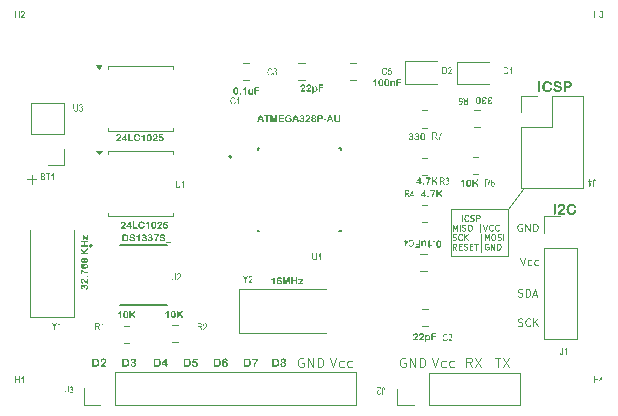
<source format=gbr>
%TF.GenerationSoftware,KiCad,Pcbnew,9.0.4*%
%TF.CreationDate,2025-12-07T20:09:46+03:30*%
%TF.ProjectId,MCU_Datalogger003_4Layer,4d43555f-4461-4746-916c-6f6767657230,2*%
%TF.SameCoordinates,Original*%
%TF.FileFunction,Legend,Top*%
%TF.FilePolarity,Positive*%
%FSLAX46Y46*%
G04 Gerber Fmt 4.6, Leading zero omitted, Abs format (unit mm)*
G04 Created by KiCad (PCBNEW 9.0.4) date 2025-12-07 20:09:46*
%MOMM*%
%LPD*%
G01*
G04 APERTURE LIST*
%ADD10C,0.100000*%
%ADD11C,0.120000*%
%ADD12C,0.127000*%
%ADD13C,0.200000*%
G04 APERTURE END LIST*
D10*
X142303500Y-105893000D02*
X143641700Y-104239000D01*
X137477500Y-105893000D02*
X142303500Y-105893000D01*
X142303500Y-109855000D01*
X137477500Y-109855000D01*
X137477500Y-105893000D01*
X143191598Y-115784300D02*
X143284455Y-115815252D01*
X143284455Y-115815252D02*
X143439217Y-115815252D01*
X143439217Y-115815252D02*
X143501122Y-115784300D01*
X143501122Y-115784300D02*
X143532074Y-115753347D01*
X143532074Y-115753347D02*
X143563027Y-115691442D01*
X143563027Y-115691442D02*
X143563027Y-115629538D01*
X143563027Y-115629538D02*
X143532074Y-115567633D01*
X143532074Y-115567633D02*
X143501122Y-115536680D01*
X143501122Y-115536680D02*
X143439217Y-115505728D01*
X143439217Y-115505728D02*
X143315408Y-115474776D01*
X143315408Y-115474776D02*
X143253503Y-115443823D01*
X143253503Y-115443823D02*
X143222550Y-115412871D01*
X143222550Y-115412871D02*
X143191598Y-115350966D01*
X143191598Y-115350966D02*
X143191598Y-115289061D01*
X143191598Y-115289061D02*
X143222550Y-115227157D01*
X143222550Y-115227157D02*
X143253503Y-115196204D01*
X143253503Y-115196204D02*
X143315408Y-115165252D01*
X143315408Y-115165252D02*
X143470169Y-115165252D01*
X143470169Y-115165252D02*
X143563027Y-115196204D01*
X144213027Y-115753347D02*
X144182075Y-115784300D01*
X144182075Y-115784300D02*
X144089217Y-115815252D01*
X144089217Y-115815252D02*
X144027313Y-115815252D01*
X144027313Y-115815252D02*
X143934456Y-115784300D01*
X143934456Y-115784300D02*
X143872551Y-115722395D01*
X143872551Y-115722395D02*
X143841598Y-115660490D01*
X143841598Y-115660490D02*
X143810646Y-115536680D01*
X143810646Y-115536680D02*
X143810646Y-115443823D01*
X143810646Y-115443823D02*
X143841598Y-115320014D01*
X143841598Y-115320014D02*
X143872551Y-115258109D01*
X143872551Y-115258109D02*
X143934456Y-115196204D01*
X143934456Y-115196204D02*
X144027313Y-115165252D01*
X144027313Y-115165252D02*
X144089217Y-115165252D01*
X144089217Y-115165252D02*
X144182075Y-115196204D01*
X144182075Y-115196204D02*
X144213027Y-115227157D01*
X144491598Y-115815252D02*
X144491598Y-115165252D01*
X144863027Y-115815252D02*
X144584456Y-115443823D01*
X144863027Y-115165252D02*
X144491598Y-115536680D01*
X141238979Y-118476895D02*
X141696122Y-118476895D01*
X141467550Y-119276895D02*
X141467550Y-118476895D01*
X141886598Y-118476895D02*
X142419932Y-119276895D01*
X142419932Y-118476895D02*
X141886598Y-119276895D01*
G36*
X144885732Y-95887026D02*
G01*
X144885732Y-95176957D01*
X144889015Y-95140458D01*
X144897860Y-95113107D01*
X144911396Y-95092767D01*
X144930117Y-95077135D01*
X144951956Y-95067771D01*
X144977891Y-95064520D01*
X145004628Y-95067764D01*
X145026925Y-95077053D01*
X145045815Y-95092437D01*
X145059531Y-95112620D01*
X145068517Y-95140040D01*
X145071864Y-95176957D01*
X145071864Y-95887026D01*
X145068525Y-95923946D01*
X145059544Y-95951492D01*
X145045815Y-95971876D01*
X145026904Y-95987424D01*
X145004608Y-95996797D01*
X144977891Y-96000068D01*
X144952402Y-95996816D01*
X144930653Y-95987391D01*
X144911726Y-95971546D01*
X144897989Y-95950977D01*
X144889043Y-95923499D01*
X144885732Y-95887026D01*
G37*
G36*
X146043681Y-95698752D02*
G01*
X146038649Y-95742471D01*
X146022304Y-95792449D01*
X145995715Y-95841073D01*
X145955259Y-95891203D01*
X145922823Y-95920807D01*
X145884177Y-95947037D01*
X145838536Y-95969843D01*
X145790263Y-95986198D01*
X145735453Y-95996468D01*
X145673067Y-96000068D01*
X145603297Y-95996536D01*
X145542880Y-95986549D01*
X145486431Y-95969127D01*
X145436323Y-95944564D01*
X145390927Y-95911922D01*
X145348340Y-95869331D01*
X145315317Y-95824388D01*
X145287176Y-95773820D01*
X145265156Y-95719546D01*
X145249257Y-95661163D01*
X145239852Y-95600162D01*
X145236618Y-95533998D01*
X145240360Y-95461685D01*
X145251124Y-95396753D01*
X145268381Y-95338304D01*
X145293028Y-95282692D01*
X145323380Y-95233583D01*
X145359496Y-95190311D01*
X145401318Y-95152551D01*
X145447477Y-95121429D01*
X145498422Y-95096669D01*
X145552313Y-95078900D01*
X145608713Y-95068157D01*
X145668121Y-95064520D01*
X145740334Y-95069621D01*
X145805199Y-95084371D01*
X145863870Y-95108319D01*
X145918334Y-95141026D01*
X145961701Y-95177160D01*
X145995431Y-95216744D01*
X146022031Y-95261445D01*
X146036626Y-95301819D01*
X146041209Y-95339019D01*
X146035607Y-95369028D01*
X146018567Y-95395567D01*
X145993466Y-95413963D01*
X145963832Y-95420022D01*
X145931262Y-95415351D01*
X145910197Y-95403041D01*
X145893013Y-95382420D01*
X145870684Y-95345118D01*
X145844429Y-95302589D01*
X145816659Y-95269789D01*
X145787373Y-95245266D01*
X145754025Y-95227333D01*
X145715120Y-95216169D01*
X145669385Y-95212238D01*
X145615386Y-95217774D01*
X145568659Y-95233715D01*
X145527666Y-95259916D01*
X145491442Y-95297363D01*
X145464143Y-95341016D01*
X145443456Y-95394559D01*
X145430059Y-95459992D01*
X145425222Y-95539713D01*
X145428880Y-95609479D01*
X145439004Y-95667053D01*
X145454568Y-95714359D01*
X145477634Y-95758015D01*
X145505260Y-95792141D01*
X145537549Y-95818113D01*
X145574647Y-95836863D01*
X145616208Y-95848364D01*
X145663230Y-95852350D01*
X145714081Y-95847767D01*
X145757634Y-95834694D01*
X145795286Y-95813552D01*
X145827471Y-95784555D01*
X145854622Y-95747015D01*
X145876729Y-95699411D01*
X145890448Y-95665641D01*
X145906020Y-95640445D01*
X145919382Y-95628151D01*
X145937691Y-95620351D01*
X145962623Y-95617474D01*
X145993554Y-95623309D01*
X146019776Y-95640829D01*
X146037649Y-95666824D01*
X146043681Y-95698752D01*
G37*
G36*
X146892731Y-95712820D02*
G01*
X146887908Y-95766328D01*
X146873771Y-95815223D01*
X146850306Y-95860483D01*
X146818444Y-95900241D01*
X146777584Y-95934362D01*
X146726383Y-95963028D01*
X146670832Y-95983016D01*
X146606900Y-95995625D01*
X146533162Y-96000068D01*
X146445030Y-95993862D01*
X146372277Y-95976572D01*
X146312190Y-95949565D01*
X146273469Y-95922520D01*
X146240077Y-95890213D01*
X146211623Y-95852240D01*
X146189430Y-95810336D01*
X146176937Y-95771074D01*
X146172935Y-95733648D01*
X146178832Y-95702205D01*
X146196510Y-95675616D01*
X146222998Y-95657598D01*
X146256466Y-95651436D01*
X146283942Y-95656212D01*
X146306420Y-95670230D01*
X146324531Y-95692238D01*
X146341151Y-95725679D01*
X146359604Y-95766315D01*
X146378025Y-95797175D01*
X146401362Y-95822855D01*
X146433750Y-95844381D01*
X146473021Y-95857809D01*
X146528217Y-95862901D01*
X146580756Y-95858347D01*
X146623685Y-95845630D01*
X146658899Y-95825532D01*
X146687415Y-95797744D01*
X146703635Y-95767162D01*
X146709072Y-95732494D01*
X146705897Y-95704140D01*
X146696865Y-95680590D01*
X146682090Y-95660778D01*
X146651802Y-95636857D01*
X146612022Y-95618518D01*
X146496508Y-95587249D01*
X146403574Y-95561368D01*
X146333347Y-95533888D01*
X146291825Y-95510517D01*
X146257261Y-95482685D01*
X146228879Y-95450247D01*
X146207852Y-95413145D01*
X146194790Y-95369736D01*
X146190191Y-95318520D01*
X146194845Y-95269811D01*
X146208459Y-95225725D01*
X146231077Y-95185255D01*
X146261554Y-95150193D01*
X146300483Y-95120396D01*
X146349229Y-95095789D01*
X146401643Y-95078928D01*
X146461729Y-95068273D01*
X146530689Y-95064520D01*
X146610797Y-95070068D01*
X146674836Y-95085293D01*
X146731752Y-95110109D01*
X146775897Y-95140412D01*
X146811594Y-95176692D01*
X146834754Y-95212678D01*
X146848905Y-95250821D01*
X146853383Y-95286647D01*
X146847590Y-95318043D01*
X146829808Y-95346657D01*
X146812670Y-95361596D01*
X146793349Y-95370368D01*
X146771061Y-95373365D01*
X146741804Y-95369067D01*
X146722371Y-95357593D01*
X146706402Y-95338725D01*
X146686486Y-95306266D01*
X146658710Y-95259539D01*
X146627959Y-95226636D01*
X146603500Y-95211986D01*
X146568194Y-95201995D01*
X146518380Y-95198170D01*
X146472518Y-95201942D01*
X146435471Y-95212404D01*
X146405503Y-95228780D01*
X146380891Y-95251595D01*
X146367233Y-95275723D01*
X146362748Y-95302144D01*
X146366446Y-95327057D01*
X146377201Y-95347866D01*
X146393953Y-95365438D01*
X146417208Y-95381169D01*
X146469140Y-95403151D01*
X146556353Y-95426451D01*
X146630662Y-95445667D01*
X146694564Y-95465854D01*
X146753342Y-95490482D01*
X146800132Y-95518390D01*
X146838979Y-95553419D01*
X146868221Y-95596701D01*
X146881390Y-95629207D01*
X146889756Y-95667541D01*
X146892731Y-95712820D01*
G37*
G36*
X147493692Y-95086744D02*
G01*
X147555923Y-95098152D01*
X147608246Y-95118900D01*
X147652204Y-95149425D01*
X147687799Y-95189089D01*
X147713863Y-95237133D01*
X147729457Y-95291119D01*
X147734911Y-95353636D01*
X147728969Y-95421840D01*
X147712316Y-95478025D01*
X147685896Y-95524531D01*
X147649511Y-95563014D01*
X147605511Y-95592198D01*
X147550249Y-95614459D01*
X147481274Y-95628998D01*
X147395621Y-95634290D01*
X147230152Y-95634290D01*
X147230152Y-95887246D01*
X147226826Y-95923202D01*
X147217792Y-95950574D01*
X147203829Y-95971327D01*
X147184718Y-95987312D01*
X147162872Y-95996801D01*
X147137389Y-96000068D01*
X147110665Y-95996763D01*
X147088449Y-95987301D01*
X147069685Y-95971601D01*
X147056084Y-95951116D01*
X147047269Y-95924066D01*
X147044021Y-95888510D01*
X147044021Y-95493606D01*
X147230152Y-95493606D01*
X147351327Y-95493606D01*
X147412811Y-95489958D01*
X147458544Y-95480307D01*
X147497114Y-95462247D01*
X147523885Y-95436783D01*
X147540314Y-95403210D01*
X147546306Y-95357593D01*
X147542224Y-95319831D01*
X147530630Y-95288437D01*
X147511740Y-95262027D01*
X147491504Y-95247119D01*
X147460625Y-95234823D01*
X147415401Y-95226148D01*
X147351327Y-95222789D01*
X147230152Y-95222789D01*
X147230152Y-95493606D01*
X147044021Y-95493606D01*
X147044021Y-95195477D01*
X147047733Y-95155852D01*
X147057512Y-95127827D01*
X147072213Y-95108374D01*
X147092690Y-95094682D01*
X147121486Y-95085554D01*
X147161349Y-95082106D01*
X147395566Y-95082106D01*
X147493692Y-95086744D01*
G37*
G36*
X115228617Y-118561598D02*
G01*
X115283168Y-118571392D01*
X115316510Y-118582875D01*
X115347806Y-118599567D01*
X115377372Y-118621785D01*
X115409633Y-118654255D01*
X115436360Y-118691782D01*
X115457750Y-118734973D01*
X115473694Y-118784659D01*
X115483789Y-118841855D01*
X115487349Y-118907733D01*
X115484471Y-118969466D01*
X115476321Y-119023223D01*
X115462062Y-119073564D01*
X115442255Y-119117513D01*
X115416038Y-119157215D01*
X115383143Y-119192697D01*
X115353369Y-119215565D01*
X115321123Y-119233302D01*
X115286485Y-119246254D01*
X115248846Y-119254802D01*
X115208985Y-119259361D01*
X115161779Y-119261000D01*
X114976704Y-119261000D01*
X114940355Y-119257593D01*
X114917591Y-119249074D01*
X114901031Y-119234623D01*
X114891518Y-119215521D01*
X114887139Y-119192305D01*
X114885449Y-119159785D01*
X114885449Y-119146108D01*
X115030218Y-119146108D01*
X115136433Y-119146108D01*
X115191699Y-119144227D01*
X115232988Y-119134738D01*
X115253082Y-119125499D01*
X115269918Y-119113452D01*
X115293518Y-119088542D01*
X115312766Y-119056920D01*
X115327525Y-119017278D01*
X115337184Y-118967920D01*
X115340699Y-118906835D01*
X115336519Y-118838042D01*
X115325545Y-118787901D01*
X115309583Y-118752150D01*
X115286186Y-118720955D01*
X115260771Y-118699743D01*
X115232945Y-118686882D01*
X115184794Y-118676656D01*
X115122584Y-118672863D01*
X115030218Y-118672863D01*
X115030218Y-119146108D01*
X114885449Y-119146108D01*
X114885449Y-118646277D01*
X114888198Y-118616012D01*
X114895476Y-118594277D01*
X114906435Y-118578915D01*
X114921821Y-118567980D01*
X114943584Y-118560715D01*
X114973883Y-118557971D01*
X115158915Y-118557971D01*
X115228617Y-118561598D01*
G37*
G36*
X115987607Y-118678334D02*
G01*
X115761627Y-118678334D01*
X115735042Y-118827933D01*
X115779879Y-118807959D01*
X115820761Y-118796774D01*
X115858482Y-118793226D01*
X115903461Y-118797612D01*
X115944822Y-118810536D01*
X115982601Y-118831207D01*
X116015304Y-118858408D01*
X116042245Y-118891534D01*
X116062962Y-118930771D01*
X116075914Y-118973807D01*
X116080315Y-119020616D01*
X116076747Y-119066251D01*
X116066290Y-119108315D01*
X116049028Y-119147475D01*
X116025226Y-119182856D01*
X115995371Y-119212999D01*
X115958841Y-119238303D01*
X115918368Y-119256718D01*
X115873424Y-119268029D01*
X115823091Y-119271942D01*
X115766469Y-119267995D01*
X115720594Y-119257094D01*
X115683494Y-119240227D01*
X115649722Y-119216807D01*
X115624840Y-119192536D01*
X115607412Y-119167308D01*
X115590016Y-119126706D01*
X115585015Y-119095201D01*
X115588799Y-119076991D01*
X115600958Y-119058870D01*
X115618854Y-119046044D01*
X115640923Y-119041730D01*
X115665292Y-119046708D01*
X115685257Y-119061671D01*
X115701916Y-119089260D01*
X115716496Y-119116165D01*
X115733541Y-119137975D01*
X115753079Y-119155340D01*
X115775476Y-119168493D01*
X115799280Y-119176297D01*
X115825015Y-119178934D01*
X115859490Y-119174075D01*
X115888786Y-119159913D01*
X115912822Y-119137601D01*
X115931101Y-119107511D01*
X115942181Y-119072516D01*
X115946061Y-119031558D01*
X115941785Y-118987846D01*
X115929947Y-118953254D01*
X115910771Y-118924531D01*
X115886948Y-118904912D01*
X115858688Y-118893009D01*
X115826938Y-118888969D01*
X115789295Y-118891949D01*
X115768680Y-118898928D01*
X115717816Y-118934062D01*
X115684909Y-118954017D01*
X115662422Y-118959280D01*
X115639941Y-118955035D01*
X115619851Y-118942055D01*
X115605766Y-118923245D01*
X115601300Y-118902817D01*
X115606558Y-118870290D01*
X115646736Y-118642857D01*
X115657219Y-118605200D01*
X115672039Y-118582420D01*
X115685691Y-118572514D01*
X115705107Y-118565932D01*
X115732263Y-118563442D01*
X115984743Y-118563442D01*
X116021022Y-118567914D01*
X116043332Y-118579284D01*
X116056117Y-118596554D01*
X116060697Y-118621614D01*
X116055992Y-118644722D01*
X116042104Y-118662690D01*
X116020575Y-118674010D01*
X115987607Y-118678334D01*
G37*
X127268979Y-118476895D02*
X127535646Y-119276895D01*
X127535646Y-119276895D02*
X127802312Y-118476895D01*
X128411836Y-119238800D02*
X128335645Y-119276895D01*
X128335645Y-119276895D02*
X128183264Y-119276895D01*
X128183264Y-119276895D02*
X128107074Y-119238800D01*
X128107074Y-119238800D02*
X128068979Y-119200704D01*
X128068979Y-119200704D02*
X128030883Y-119124514D01*
X128030883Y-119124514D02*
X128030883Y-118895942D01*
X128030883Y-118895942D02*
X128068979Y-118819752D01*
X128068979Y-118819752D02*
X128107074Y-118781657D01*
X128107074Y-118781657D02*
X128183264Y-118743561D01*
X128183264Y-118743561D02*
X128335645Y-118743561D01*
X128335645Y-118743561D02*
X128411836Y-118781657D01*
X129097550Y-119238800D02*
X129021359Y-119276895D01*
X129021359Y-119276895D02*
X128868978Y-119276895D01*
X128868978Y-119276895D02*
X128792788Y-119238800D01*
X128792788Y-119238800D02*
X128754693Y-119200704D01*
X128754693Y-119200704D02*
X128716597Y-119124514D01*
X128716597Y-119124514D02*
X128716597Y-118895942D01*
X128716597Y-118895942D02*
X128754693Y-118819752D01*
X128754693Y-118819752D02*
X128792788Y-118781657D01*
X128792788Y-118781657D02*
X128868978Y-118743561D01*
X128868978Y-118743561D02*
X129021359Y-118743561D01*
X129021359Y-118743561D02*
X129097550Y-118781657D01*
G36*
X146189632Y-106271026D02*
G01*
X146189632Y-105560957D01*
X146192915Y-105524458D01*
X146201760Y-105497107D01*
X146215296Y-105476767D01*
X146234017Y-105461135D01*
X146255856Y-105451771D01*
X146281791Y-105448520D01*
X146308528Y-105451764D01*
X146330825Y-105461053D01*
X146349715Y-105476437D01*
X146363431Y-105496620D01*
X146372417Y-105524040D01*
X146375764Y-105560957D01*
X146375764Y-106271026D01*
X146372425Y-106307946D01*
X146363444Y-106335492D01*
X146349715Y-106355876D01*
X146330804Y-106371424D01*
X146308508Y-106380797D01*
X146281791Y-106384068D01*
X146256302Y-106380816D01*
X146234553Y-106371391D01*
X146215626Y-106355546D01*
X146201889Y-106334977D01*
X146192943Y-106307499D01*
X146189632Y-106271026D01*
G37*
G36*
X146763798Y-106222281D02*
G01*
X147081491Y-106222281D01*
X147126255Y-106227819D01*
X147155790Y-106242285D01*
X147170122Y-106257202D01*
X147178648Y-106275038D01*
X147181618Y-106296745D01*
X147176446Y-106325195D01*
X147161120Y-106348732D01*
X147136820Y-106364194D01*
X147099296Y-106370000D01*
X146646800Y-106370000D01*
X146616618Y-106366842D01*
X146592682Y-106358062D01*
X146573600Y-106344061D01*
X146553764Y-106315596D01*
X146547277Y-106283061D01*
X146550828Y-106259298D01*
X146563983Y-106223820D01*
X146582333Y-106189725D01*
X146600638Y-106166008D01*
X146748301Y-106019774D01*
X146810123Y-105964789D01*
X146842548Y-105939650D01*
X146889809Y-105902784D01*
X146926134Y-105867934D01*
X146956027Y-105830736D01*
X146976857Y-105794240D01*
X146990075Y-105756306D01*
X146994278Y-105720491D01*
X146989551Y-105683128D01*
X146975758Y-105650643D01*
X146953922Y-105623310D01*
X146925365Y-105602778D01*
X146892219Y-105590002D01*
X146855847Y-105585687D01*
X146817952Y-105590132D01*
X146785166Y-105603018D01*
X146756281Y-105624534D01*
X146730661Y-105655974D01*
X146710108Y-105706477D01*
X146693752Y-105744932D01*
X146677135Y-105770609D01*
X146655057Y-105787321D01*
X146622840Y-105793306D01*
X146593786Y-105788021D01*
X146570523Y-105772533D01*
X146555209Y-105748747D01*
X146549750Y-105716094D01*
X146554355Y-105673379D01*
X146568929Y-105627068D01*
X146592634Y-105583232D01*
X146626192Y-105543042D01*
X146668403Y-105509589D01*
X146722692Y-105482207D01*
X146784183Y-105465186D01*
X146859529Y-105459071D01*
X146922035Y-105462633D01*
X146975308Y-105472651D01*
X147020711Y-105488362D01*
X147061426Y-105511960D01*
X147096878Y-105542987D01*
X147125959Y-105580303D01*
X147147931Y-105623331D01*
X147161659Y-105669810D01*
X147166231Y-105717963D01*
X147161919Y-105768184D01*
X147149247Y-105814513D01*
X147128203Y-105857767D01*
X147088201Y-105915900D01*
X147050771Y-105956191D01*
X146918825Y-106067474D01*
X146834794Y-106140406D01*
X146791990Y-106185022D01*
X146763798Y-106222281D01*
G37*
G36*
X148095844Y-106082752D02*
G01*
X148090811Y-106126471D01*
X148074466Y-106176449D01*
X148047878Y-106225073D01*
X148007422Y-106275203D01*
X147974985Y-106304807D01*
X147936339Y-106331037D01*
X147890698Y-106353843D01*
X147842425Y-106370198D01*
X147787616Y-106380468D01*
X147725230Y-106384068D01*
X147655459Y-106380536D01*
X147595042Y-106370549D01*
X147538593Y-106353127D01*
X147488485Y-106328564D01*
X147443089Y-106295922D01*
X147400503Y-106253331D01*
X147367479Y-106208388D01*
X147339338Y-106157820D01*
X147317319Y-106103546D01*
X147301420Y-106045163D01*
X147292014Y-105984162D01*
X147288780Y-105917998D01*
X147292522Y-105845685D01*
X147303286Y-105780753D01*
X147320544Y-105722304D01*
X147345190Y-105666692D01*
X147375543Y-105617583D01*
X147411659Y-105574311D01*
X147453481Y-105536551D01*
X147499639Y-105505429D01*
X147550584Y-105480669D01*
X147604476Y-105462900D01*
X147660875Y-105452157D01*
X147720284Y-105448520D01*
X147792496Y-105453621D01*
X147857362Y-105468371D01*
X147916032Y-105492319D01*
X147970496Y-105525026D01*
X148013863Y-105561160D01*
X148047594Y-105600744D01*
X148074193Y-105645445D01*
X148088789Y-105685819D01*
X148093371Y-105723019D01*
X148087769Y-105753028D01*
X148070730Y-105779567D01*
X148045628Y-105797963D01*
X148015995Y-105804022D01*
X147983424Y-105799351D01*
X147962359Y-105787041D01*
X147945175Y-105766420D01*
X147922847Y-105729118D01*
X147896591Y-105686589D01*
X147868822Y-105653789D01*
X147839535Y-105629266D01*
X147806188Y-105611333D01*
X147767283Y-105600169D01*
X147721548Y-105596238D01*
X147667548Y-105601774D01*
X147620821Y-105617715D01*
X147579828Y-105643916D01*
X147543605Y-105681363D01*
X147516306Y-105725016D01*
X147495619Y-105778559D01*
X147482222Y-105843992D01*
X147477384Y-105923713D01*
X147481042Y-105993479D01*
X147491166Y-106051053D01*
X147506730Y-106098359D01*
X147529796Y-106142015D01*
X147557423Y-106176141D01*
X147589712Y-106202113D01*
X147626809Y-106220863D01*
X147668370Y-106232364D01*
X147715393Y-106236350D01*
X147766243Y-106231767D01*
X147809796Y-106218694D01*
X147847449Y-106197552D01*
X147879634Y-106168555D01*
X147906784Y-106131015D01*
X147928892Y-106083411D01*
X147942610Y-106049641D01*
X147958182Y-106024445D01*
X147971544Y-106012151D01*
X147989853Y-106004351D01*
X148014786Y-106001474D01*
X148045716Y-106007309D01*
X148071939Y-106024829D01*
X148089811Y-106050824D01*
X148095844Y-106082752D01*
G37*
X143191598Y-113295300D02*
X143284455Y-113326252D01*
X143284455Y-113326252D02*
X143439217Y-113326252D01*
X143439217Y-113326252D02*
X143501122Y-113295300D01*
X143501122Y-113295300D02*
X143532074Y-113264347D01*
X143532074Y-113264347D02*
X143563027Y-113202442D01*
X143563027Y-113202442D02*
X143563027Y-113140538D01*
X143563027Y-113140538D02*
X143532074Y-113078633D01*
X143532074Y-113078633D02*
X143501122Y-113047680D01*
X143501122Y-113047680D02*
X143439217Y-113016728D01*
X143439217Y-113016728D02*
X143315408Y-112985776D01*
X143315408Y-112985776D02*
X143253503Y-112954823D01*
X143253503Y-112954823D02*
X143222550Y-112923871D01*
X143222550Y-112923871D02*
X143191598Y-112861966D01*
X143191598Y-112861966D02*
X143191598Y-112800061D01*
X143191598Y-112800061D02*
X143222550Y-112738157D01*
X143222550Y-112738157D02*
X143253503Y-112707204D01*
X143253503Y-112707204D02*
X143315408Y-112676252D01*
X143315408Y-112676252D02*
X143470169Y-112676252D01*
X143470169Y-112676252D02*
X143563027Y-112707204D01*
X143841598Y-113326252D02*
X143841598Y-112676252D01*
X143841598Y-112676252D02*
X143996360Y-112676252D01*
X143996360Y-112676252D02*
X144089217Y-112707204D01*
X144089217Y-112707204D02*
X144151122Y-112769109D01*
X144151122Y-112769109D02*
X144182075Y-112831014D01*
X144182075Y-112831014D02*
X144213027Y-112954823D01*
X144213027Y-112954823D02*
X144213027Y-113047680D01*
X144213027Y-113047680D02*
X144182075Y-113171490D01*
X144182075Y-113171490D02*
X144151122Y-113233395D01*
X144151122Y-113233395D02*
X144089217Y-113295300D01*
X144089217Y-113295300D02*
X143996360Y-113326252D01*
X143996360Y-113326252D02*
X143841598Y-113326252D01*
X144460646Y-113140538D02*
X144770170Y-113140538D01*
X144398741Y-113326252D02*
X144615408Y-112676252D01*
X144615408Y-112676252D02*
X144832075Y-113326252D01*
X138424240Y-106916693D02*
X138424240Y-106416693D01*
X138948049Y-106869074D02*
X138924240Y-106892884D01*
X138924240Y-106892884D02*
X138852811Y-106916693D01*
X138852811Y-106916693D02*
X138805192Y-106916693D01*
X138805192Y-106916693D02*
X138733764Y-106892884D01*
X138733764Y-106892884D02*
X138686145Y-106845264D01*
X138686145Y-106845264D02*
X138662335Y-106797645D01*
X138662335Y-106797645D02*
X138638526Y-106702407D01*
X138638526Y-106702407D02*
X138638526Y-106630979D01*
X138638526Y-106630979D02*
X138662335Y-106535741D01*
X138662335Y-106535741D02*
X138686145Y-106488122D01*
X138686145Y-106488122D02*
X138733764Y-106440503D01*
X138733764Y-106440503D02*
X138805192Y-106416693D01*
X138805192Y-106416693D02*
X138852811Y-106416693D01*
X138852811Y-106416693D02*
X138924240Y-106440503D01*
X138924240Y-106440503D02*
X138948049Y-106464312D01*
X139138526Y-106892884D02*
X139209954Y-106916693D01*
X139209954Y-106916693D02*
X139329002Y-106916693D01*
X139329002Y-106916693D02*
X139376621Y-106892884D01*
X139376621Y-106892884D02*
X139400430Y-106869074D01*
X139400430Y-106869074D02*
X139424240Y-106821455D01*
X139424240Y-106821455D02*
X139424240Y-106773836D01*
X139424240Y-106773836D02*
X139400430Y-106726217D01*
X139400430Y-106726217D02*
X139376621Y-106702407D01*
X139376621Y-106702407D02*
X139329002Y-106678598D01*
X139329002Y-106678598D02*
X139233764Y-106654788D01*
X139233764Y-106654788D02*
X139186145Y-106630979D01*
X139186145Y-106630979D02*
X139162335Y-106607169D01*
X139162335Y-106607169D02*
X139138526Y-106559550D01*
X139138526Y-106559550D02*
X139138526Y-106511931D01*
X139138526Y-106511931D02*
X139162335Y-106464312D01*
X139162335Y-106464312D02*
X139186145Y-106440503D01*
X139186145Y-106440503D02*
X139233764Y-106416693D01*
X139233764Y-106416693D02*
X139352811Y-106416693D01*
X139352811Y-106416693D02*
X139424240Y-106440503D01*
X139638525Y-106916693D02*
X139638525Y-106416693D01*
X139638525Y-106416693D02*
X139829001Y-106416693D01*
X139829001Y-106416693D02*
X139876620Y-106440503D01*
X139876620Y-106440503D02*
X139900430Y-106464312D01*
X139900430Y-106464312D02*
X139924239Y-106511931D01*
X139924239Y-106511931D02*
X139924239Y-106583360D01*
X139924239Y-106583360D02*
X139900430Y-106630979D01*
X139900430Y-106630979D02*
X139876620Y-106654788D01*
X139876620Y-106654788D02*
X139829001Y-106678598D01*
X139829001Y-106678598D02*
X139638525Y-106678598D01*
X137662336Y-107721665D02*
X137662336Y-107221665D01*
X137662336Y-107221665D02*
X137829003Y-107578808D01*
X137829003Y-107578808D02*
X137995669Y-107221665D01*
X137995669Y-107221665D02*
X137995669Y-107721665D01*
X138233765Y-107721665D02*
X138233765Y-107221665D01*
X138448051Y-107697856D02*
X138519479Y-107721665D01*
X138519479Y-107721665D02*
X138638527Y-107721665D01*
X138638527Y-107721665D02*
X138686146Y-107697856D01*
X138686146Y-107697856D02*
X138709955Y-107674046D01*
X138709955Y-107674046D02*
X138733765Y-107626427D01*
X138733765Y-107626427D02*
X138733765Y-107578808D01*
X138733765Y-107578808D02*
X138709955Y-107531189D01*
X138709955Y-107531189D02*
X138686146Y-107507379D01*
X138686146Y-107507379D02*
X138638527Y-107483570D01*
X138638527Y-107483570D02*
X138543289Y-107459760D01*
X138543289Y-107459760D02*
X138495670Y-107435951D01*
X138495670Y-107435951D02*
X138471860Y-107412141D01*
X138471860Y-107412141D02*
X138448051Y-107364522D01*
X138448051Y-107364522D02*
X138448051Y-107316903D01*
X138448051Y-107316903D02*
X138471860Y-107269284D01*
X138471860Y-107269284D02*
X138495670Y-107245475D01*
X138495670Y-107245475D02*
X138543289Y-107221665D01*
X138543289Y-107221665D02*
X138662336Y-107221665D01*
X138662336Y-107221665D02*
X138733765Y-107245475D01*
X139043288Y-107221665D02*
X139138526Y-107221665D01*
X139138526Y-107221665D02*
X139186145Y-107245475D01*
X139186145Y-107245475D02*
X139233764Y-107293094D01*
X139233764Y-107293094D02*
X139257574Y-107388332D01*
X139257574Y-107388332D02*
X139257574Y-107554998D01*
X139257574Y-107554998D02*
X139233764Y-107650236D01*
X139233764Y-107650236D02*
X139186145Y-107697856D01*
X139186145Y-107697856D02*
X139138526Y-107721665D01*
X139138526Y-107721665D02*
X139043288Y-107721665D01*
X139043288Y-107721665D02*
X138995669Y-107697856D01*
X138995669Y-107697856D02*
X138948050Y-107650236D01*
X138948050Y-107650236D02*
X138924241Y-107554998D01*
X138924241Y-107554998D02*
X138924241Y-107388332D01*
X138924241Y-107388332D02*
X138948050Y-107293094D01*
X138948050Y-107293094D02*
X138995669Y-107245475D01*
X138995669Y-107245475D02*
X139043288Y-107221665D01*
X139971860Y-107888332D02*
X139971860Y-107174046D01*
X140257574Y-107221665D02*
X140424240Y-107721665D01*
X140424240Y-107721665D02*
X140590907Y-107221665D01*
X141043287Y-107674046D02*
X141019478Y-107697856D01*
X141019478Y-107697856D02*
X140948049Y-107721665D01*
X140948049Y-107721665D02*
X140900430Y-107721665D01*
X140900430Y-107721665D02*
X140829002Y-107697856D01*
X140829002Y-107697856D02*
X140781383Y-107650236D01*
X140781383Y-107650236D02*
X140757573Y-107602617D01*
X140757573Y-107602617D02*
X140733764Y-107507379D01*
X140733764Y-107507379D02*
X140733764Y-107435951D01*
X140733764Y-107435951D02*
X140757573Y-107340713D01*
X140757573Y-107340713D02*
X140781383Y-107293094D01*
X140781383Y-107293094D02*
X140829002Y-107245475D01*
X140829002Y-107245475D02*
X140900430Y-107221665D01*
X140900430Y-107221665D02*
X140948049Y-107221665D01*
X140948049Y-107221665D02*
X141019478Y-107245475D01*
X141019478Y-107245475D02*
X141043287Y-107269284D01*
X141543287Y-107674046D02*
X141519478Y-107697856D01*
X141519478Y-107697856D02*
X141448049Y-107721665D01*
X141448049Y-107721665D02*
X141400430Y-107721665D01*
X141400430Y-107721665D02*
X141329002Y-107697856D01*
X141329002Y-107697856D02*
X141281383Y-107650236D01*
X141281383Y-107650236D02*
X141257573Y-107602617D01*
X141257573Y-107602617D02*
X141233764Y-107507379D01*
X141233764Y-107507379D02*
X141233764Y-107435951D01*
X141233764Y-107435951D02*
X141257573Y-107340713D01*
X141257573Y-107340713D02*
X141281383Y-107293094D01*
X141281383Y-107293094D02*
X141329002Y-107245475D01*
X141329002Y-107245475D02*
X141400430Y-107221665D01*
X141400430Y-107221665D02*
X141448049Y-107221665D01*
X141448049Y-107221665D02*
X141519478Y-107245475D01*
X141519478Y-107245475D02*
X141543287Y-107269284D01*
X137638527Y-108502828D02*
X137709955Y-108526637D01*
X137709955Y-108526637D02*
X137829003Y-108526637D01*
X137829003Y-108526637D02*
X137876622Y-108502828D01*
X137876622Y-108502828D02*
X137900431Y-108479018D01*
X137900431Y-108479018D02*
X137924241Y-108431399D01*
X137924241Y-108431399D02*
X137924241Y-108383780D01*
X137924241Y-108383780D02*
X137900431Y-108336161D01*
X137900431Y-108336161D02*
X137876622Y-108312351D01*
X137876622Y-108312351D02*
X137829003Y-108288542D01*
X137829003Y-108288542D02*
X137733765Y-108264732D01*
X137733765Y-108264732D02*
X137686146Y-108240923D01*
X137686146Y-108240923D02*
X137662336Y-108217113D01*
X137662336Y-108217113D02*
X137638527Y-108169494D01*
X137638527Y-108169494D02*
X137638527Y-108121875D01*
X137638527Y-108121875D02*
X137662336Y-108074256D01*
X137662336Y-108074256D02*
X137686146Y-108050447D01*
X137686146Y-108050447D02*
X137733765Y-108026637D01*
X137733765Y-108026637D02*
X137852812Y-108026637D01*
X137852812Y-108026637D02*
X137924241Y-108050447D01*
X138424240Y-108479018D02*
X138400431Y-108502828D01*
X138400431Y-108502828D02*
X138329002Y-108526637D01*
X138329002Y-108526637D02*
X138281383Y-108526637D01*
X138281383Y-108526637D02*
X138209955Y-108502828D01*
X138209955Y-108502828D02*
X138162336Y-108455208D01*
X138162336Y-108455208D02*
X138138526Y-108407589D01*
X138138526Y-108407589D02*
X138114717Y-108312351D01*
X138114717Y-108312351D02*
X138114717Y-108240923D01*
X138114717Y-108240923D02*
X138138526Y-108145685D01*
X138138526Y-108145685D02*
X138162336Y-108098066D01*
X138162336Y-108098066D02*
X138209955Y-108050447D01*
X138209955Y-108050447D02*
X138281383Y-108026637D01*
X138281383Y-108026637D02*
X138329002Y-108026637D01*
X138329002Y-108026637D02*
X138400431Y-108050447D01*
X138400431Y-108050447D02*
X138424240Y-108074256D01*
X138638526Y-108526637D02*
X138638526Y-108026637D01*
X138924240Y-108526637D02*
X138709955Y-108240923D01*
X138924240Y-108026637D02*
X138638526Y-108312351D01*
X140019478Y-108693304D02*
X140019478Y-107979018D01*
X140376620Y-108526637D02*
X140376620Y-108026637D01*
X140376620Y-108026637D02*
X140543287Y-108383780D01*
X140543287Y-108383780D02*
X140709953Y-108026637D01*
X140709953Y-108026637D02*
X140709953Y-108526637D01*
X141043287Y-108026637D02*
X141138525Y-108026637D01*
X141138525Y-108026637D02*
X141186144Y-108050447D01*
X141186144Y-108050447D02*
X141233763Y-108098066D01*
X141233763Y-108098066D02*
X141257573Y-108193304D01*
X141257573Y-108193304D02*
X141257573Y-108359970D01*
X141257573Y-108359970D02*
X141233763Y-108455208D01*
X141233763Y-108455208D02*
X141186144Y-108502828D01*
X141186144Y-108502828D02*
X141138525Y-108526637D01*
X141138525Y-108526637D02*
X141043287Y-108526637D01*
X141043287Y-108526637D02*
X140995668Y-108502828D01*
X140995668Y-108502828D02*
X140948049Y-108455208D01*
X140948049Y-108455208D02*
X140924240Y-108359970D01*
X140924240Y-108359970D02*
X140924240Y-108193304D01*
X140924240Y-108193304D02*
X140948049Y-108098066D01*
X140948049Y-108098066D02*
X140995668Y-108050447D01*
X140995668Y-108050447D02*
X141043287Y-108026637D01*
X141448050Y-108502828D02*
X141519478Y-108526637D01*
X141519478Y-108526637D02*
X141638526Y-108526637D01*
X141638526Y-108526637D02*
X141686145Y-108502828D01*
X141686145Y-108502828D02*
X141709954Y-108479018D01*
X141709954Y-108479018D02*
X141733764Y-108431399D01*
X141733764Y-108431399D02*
X141733764Y-108383780D01*
X141733764Y-108383780D02*
X141709954Y-108336161D01*
X141709954Y-108336161D02*
X141686145Y-108312351D01*
X141686145Y-108312351D02*
X141638526Y-108288542D01*
X141638526Y-108288542D02*
X141543288Y-108264732D01*
X141543288Y-108264732D02*
X141495669Y-108240923D01*
X141495669Y-108240923D02*
X141471859Y-108217113D01*
X141471859Y-108217113D02*
X141448050Y-108169494D01*
X141448050Y-108169494D02*
X141448050Y-108121875D01*
X141448050Y-108121875D02*
X141471859Y-108074256D01*
X141471859Y-108074256D02*
X141495669Y-108050447D01*
X141495669Y-108050447D02*
X141543288Y-108026637D01*
X141543288Y-108026637D02*
X141662335Y-108026637D01*
X141662335Y-108026637D02*
X141733764Y-108050447D01*
X141948049Y-108526637D02*
X141948049Y-108026637D01*
X137948050Y-109331609D02*
X137781384Y-109093514D01*
X137662336Y-109331609D02*
X137662336Y-108831609D01*
X137662336Y-108831609D02*
X137852812Y-108831609D01*
X137852812Y-108831609D02*
X137900431Y-108855419D01*
X137900431Y-108855419D02*
X137924241Y-108879228D01*
X137924241Y-108879228D02*
X137948050Y-108926847D01*
X137948050Y-108926847D02*
X137948050Y-108998276D01*
X137948050Y-108998276D02*
X137924241Y-109045895D01*
X137924241Y-109045895D02*
X137900431Y-109069704D01*
X137900431Y-109069704D02*
X137852812Y-109093514D01*
X137852812Y-109093514D02*
X137662336Y-109093514D01*
X138162336Y-109069704D02*
X138329003Y-109069704D01*
X138400431Y-109331609D02*
X138162336Y-109331609D01*
X138162336Y-109331609D02*
X138162336Y-108831609D01*
X138162336Y-108831609D02*
X138400431Y-108831609D01*
X138590908Y-109307800D02*
X138662336Y-109331609D01*
X138662336Y-109331609D02*
X138781384Y-109331609D01*
X138781384Y-109331609D02*
X138829003Y-109307800D01*
X138829003Y-109307800D02*
X138852812Y-109283990D01*
X138852812Y-109283990D02*
X138876622Y-109236371D01*
X138876622Y-109236371D02*
X138876622Y-109188752D01*
X138876622Y-109188752D02*
X138852812Y-109141133D01*
X138852812Y-109141133D02*
X138829003Y-109117323D01*
X138829003Y-109117323D02*
X138781384Y-109093514D01*
X138781384Y-109093514D02*
X138686146Y-109069704D01*
X138686146Y-109069704D02*
X138638527Y-109045895D01*
X138638527Y-109045895D02*
X138614717Y-109022085D01*
X138614717Y-109022085D02*
X138590908Y-108974466D01*
X138590908Y-108974466D02*
X138590908Y-108926847D01*
X138590908Y-108926847D02*
X138614717Y-108879228D01*
X138614717Y-108879228D02*
X138638527Y-108855419D01*
X138638527Y-108855419D02*
X138686146Y-108831609D01*
X138686146Y-108831609D02*
X138805193Y-108831609D01*
X138805193Y-108831609D02*
X138876622Y-108855419D01*
X139090907Y-109069704D02*
X139257574Y-109069704D01*
X139329002Y-109331609D02*
X139090907Y-109331609D01*
X139090907Y-109331609D02*
X139090907Y-108831609D01*
X139090907Y-108831609D02*
X139329002Y-108831609D01*
X139471860Y-108831609D02*
X139757574Y-108831609D01*
X139614717Y-109331609D02*
X139614717Y-108831609D01*
X140043288Y-109498276D02*
X140043288Y-108783990D01*
X140662335Y-108855419D02*
X140614716Y-108831609D01*
X140614716Y-108831609D02*
X140543287Y-108831609D01*
X140543287Y-108831609D02*
X140471859Y-108855419D01*
X140471859Y-108855419D02*
X140424240Y-108903038D01*
X140424240Y-108903038D02*
X140400430Y-108950657D01*
X140400430Y-108950657D02*
X140376621Y-109045895D01*
X140376621Y-109045895D02*
X140376621Y-109117323D01*
X140376621Y-109117323D02*
X140400430Y-109212561D01*
X140400430Y-109212561D02*
X140424240Y-109260180D01*
X140424240Y-109260180D02*
X140471859Y-109307800D01*
X140471859Y-109307800D02*
X140543287Y-109331609D01*
X140543287Y-109331609D02*
X140590906Y-109331609D01*
X140590906Y-109331609D02*
X140662335Y-109307800D01*
X140662335Y-109307800D02*
X140686144Y-109283990D01*
X140686144Y-109283990D02*
X140686144Y-109117323D01*
X140686144Y-109117323D02*
X140590906Y-109117323D01*
X140900430Y-109331609D02*
X140900430Y-108831609D01*
X140900430Y-108831609D02*
X141186144Y-109331609D01*
X141186144Y-109331609D02*
X141186144Y-108831609D01*
X141424240Y-109331609D02*
X141424240Y-108831609D01*
X141424240Y-108831609D02*
X141543288Y-108831609D01*
X141543288Y-108831609D02*
X141614716Y-108855419D01*
X141614716Y-108855419D02*
X141662335Y-108903038D01*
X141662335Y-108903038D02*
X141686145Y-108950657D01*
X141686145Y-108950657D02*
X141709954Y-109045895D01*
X141709954Y-109045895D02*
X141709954Y-109117323D01*
X141709954Y-109117323D02*
X141686145Y-109212561D01*
X141686145Y-109212561D02*
X141662335Y-109260180D01*
X141662335Y-109260180D02*
X141614716Y-109307800D01*
X141614716Y-109307800D02*
X141543288Y-109331609D01*
X141543288Y-109331609D02*
X141424240Y-109331609D01*
G36*
X112688617Y-118561598D02*
G01*
X112743168Y-118571392D01*
X112776510Y-118582875D01*
X112807806Y-118599567D01*
X112837372Y-118621785D01*
X112869633Y-118654255D01*
X112896360Y-118691782D01*
X112917750Y-118734973D01*
X112933694Y-118784659D01*
X112943789Y-118841855D01*
X112947349Y-118907733D01*
X112944471Y-118969466D01*
X112936321Y-119023223D01*
X112922062Y-119073564D01*
X112902255Y-119117513D01*
X112876038Y-119157215D01*
X112843143Y-119192697D01*
X112813369Y-119215565D01*
X112781123Y-119233302D01*
X112746485Y-119246254D01*
X112708846Y-119254802D01*
X112668985Y-119259361D01*
X112621779Y-119261000D01*
X112436704Y-119261000D01*
X112400355Y-119257593D01*
X112377591Y-119249074D01*
X112361031Y-119234623D01*
X112351518Y-119215521D01*
X112347139Y-119192305D01*
X112345449Y-119159785D01*
X112345449Y-119146108D01*
X112490218Y-119146108D01*
X112596433Y-119146108D01*
X112651699Y-119144227D01*
X112692988Y-119134738D01*
X112713082Y-119125499D01*
X112729918Y-119113452D01*
X112753518Y-119088542D01*
X112772766Y-119056920D01*
X112787525Y-119017278D01*
X112797184Y-118967920D01*
X112800699Y-118906835D01*
X112796519Y-118838042D01*
X112785545Y-118787901D01*
X112769583Y-118752150D01*
X112746186Y-118720955D01*
X112720771Y-118699743D01*
X112692945Y-118686882D01*
X112644794Y-118676656D01*
X112582584Y-118672863D01*
X112490218Y-118672863D01*
X112490218Y-119146108D01*
X112345449Y-119146108D01*
X112345449Y-118646277D01*
X112348198Y-118616012D01*
X112355476Y-118594277D01*
X112366435Y-118578915D01*
X112381821Y-118567980D01*
X112403584Y-118560715D01*
X112433883Y-118557971D01*
X112618915Y-118557971D01*
X112688617Y-118561598D01*
G37*
G36*
X113411210Y-118550586D02*
G01*
X113430964Y-118560277D01*
X113445188Y-118575874D01*
X113454504Y-118598787D01*
X113458036Y-118631744D01*
X113458036Y-119001125D01*
X113477228Y-119001125D01*
X113512331Y-119003966D01*
X113537110Y-119011383D01*
X113549264Y-119020321D01*
X113556964Y-119034569D01*
X113559892Y-119056306D01*
X113557613Y-119074241D01*
X113551351Y-119087622D01*
X113541256Y-119097595D01*
X113519844Y-119106880D01*
X113485862Y-119110546D01*
X113458036Y-119110546D01*
X113458036Y-119197997D01*
X113455886Y-119222324D01*
X113450126Y-119240362D01*
X113441367Y-119253605D01*
X113422280Y-119267216D01*
X113396914Y-119271942D01*
X113371912Y-119267140D01*
X113352633Y-119253135D01*
X113343698Y-119239603D01*
X113337893Y-119221661D01*
X113335750Y-119197997D01*
X113335750Y-119110546D01*
X113097076Y-119110546D01*
X113067147Y-119107867D01*
X113044705Y-119100647D01*
X113028004Y-119089602D01*
X113015344Y-119074258D01*
X113007613Y-119055597D01*
X113004880Y-119032626D01*
X113008257Y-119013777D01*
X113014733Y-119001125D01*
X113134262Y-119001125D01*
X113335750Y-119001125D01*
X113335750Y-118730351D01*
X113134262Y-119001125D01*
X113014733Y-119001125D01*
X113018430Y-118993902D01*
X113032364Y-118973941D01*
X113050059Y-118950475D01*
X113303522Y-118611228D01*
X113344683Y-118562331D01*
X113362573Y-118550882D01*
X113383963Y-118547029D01*
X113411210Y-118550586D01*
G37*
X133644012Y-118514990D02*
X133567822Y-118476895D01*
X133567822Y-118476895D02*
X133453536Y-118476895D01*
X133453536Y-118476895D02*
X133339250Y-118514990D01*
X133339250Y-118514990D02*
X133263060Y-118591180D01*
X133263060Y-118591180D02*
X133224965Y-118667371D01*
X133224965Y-118667371D02*
X133186869Y-118819752D01*
X133186869Y-118819752D02*
X133186869Y-118934038D01*
X133186869Y-118934038D02*
X133224965Y-119086419D01*
X133224965Y-119086419D02*
X133263060Y-119162609D01*
X133263060Y-119162609D02*
X133339250Y-119238800D01*
X133339250Y-119238800D02*
X133453536Y-119276895D01*
X133453536Y-119276895D02*
X133529727Y-119276895D01*
X133529727Y-119276895D02*
X133644012Y-119238800D01*
X133644012Y-119238800D02*
X133682108Y-119200704D01*
X133682108Y-119200704D02*
X133682108Y-118934038D01*
X133682108Y-118934038D02*
X133529727Y-118934038D01*
X134024965Y-119276895D02*
X134024965Y-118476895D01*
X134024965Y-118476895D02*
X134482108Y-119276895D01*
X134482108Y-119276895D02*
X134482108Y-118476895D01*
X134863060Y-119276895D02*
X134863060Y-118476895D01*
X134863060Y-118476895D02*
X135053536Y-118476895D01*
X135053536Y-118476895D02*
X135167822Y-118514990D01*
X135167822Y-118514990D02*
X135244012Y-118591180D01*
X135244012Y-118591180D02*
X135282107Y-118667371D01*
X135282107Y-118667371D02*
X135320203Y-118819752D01*
X135320203Y-118819752D02*
X135320203Y-118934038D01*
X135320203Y-118934038D02*
X135282107Y-119086419D01*
X135282107Y-119086419D02*
X135244012Y-119162609D01*
X135244012Y-119162609D02*
X135167822Y-119238800D01*
X135167822Y-119238800D02*
X135053536Y-119276895D01*
X135053536Y-119276895D02*
X134863060Y-119276895D01*
X139270408Y-119276895D02*
X139003741Y-118895942D01*
X138813265Y-119276895D02*
X138813265Y-118476895D01*
X138813265Y-118476895D02*
X139118027Y-118476895D01*
X139118027Y-118476895D02*
X139194217Y-118514990D01*
X139194217Y-118514990D02*
X139232312Y-118553085D01*
X139232312Y-118553085D02*
X139270408Y-118629276D01*
X139270408Y-118629276D02*
X139270408Y-118743561D01*
X139270408Y-118743561D02*
X139232312Y-118819752D01*
X139232312Y-118819752D02*
X139194217Y-118857847D01*
X139194217Y-118857847D02*
X139118027Y-118895942D01*
X139118027Y-118895942D02*
X138813265Y-118895942D01*
X139537074Y-118476895D02*
X140070408Y-119276895D01*
X140070408Y-118476895D02*
X139537074Y-119276895D01*
X125008312Y-118514990D02*
X124932122Y-118476895D01*
X124932122Y-118476895D02*
X124817836Y-118476895D01*
X124817836Y-118476895D02*
X124703550Y-118514990D01*
X124703550Y-118514990D02*
X124627360Y-118591180D01*
X124627360Y-118591180D02*
X124589265Y-118667371D01*
X124589265Y-118667371D02*
X124551169Y-118819752D01*
X124551169Y-118819752D02*
X124551169Y-118934038D01*
X124551169Y-118934038D02*
X124589265Y-119086419D01*
X124589265Y-119086419D02*
X124627360Y-119162609D01*
X124627360Y-119162609D02*
X124703550Y-119238800D01*
X124703550Y-119238800D02*
X124817836Y-119276895D01*
X124817836Y-119276895D02*
X124894027Y-119276895D01*
X124894027Y-119276895D02*
X125008312Y-119238800D01*
X125008312Y-119238800D02*
X125046408Y-119200704D01*
X125046408Y-119200704D02*
X125046408Y-118934038D01*
X125046408Y-118934038D02*
X124894027Y-118934038D01*
X125389265Y-119276895D02*
X125389265Y-118476895D01*
X125389265Y-118476895D02*
X125846408Y-119276895D01*
X125846408Y-119276895D02*
X125846408Y-118476895D01*
X126227360Y-119276895D02*
X126227360Y-118476895D01*
X126227360Y-118476895D02*
X126417836Y-118476895D01*
X126417836Y-118476895D02*
X126532122Y-118514990D01*
X126532122Y-118514990D02*
X126608312Y-118591180D01*
X126608312Y-118591180D02*
X126646407Y-118667371D01*
X126646407Y-118667371D02*
X126684503Y-118819752D01*
X126684503Y-118819752D02*
X126684503Y-118934038D01*
X126684503Y-118934038D02*
X126646407Y-119086419D01*
X126646407Y-119086419D02*
X126608312Y-119162609D01*
X126608312Y-119162609D02*
X126532122Y-119238800D01*
X126532122Y-119238800D02*
X126417836Y-119276895D01*
X126417836Y-119276895D02*
X126227360Y-119276895D01*
G36*
X122721617Y-118561598D02*
G01*
X122776168Y-118571392D01*
X122809510Y-118582875D01*
X122840806Y-118599567D01*
X122870372Y-118621785D01*
X122902633Y-118654255D01*
X122929360Y-118691782D01*
X122950750Y-118734973D01*
X122966694Y-118784659D01*
X122976789Y-118841855D01*
X122980349Y-118907733D01*
X122977471Y-118969466D01*
X122969321Y-119023223D01*
X122955062Y-119073564D01*
X122935255Y-119117513D01*
X122909038Y-119157215D01*
X122876143Y-119192697D01*
X122846369Y-119215565D01*
X122814123Y-119233302D01*
X122779485Y-119246254D01*
X122741846Y-119254802D01*
X122701985Y-119259361D01*
X122654779Y-119261000D01*
X122469704Y-119261000D01*
X122433355Y-119257593D01*
X122410591Y-119249074D01*
X122394031Y-119234623D01*
X122384518Y-119215521D01*
X122380139Y-119192305D01*
X122378449Y-119159785D01*
X122378449Y-119146108D01*
X122523218Y-119146108D01*
X122629433Y-119146108D01*
X122684699Y-119144227D01*
X122725988Y-119134738D01*
X122746082Y-119125499D01*
X122762918Y-119113452D01*
X122786518Y-119088542D01*
X122805766Y-119056920D01*
X122820525Y-119017278D01*
X122830184Y-118967920D01*
X122833699Y-118906835D01*
X122829519Y-118838042D01*
X122818545Y-118787901D01*
X122802583Y-118752150D01*
X122779186Y-118720955D01*
X122753771Y-118699743D01*
X122725945Y-118686882D01*
X122677794Y-118676656D01*
X122615584Y-118672863D01*
X122523218Y-118672863D01*
X122523218Y-119146108D01*
X122378449Y-119146108D01*
X122378449Y-118646277D01*
X122381198Y-118616012D01*
X122388476Y-118594277D01*
X122399435Y-118578915D01*
X122414821Y-118567980D01*
X122436584Y-118560715D01*
X122466883Y-118557971D01*
X122651915Y-118557971D01*
X122721617Y-118561598D01*
G37*
G36*
X123368336Y-118556454D02*
G01*
X123413672Y-118567460D01*
X123454080Y-118585638D01*
X123485864Y-118608706D01*
X123511248Y-118637040D01*
X123528735Y-118668161D01*
X123539188Y-118702121D01*
X123542712Y-118738430D01*
X123539931Y-118769298D01*
X123531803Y-118797312D01*
X123518349Y-118823060D01*
X123500160Y-118845819D01*
X123477142Y-118865617D01*
X123448636Y-118882557D01*
X123484192Y-118900202D01*
X123513561Y-118922949D01*
X123537302Y-118950752D01*
X123554295Y-118982489D01*
X123564514Y-119017630D01*
X123568058Y-119057588D01*
X123564721Y-119097034D01*
X123554928Y-119133351D01*
X123538694Y-119167180D01*
X123516413Y-119197227D01*
X123487978Y-119222807D01*
X123452568Y-119244159D01*
X123413797Y-119259211D01*
X123369594Y-119268637D01*
X123318998Y-119271942D01*
X123266453Y-119268595D01*
X123221356Y-119259130D01*
X123182564Y-119244159D01*
X123147143Y-119222818D01*
X123118880Y-119197402D01*
X123096908Y-119167693D01*
X123080959Y-119134190D01*
X123071310Y-119098018D01*
X123068014Y-119058528D01*
X123068321Y-119054895D01*
X123201755Y-119054895D01*
X123205728Y-119090242D01*
X123217099Y-119120035D01*
X123235377Y-119145135D01*
X123258944Y-119163589D01*
X123286707Y-119175037D01*
X123318015Y-119178934D01*
X123349714Y-119174962D01*
X123377555Y-119163333D01*
X123401062Y-119144662D01*
X123419143Y-119119351D01*
X123430359Y-119089346D01*
X123434274Y-119053912D01*
X123430333Y-119018657D01*
X123419143Y-118989499D01*
X123400950Y-118965236D01*
X123376614Y-118947398D01*
X123347898Y-118936486D01*
X123315151Y-118932737D01*
X123284327Y-118936413D01*
X123257719Y-118947068D01*
X123234325Y-118964879D01*
X123216740Y-118988223D01*
X123205721Y-119017638D01*
X123201755Y-119054895D01*
X123068321Y-119054895D01*
X123071580Y-119016343D01*
X123081695Y-118980519D01*
X123097909Y-118949882D01*
X123120362Y-118923578D01*
X123149767Y-118901145D01*
X123187351Y-118882557D01*
X123151617Y-118861408D01*
X123125222Y-118836751D01*
X123106706Y-118808388D01*
X123095388Y-118775583D01*
X123092272Y-118745269D01*
X123217527Y-118745269D01*
X123220701Y-118771135D01*
X123229900Y-118793353D01*
X123245310Y-118812802D01*
X123265293Y-118827567D01*
X123288873Y-118836572D01*
X123317074Y-118839729D01*
X123338604Y-118837886D01*
X123357423Y-118832591D01*
X123374432Y-118823960D01*
X123388540Y-118812802D01*
X123399972Y-118799030D01*
X123408543Y-118782754D01*
X123413815Y-118764716D01*
X123415638Y-118744328D01*
X123412435Y-118717269D01*
X123403115Y-118693678D01*
X123388130Y-118673661D01*
X123368023Y-118658373D01*
X123344121Y-118648820D01*
X123316091Y-118645508D01*
X123287694Y-118648789D01*
X123264245Y-118658120D01*
X123244626Y-118673418D01*
X123229756Y-118693467D01*
X123220699Y-118717077D01*
X123217527Y-118745269D01*
X123092272Y-118745269D01*
X123091437Y-118737147D01*
X123094333Y-118705703D01*
X123102997Y-118675558D01*
X123117680Y-118646234D01*
X123137512Y-118620118D01*
X123162929Y-118597429D01*
X123194702Y-118578017D01*
X123229415Y-118564154D01*
X123268666Y-118555516D01*
X123313270Y-118552500D01*
X123368336Y-118556454D01*
G37*
G36*
X107481617Y-118561598D02*
G01*
X107536168Y-118571392D01*
X107569510Y-118582875D01*
X107600806Y-118599567D01*
X107630372Y-118621785D01*
X107662633Y-118654255D01*
X107689360Y-118691782D01*
X107710750Y-118734973D01*
X107726694Y-118784659D01*
X107736789Y-118841855D01*
X107740349Y-118907733D01*
X107737471Y-118969466D01*
X107729321Y-119023223D01*
X107715062Y-119073564D01*
X107695255Y-119117513D01*
X107669038Y-119157215D01*
X107636143Y-119192697D01*
X107606369Y-119215565D01*
X107574123Y-119233302D01*
X107539485Y-119246254D01*
X107501846Y-119254802D01*
X107461985Y-119259361D01*
X107414779Y-119261000D01*
X107229704Y-119261000D01*
X107193355Y-119257593D01*
X107170591Y-119249074D01*
X107154031Y-119234623D01*
X107144518Y-119215521D01*
X107140139Y-119192305D01*
X107138449Y-119159785D01*
X107138449Y-119146108D01*
X107283218Y-119146108D01*
X107389433Y-119146108D01*
X107444699Y-119144227D01*
X107485988Y-119134738D01*
X107506082Y-119125499D01*
X107522918Y-119113452D01*
X107546518Y-119088542D01*
X107565766Y-119056920D01*
X107580525Y-119017278D01*
X107590184Y-118967920D01*
X107593699Y-118906835D01*
X107589519Y-118838042D01*
X107578545Y-118787901D01*
X107562583Y-118752150D01*
X107539186Y-118720955D01*
X107513771Y-118699743D01*
X107485945Y-118686882D01*
X107437794Y-118676656D01*
X107375584Y-118672863D01*
X107283218Y-118672863D01*
X107283218Y-119146108D01*
X107138449Y-119146108D01*
X107138449Y-118646277D01*
X107141198Y-118616012D01*
X107148476Y-118594277D01*
X107159435Y-118578915D01*
X107174821Y-118567980D01*
X107196584Y-118560715D01*
X107226883Y-118557971D01*
X107411915Y-118557971D01*
X107481617Y-118561598D01*
G37*
G36*
X108008344Y-119146108D02*
G01*
X108255439Y-119146108D01*
X108290255Y-119150414D01*
X108313226Y-119161666D01*
X108324374Y-119173268D01*
X108331005Y-119187141D01*
X108333315Y-119204024D01*
X108329293Y-119226151D01*
X108317372Y-119244458D01*
X108298473Y-119256484D01*
X108269287Y-119261000D01*
X107917345Y-119261000D01*
X107893871Y-119258544D01*
X107875254Y-119251715D01*
X107860412Y-119240825D01*
X107844984Y-119218686D01*
X107839939Y-119193381D01*
X107842701Y-119174898D01*
X107852933Y-119147304D01*
X107867204Y-119120786D01*
X107881442Y-119102339D01*
X107996291Y-118988602D01*
X108044375Y-118945836D01*
X108069594Y-118926283D01*
X108106353Y-118897610D01*
X108134606Y-118870504D01*
X108157855Y-118841572D01*
X108174057Y-118813186D01*
X108184337Y-118783682D01*
X108187606Y-118755826D01*
X108183930Y-118726766D01*
X108173202Y-118701500D01*
X108156218Y-118680241D01*
X108134007Y-118664271D01*
X108108227Y-118654335D01*
X108079938Y-118650979D01*
X108050464Y-118654436D01*
X108024964Y-118664459D01*
X108002497Y-118681193D01*
X107982571Y-118705646D01*
X107966585Y-118744927D01*
X107953864Y-118774836D01*
X107940939Y-118794807D01*
X107923768Y-118807805D01*
X107898710Y-118812460D01*
X107876113Y-118808349D01*
X107858019Y-118796303D01*
X107846108Y-118777803D01*
X107841862Y-118752407D01*
X107845444Y-118719184D01*
X107856779Y-118683164D01*
X107875217Y-118649070D01*
X107901317Y-118617810D01*
X107934148Y-118591791D01*
X107976373Y-118570494D01*
X108024199Y-118557256D01*
X108082802Y-118552500D01*
X108131417Y-118555270D01*
X108172852Y-118563062D01*
X108208165Y-118575282D01*
X108239832Y-118593636D01*
X108267407Y-118617768D01*
X108290025Y-118646791D01*
X108307114Y-118680257D01*
X108317791Y-118716407D01*
X108321348Y-118753860D01*
X108317993Y-118792921D01*
X108308137Y-118828954D01*
X108291770Y-118862597D01*
X108260657Y-118907811D01*
X108231546Y-118939148D01*
X108128921Y-119025702D01*
X108063563Y-119082427D01*
X108030271Y-119117128D01*
X108008344Y-119146108D01*
G37*
G36*
X120308617Y-118561598D02*
G01*
X120363168Y-118571392D01*
X120396510Y-118582875D01*
X120427806Y-118599567D01*
X120457372Y-118621785D01*
X120489633Y-118654255D01*
X120516360Y-118691782D01*
X120537750Y-118734973D01*
X120553694Y-118784659D01*
X120563789Y-118841855D01*
X120567349Y-118907733D01*
X120564471Y-118969466D01*
X120556321Y-119023223D01*
X120542062Y-119073564D01*
X120522255Y-119117513D01*
X120496038Y-119157215D01*
X120463143Y-119192697D01*
X120433369Y-119215565D01*
X120401123Y-119233302D01*
X120366485Y-119246254D01*
X120328846Y-119254802D01*
X120288985Y-119259361D01*
X120241779Y-119261000D01*
X120056704Y-119261000D01*
X120020355Y-119257593D01*
X119997591Y-119249074D01*
X119981031Y-119234623D01*
X119971518Y-119215521D01*
X119967139Y-119192305D01*
X119965449Y-119159785D01*
X119965449Y-119146108D01*
X120110218Y-119146108D01*
X120216433Y-119146108D01*
X120271699Y-119144227D01*
X120312988Y-119134738D01*
X120333082Y-119125499D01*
X120349918Y-119113452D01*
X120373518Y-119088542D01*
X120392766Y-119056920D01*
X120407525Y-119017278D01*
X120417184Y-118967920D01*
X120420699Y-118906835D01*
X120416519Y-118838042D01*
X120405545Y-118787901D01*
X120389583Y-118752150D01*
X120366186Y-118720955D01*
X120340771Y-118699743D01*
X120312945Y-118686882D01*
X120264794Y-118676656D01*
X120202584Y-118672863D01*
X120110218Y-118672863D01*
X120110218Y-119146108D01*
X119965449Y-119146108D01*
X119965449Y-118646277D01*
X119968198Y-118616012D01*
X119975476Y-118594277D01*
X119986435Y-118578915D01*
X120001821Y-118567980D01*
X120023584Y-118560715D01*
X120053883Y-118557971D01*
X120238915Y-118557971D01*
X120308617Y-118561598D01*
G37*
G36*
X120766828Y-118563442D02*
G01*
X121085302Y-118563442D01*
X121127938Y-118567711D01*
X121152665Y-118578103D01*
X121163968Y-118589430D01*
X121171077Y-118605050D01*
X121173694Y-118626444D01*
X121168704Y-118647646D01*
X121149416Y-118680129D01*
X121094321Y-118753133D01*
X121064257Y-118795930D01*
X121030806Y-118852168D01*
X121000597Y-118915192D01*
X120970881Y-118996723D01*
X120954639Y-119059169D01*
X120944124Y-119123625D01*
X120934079Y-119184362D01*
X120920569Y-119228841D01*
X120905185Y-119252750D01*
X120891601Y-119263242D01*
X120875229Y-119269672D01*
X120855262Y-119271942D01*
X120836345Y-119269542D01*
X120820642Y-119262663D01*
X120807391Y-119251211D01*
X120797873Y-119236340D01*
X120791656Y-119216513D01*
X120789353Y-119190261D01*
X120792124Y-119157071D01*
X120802262Y-119106827D01*
X120818268Y-119051967D01*
X120844406Y-118980694D01*
X120876728Y-118907400D01*
X120917410Y-118829941D01*
X120964519Y-118753991D01*
X121019821Y-118678334D01*
X120766828Y-118678334D01*
X120729384Y-118674128D01*
X120705920Y-118663459D01*
X120694938Y-118652093D01*
X120688103Y-118636964D01*
X120685617Y-118616827D01*
X120688412Y-118595589D01*
X120695718Y-118581788D01*
X120707159Y-118573230D01*
X120731007Y-118566207D01*
X120766828Y-118563442D01*
G37*
X143383693Y-110009252D02*
X143600360Y-110659252D01*
X143600360Y-110659252D02*
X143817027Y-110009252D01*
X144312265Y-110628300D02*
X144250360Y-110659252D01*
X144250360Y-110659252D02*
X144126551Y-110659252D01*
X144126551Y-110659252D02*
X144064646Y-110628300D01*
X144064646Y-110628300D02*
X144033693Y-110597347D01*
X144033693Y-110597347D02*
X144002741Y-110535442D01*
X144002741Y-110535442D02*
X144002741Y-110349728D01*
X144002741Y-110349728D02*
X144033693Y-110287823D01*
X144033693Y-110287823D02*
X144064646Y-110256871D01*
X144064646Y-110256871D02*
X144126551Y-110225919D01*
X144126551Y-110225919D02*
X144250360Y-110225919D01*
X144250360Y-110225919D02*
X144312265Y-110256871D01*
X144869408Y-110628300D02*
X144807503Y-110659252D01*
X144807503Y-110659252D02*
X144683694Y-110659252D01*
X144683694Y-110659252D02*
X144621789Y-110628300D01*
X144621789Y-110628300D02*
X144590836Y-110597347D01*
X144590836Y-110597347D02*
X144559884Y-110535442D01*
X144559884Y-110535442D02*
X144559884Y-110349728D01*
X144559884Y-110349728D02*
X144590836Y-110287823D01*
X144590836Y-110287823D02*
X144621789Y-110256871D01*
X144621789Y-110256871D02*
X144683694Y-110225919D01*
X144683694Y-110225919D02*
X144807503Y-110225919D01*
X144807503Y-110225919D02*
X144869408Y-110256871D01*
X143499527Y-107170204D02*
X143437622Y-107139252D01*
X143437622Y-107139252D02*
X143344765Y-107139252D01*
X143344765Y-107139252D02*
X143251908Y-107170204D01*
X143251908Y-107170204D02*
X143190003Y-107232109D01*
X143190003Y-107232109D02*
X143159050Y-107294014D01*
X143159050Y-107294014D02*
X143128098Y-107417823D01*
X143128098Y-107417823D02*
X143128098Y-107510680D01*
X143128098Y-107510680D02*
X143159050Y-107634490D01*
X143159050Y-107634490D02*
X143190003Y-107696395D01*
X143190003Y-107696395D02*
X143251908Y-107758300D01*
X143251908Y-107758300D02*
X143344765Y-107789252D01*
X143344765Y-107789252D02*
X143406669Y-107789252D01*
X143406669Y-107789252D02*
X143499527Y-107758300D01*
X143499527Y-107758300D02*
X143530479Y-107727347D01*
X143530479Y-107727347D02*
X143530479Y-107510680D01*
X143530479Y-107510680D02*
X143406669Y-107510680D01*
X143809050Y-107789252D02*
X143809050Y-107139252D01*
X143809050Y-107139252D02*
X144180479Y-107789252D01*
X144180479Y-107789252D02*
X144180479Y-107139252D01*
X144490002Y-107789252D02*
X144490002Y-107139252D01*
X144490002Y-107139252D02*
X144644764Y-107139252D01*
X144644764Y-107139252D02*
X144737621Y-107170204D01*
X144737621Y-107170204D02*
X144799526Y-107232109D01*
X144799526Y-107232109D02*
X144830479Y-107294014D01*
X144830479Y-107294014D02*
X144861431Y-107417823D01*
X144861431Y-107417823D02*
X144861431Y-107510680D01*
X144861431Y-107510680D02*
X144830479Y-107634490D01*
X144830479Y-107634490D02*
X144799526Y-107696395D01*
X144799526Y-107696395D02*
X144737621Y-107758300D01*
X144737621Y-107758300D02*
X144644764Y-107789252D01*
X144644764Y-107789252D02*
X144490002Y-107789252D01*
G36*
X110021617Y-118561598D02*
G01*
X110076168Y-118571392D01*
X110109510Y-118582875D01*
X110140806Y-118599567D01*
X110170372Y-118621785D01*
X110202633Y-118654255D01*
X110229360Y-118691782D01*
X110250750Y-118734973D01*
X110266694Y-118784659D01*
X110276789Y-118841855D01*
X110280349Y-118907733D01*
X110277471Y-118969466D01*
X110269321Y-119023223D01*
X110255062Y-119073564D01*
X110235255Y-119117513D01*
X110209038Y-119157215D01*
X110176143Y-119192697D01*
X110146369Y-119215565D01*
X110114123Y-119233302D01*
X110079485Y-119246254D01*
X110041846Y-119254802D01*
X110001985Y-119259361D01*
X109954779Y-119261000D01*
X109769704Y-119261000D01*
X109733355Y-119257593D01*
X109710591Y-119249074D01*
X109694031Y-119234623D01*
X109684518Y-119215521D01*
X109680139Y-119192305D01*
X109678449Y-119159785D01*
X109678449Y-119146108D01*
X109823218Y-119146108D01*
X109929433Y-119146108D01*
X109984699Y-119144227D01*
X110025988Y-119134738D01*
X110046082Y-119125499D01*
X110062918Y-119113452D01*
X110086518Y-119088542D01*
X110105766Y-119056920D01*
X110120525Y-119017278D01*
X110130184Y-118967920D01*
X110133699Y-118906835D01*
X110129519Y-118838042D01*
X110118545Y-118787901D01*
X110102583Y-118752150D01*
X110079186Y-118720955D01*
X110053771Y-118699743D01*
X110025945Y-118686882D01*
X109977794Y-118676656D01*
X109915584Y-118672863D01*
X109823218Y-118672863D01*
X109823218Y-119146108D01*
X109678449Y-119146108D01*
X109678449Y-118646277D01*
X109681198Y-118616012D01*
X109688476Y-118594277D01*
X109699435Y-118578915D01*
X109714821Y-118567980D01*
X109736584Y-118560715D01*
X109766883Y-118557971D01*
X109951915Y-118557971D01*
X110021617Y-118561598D01*
G37*
G36*
X110595532Y-118836994D02*
G01*
X110623617Y-118834045D01*
X110648315Y-118825489D01*
X110670374Y-118811306D01*
X110687489Y-118792190D01*
X110697996Y-118768126D01*
X110701747Y-118737575D01*
X110698937Y-118714172D01*
X110690698Y-118693412D01*
X110676785Y-118674615D01*
X110658655Y-118660211D01*
X110636586Y-118651373D01*
X110609423Y-118648243D01*
X110581999Y-118650442D01*
X110561894Y-118656279D01*
X110544928Y-118665808D01*
X110532444Y-118677522D01*
X110511842Y-118711716D01*
X110493976Y-118751381D01*
X110487227Y-118761187D01*
X110476195Y-118768905D01*
X110462711Y-118773559D01*
X110446831Y-118775188D01*
X110428299Y-118771355D01*
X110410713Y-118759245D01*
X110398560Y-118741032D01*
X110394300Y-118716759D01*
X110397888Y-118691623D01*
X110409517Y-118663673D01*
X110427674Y-118637138D01*
X110453841Y-118610715D01*
X110485686Y-118588551D01*
X110526204Y-118570452D01*
X110571102Y-118559183D01*
X110622802Y-118555235D01*
X110668096Y-118558542D01*
X110707859Y-118568015D01*
X110744194Y-118583786D01*
X110774794Y-118604859D01*
X110799889Y-118631084D01*
X110817665Y-118660767D01*
X110828491Y-118693615D01*
X110832154Y-118729240D01*
X110829672Y-118760805D01*
X110822591Y-118788114D01*
X110811211Y-118811904D01*
X110786865Y-118844789D01*
X110752910Y-118877728D01*
X110786502Y-118898810D01*
X110814331Y-118922693D01*
X110837076Y-118950155D01*
X110853098Y-118979925D01*
X110862821Y-119012266D01*
X110866135Y-119047672D01*
X110861761Y-119090415D01*
X110848568Y-119131874D01*
X110827011Y-119170076D01*
X110796806Y-119204323D01*
X110759837Y-119232432D01*
X110715809Y-119254032D01*
X110667286Y-119267328D01*
X110612287Y-119271942D01*
X110574257Y-119269546D01*
X110539969Y-119262624D01*
X110508893Y-119251425D01*
X110466518Y-119227792D01*
X110433666Y-119200049D01*
X110407234Y-119168002D01*
X110388915Y-119136191D01*
X110377030Y-119104125D01*
X110373741Y-119081481D01*
X110378461Y-119055716D01*
X110392078Y-119036088D01*
X110412421Y-119023228D01*
X110437727Y-119018821D01*
X110451126Y-119020795D01*
X110464312Y-119026899D01*
X110475148Y-119036076D01*
X110481110Y-119046304D01*
X110508515Y-119107099D01*
X110534025Y-119144312D01*
X110554750Y-119161670D01*
X110580630Y-119172376D01*
X110613227Y-119176198D01*
X110641844Y-119172649D01*
X110669690Y-119161837D01*
X110694282Y-119144169D01*
X110714613Y-119119094D01*
X110727794Y-119088961D01*
X110732351Y-119053442D01*
X110728669Y-119017752D01*
X110718433Y-118989415D01*
X110702132Y-118966803D01*
X110680141Y-118949833D01*
X110652639Y-118939262D01*
X110618015Y-118935473D01*
X110588437Y-118937396D01*
X110562535Y-118939319D01*
X110537935Y-118935722D01*
X110520946Y-118925984D01*
X110510058Y-118910445D01*
X110506200Y-118888883D01*
X110510643Y-118867779D01*
X110523853Y-118851313D01*
X110544286Y-118840978D01*
X110575956Y-118836994D01*
X110595532Y-118836994D01*
G37*
X101649884Y-103377466D02*
X102411789Y-103377466D01*
X102030836Y-103758419D02*
X102030836Y-102996514D01*
X135904979Y-118476895D02*
X136171646Y-119276895D01*
X136171646Y-119276895D02*
X136438312Y-118476895D01*
X137047836Y-119238800D02*
X136971645Y-119276895D01*
X136971645Y-119276895D02*
X136819264Y-119276895D01*
X136819264Y-119276895D02*
X136743074Y-119238800D01*
X136743074Y-119238800D02*
X136704979Y-119200704D01*
X136704979Y-119200704D02*
X136666883Y-119124514D01*
X136666883Y-119124514D02*
X136666883Y-118895942D01*
X136666883Y-118895942D02*
X136704979Y-118819752D01*
X136704979Y-118819752D02*
X136743074Y-118781657D01*
X136743074Y-118781657D02*
X136819264Y-118743561D01*
X136819264Y-118743561D02*
X136971645Y-118743561D01*
X136971645Y-118743561D02*
X137047836Y-118781657D01*
X137733550Y-119238800D02*
X137657359Y-119276895D01*
X137657359Y-119276895D02*
X137504978Y-119276895D01*
X137504978Y-119276895D02*
X137428788Y-119238800D01*
X137428788Y-119238800D02*
X137390693Y-119200704D01*
X137390693Y-119200704D02*
X137352597Y-119124514D01*
X137352597Y-119124514D02*
X137352597Y-118895942D01*
X137352597Y-118895942D02*
X137390693Y-118819752D01*
X137390693Y-118819752D02*
X137428788Y-118781657D01*
X137428788Y-118781657D02*
X137504978Y-118743561D01*
X137504978Y-118743561D02*
X137657359Y-118743561D01*
X137657359Y-118743561D02*
X137733550Y-118781657D01*
G36*
X117768617Y-118561598D02*
G01*
X117823168Y-118571392D01*
X117856510Y-118582875D01*
X117887806Y-118599567D01*
X117917372Y-118621785D01*
X117949633Y-118654255D01*
X117976360Y-118691782D01*
X117997750Y-118734973D01*
X118013694Y-118784659D01*
X118023789Y-118841855D01*
X118027349Y-118907733D01*
X118024471Y-118969466D01*
X118016321Y-119023223D01*
X118002062Y-119073564D01*
X117982255Y-119117513D01*
X117956038Y-119157215D01*
X117923143Y-119192697D01*
X117893369Y-119215565D01*
X117861123Y-119233302D01*
X117826485Y-119246254D01*
X117788846Y-119254802D01*
X117748985Y-119259361D01*
X117701779Y-119261000D01*
X117516704Y-119261000D01*
X117480355Y-119257593D01*
X117457591Y-119249074D01*
X117441031Y-119234623D01*
X117431518Y-119215521D01*
X117427139Y-119192305D01*
X117425449Y-119159785D01*
X117425449Y-119146108D01*
X117570218Y-119146108D01*
X117676433Y-119146108D01*
X117731699Y-119144227D01*
X117772988Y-119134738D01*
X117793082Y-119125499D01*
X117809918Y-119113452D01*
X117833518Y-119088542D01*
X117852766Y-119056920D01*
X117867525Y-119017278D01*
X117877184Y-118967920D01*
X117880699Y-118906835D01*
X117876519Y-118838042D01*
X117865545Y-118787901D01*
X117849583Y-118752150D01*
X117826186Y-118720955D01*
X117800771Y-118699743D01*
X117772945Y-118686882D01*
X117724794Y-118676656D01*
X117662584Y-118672863D01*
X117570218Y-118672863D01*
X117570218Y-119146108D01*
X117425449Y-119146108D01*
X117425449Y-118646277D01*
X117428198Y-118616012D01*
X117435476Y-118594277D01*
X117446435Y-118578915D01*
X117461821Y-118567980D01*
X117483584Y-118560715D01*
X117513883Y-118557971D01*
X117698915Y-118557971D01*
X117768617Y-118561598D01*
G37*
G36*
X118429867Y-118555344D02*
G01*
X118465777Y-118563525D01*
X118497858Y-118576735D01*
X118527531Y-118594879D01*
X118550851Y-118614944D01*
X118568683Y-118636959D01*
X118582464Y-118661769D01*
X118590138Y-118684641D01*
X118592576Y-118706116D01*
X118588871Y-118725245D01*
X118577359Y-118743003D01*
X118560177Y-118755359D01*
X118538592Y-118759545D01*
X118518986Y-118756271D01*
X118500508Y-118746209D01*
X118485473Y-118730598D01*
X118474692Y-118709279D01*
X118460550Y-118683167D01*
X118440241Y-118662989D01*
X118415007Y-118649942D01*
X118385616Y-118645508D01*
X118361131Y-118649022D01*
X118335821Y-118660083D01*
X118313050Y-118677080D01*
X118293934Y-118699449D01*
X118280344Y-118724832D01*
X118268464Y-118760855D01*
X118259072Y-118810474D01*
X118253243Y-118877086D01*
X118285834Y-118845437D01*
X118321887Y-118822846D01*
X118362146Y-118808960D01*
X118408056Y-118804168D01*
X118452442Y-118808502D01*
X118492515Y-118821179D01*
X118528820Y-118841758D01*
X118560390Y-118869606D01*
X118586053Y-118903520D01*
X118605398Y-118943594D01*
X118617271Y-118987011D01*
X118621256Y-119032584D01*
X118617718Y-119076724D01*
X118607351Y-119117348D01*
X118590225Y-119155126D01*
X118566766Y-119189199D01*
X118538064Y-119217699D01*
X118503628Y-119241081D01*
X118465551Y-119258032D01*
X118423900Y-119268383D01*
X118377923Y-119271942D01*
X118325303Y-119267337D01*
X118279236Y-119254092D01*
X118238497Y-119232533D01*
X118203233Y-119202899D01*
X118173375Y-119164571D01*
X118148823Y-119116102D01*
X118132312Y-119063842D01*
X118126036Y-119027155D01*
X118264527Y-119027155D01*
X118268455Y-119068681D01*
X118279619Y-119103758D01*
X118297652Y-119133670D01*
X118322158Y-119157693D01*
X118349482Y-119171524D01*
X118380786Y-119176198D01*
X118410717Y-119171876D01*
X118436633Y-119159162D01*
X118459646Y-119137260D01*
X118476464Y-119109703D01*
X118487058Y-119076056D01*
X118490848Y-119034763D01*
X118486954Y-118993601D01*
X118476145Y-118960691D01*
X118458463Y-118933017D01*
X118436010Y-118913460D01*
X118409284Y-118901262D01*
X118379846Y-118897175D01*
X118351397Y-118901013D01*
X118323853Y-118912734D01*
X118300005Y-118931538D01*
X118280855Y-118957827D01*
X118268779Y-118989213D01*
X118264527Y-119027155D01*
X118126036Y-119027155D01*
X118121682Y-119001703D01*
X118117877Y-118927993D01*
X118120109Y-118867788D01*
X118126487Y-118814054D01*
X118136599Y-118766127D01*
X118151549Y-118719514D01*
X118169562Y-118680345D01*
X118190369Y-118647645D01*
X118215723Y-118618534D01*
X118244002Y-118594987D01*
X118275469Y-118576564D01*
X118309598Y-118563424D01*
X118347370Y-118555309D01*
X118389420Y-118552500D01*
X118429867Y-118555344D01*
G37*
G36*
X133983639Y-108707025D02*
G01*
X133918060Y-108688267D01*
X133932058Y-108637469D01*
X133949646Y-108596193D01*
X133970386Y-108562978D01*
X133994117Y-108536629D01*
X134022691Y-108514779D01*
X134053851Y-108499294D01*
X134088134Y-108489865D01*
X134126264Y-108486621D01*
X134170858Y-108490531D01*
X134209492Y-108501731D01*
X134243281Y-108519886D01*
X134272312Y-108545041D01*
X134298859Y-108579951D01*
X134322819Y-108626682D01*
X134339486Y-108676603D01*
X134350024Y-108734035D01*
X134353740Y-108800192D01*
X134349959Y-108865594D01*
X134339365Y-108920812D01*
X134322819Y-108967400D01*
X134298943Y-109010474D01*
X134271028Y-109044499D01*
X134238995Y-109070715D01*
X134202421Y-109090090D01*
X134163328Y-109101691D01*
X134120952Y-109105630D01*
X134085945Y-109102772D01*
X134054230Y-109094451D01*
X134025203Y-109080779D01*
X133998403Y-109061519D01*
X133975657Y-109038090D01*
X133956055Y-109009292D01*
X133939633Y-108974311D01*
X133926669Y-108932120D01*
X133990600Y-108913362D01*
X134004947Y-108954992D01*
X134022378Y-108986192D01*
X134042502Y-109008965D01*
X134065403Y-109024753D01*
X134091636Y-109034313D01*
X134122161Y-109037632D01*
X134154145Y-109034719D01*
X134182316Y-109026307D01*
X134207414Y-109012536D01*
X134228958Y-108993659D01*
X134248177Y-108968057D01*
X134265006Y-108934391D01*
X134276375Y-108898391D01*
X134283813Y-108854176D01*
X134286512Y-108800192D01*
X134283205Y-108737119D01*
X134274189Y-108686834D01*
X134260570Y-108647106D01*
X134243061Y-108616020D01*
X134218959Y-108588626D01*
X134192119Y-108569794D01*
X134161972Y-108558504D01*
X134127510Y-108554618D01*
X134093495Y-108558840D01*
X134063150Y-108571270D01*
X134035479Y-108592390D01*
X134013718Y-108619927D01*
X133996213Y-108657297D01*
X133983639Y-108707025D01*
G37*
G36*
X133668126Y-108639028D02*
G01*
X133881643Y-108639028D01*
X133881643Y-108707025D01*
X133656622Y-109096251D01*
X133607456Y-109096251D01*
X133607456Y-108977842D01*
X133668126Y-108977842D01*
X133822219Y-108707025D01*
X133668126Y-108707025D01*
X133668126Y-108977842D01*
X133607456Y-108977842D01*
X133607456Y-108707025D01*
X133540631Y-108707025D01*
X133540631Y-108639028D01*
X133607456Y-108639028D01*
X133607456Y-108496000D01*
X133668126Y-108496000D01*
X133668126Y-108639028D01*
G37*
G36*
X136505358Y-108561196D02*
G01*
X136542540Y-108572887D01*
X136577078Y-108592428D01*
X136607109Y-108618512D01*
X136631984Y-108650684D01*
X136651890Y-108689808D01*
X136662783Y-108725244D01*
X136670611Y-108765572D01*
X136675007Y-108807907D01*
X136676546Y-108855258D01*
X136674813Y-108915957D01*
X136669988Y-108967365D01*
X136661188Y-109015311D01*
X136649435Y-109053241D01*
X136630224Y-109090225D01*
X136606698Y-109119813D01*
X136578727Y-109143000D01*
X136546515Y-109159872D01*
X136509928Y-109170265D01*
X136467975Y-109173885D01*
X136426880Y-109170321D01*
X136390892Y-109160073D01*
X136358356Y-109143072D01*
X136330075Y-109119700D01*
X136306296Y-109090588D01*
X136285745Y-109054011D01*
X136273235Y-109020555D01*
X136263395Y-108978560D01*
X136256875Y-108926395D01*
X136254800Y-108870499D01*
X136369130Y-108870499D01*
X136371635Y-108942270D01*
X136378106Y-108993414D01*
X136386097Y-109024616D01*
X136396249Y-109048060D01*
X136408148Y-109065295D01*
X136423626Y-109078524D01*
X136442659Y-109086609D01*
X136466326Y-109089475D01*
X136491091Y-109086043D01*
X136511069Y-109076248D01*
X136527441Y-109059822D01*
X136540552Y-109035216D01*
X136551062Y-108998081D01*
X136558562Y-108943766D01*
X136561471Y-108867201D01*
X136558967Y-108793423D01*
X136552495Y-108740769D01*
X136544493Y-108708573D01*
X136534347Y-108684390D01*
X136522490Y-108666617D01*
X136506958Y-108652839D01*
X136488294Y-108644540D01*
X136465520Y-108641631D01*
X136441971Y-108644674D01*
X136422925Y-108653320D01*
X136407305Y-108667643D01*
X136395417Y-108686046D01*
X136385412Y-108710498D01*
X136377703Y-108742418D01*
X136371539Y-108794983D01*
X136369130Y-108870499D01*
X136254800Y-108870499D01*
X136254494Y-108862255D01*
X136256728Y-108796991D01*
X136262738Y-108745935D01*
X136274605Y-108699056D01*
X136293182Y-108657568D01*
X136314052Y-108627537D01*
X136338175Y-108602974D01*
X136365759Y-108583342D01*
X136396339Y-108568903D01*
X136429137Y-108560189D01*
X136464714Y-108557221D01*
X136505358Y-108561196D01*
G37*
G36*
X136083915Y-108557221D02*
G01*
X136108057Y-108561457D01*
X136128575Y-108574073D01*
X136138808Y-108586443D01*
X136145119Y-108601834D01*
X136147369Y-108621151D01*
X136145356Y-108637526D01*
X136139442Y-108652081D01*
X136129418Y-108665298D01*
X136116483Y-108675617D01*
X136101903Y-108681737D01*
X136085124Y-108683836D01*
X136068359Y-108681773D01*
X136053582Y-108675731D01*
X136040281Y-108665518D01*
X136029893Y-108652381D01*
X136023762Y-108637766D01*
X136021670Y-108621151D01*
X136023887Y-108602084D01*
X136030128Y-108586737D01*
X136040281Y-108574257D01*
X136060518Y-108561471D01*
X136083915Y-108557221D01*
G37*
G36*
X135717551Y-108624668D02*
G01*
X135717551Y-108994476D01*
X135790074Y-108943562D01*
X135832921Y-108921345D01*
X135856549Y-108915964D01*
X135873059Y-108919390D01*
X135887947Y-108930033D01*
X135898218Y-108945365D01*
X135901576Y-108962676D01*
X135898002Y-108981846D01*
X135888203Y-108994220D01*
X135872051Y-109004446D01*
X135841492Y-109019939D01*
X135795272Y-109044931D01*
X135762430Y-109068995D01*
X135734502Y-109096290D01*
X135709894Y-109126697D01*
X135679815Y-109166265D01*
X135670628Y-109171636D01*
X135652851Y-109173885D01*
X135638812Y-109171930D01*
X135627099Y-109166277D01*
X135617130Y-109156702D01*
X135607355Y-109137304D01*
X135603721Y-109109625D01*
X135603721Y-108640715D01*
X135606762Y-108606687D01*
X135614583Y-108583852D01*
X135626010Y-108569057D01*
X135641086Y-108560322D01*
X135661057Y-108557221D01*
X135677297Y-108559213D01*
X135690745Y-108564906D01*
X135702054Y-108574330D01*
X135710256Y-108586676D01*
X135715584Y-108603055D01*
X135717551Y-108624668D01*
G37*
G36*
X135107225Y-108620895D02*
G01*
X135107225Y-108631922D01*
X135126420Y-108610263D01*
X135147561Y-108591549D01*
X135170924Y-108576381D01*
X135196251Y-108565720D01*
X135223754Y-108559453D01*
X135256445Y-108557221D01*
X135295721Y-108561586D01*
X135329791Y-108574220D01*
X135349986Y-108587144D01*
X135366610Y-108602713D01*
X135380019Y-108621115D01*
X135390944Y-108646074D01*
X135398319Y-108679698D01*
X135401085Y-108724319D01*
X135401085Y-108946373D01*
X135399096Y-108968615D01*
X135393748Y-108985193D01*
X135385588Y-108997444D01*
X135374288Y-109006802D01*
X135360840Y-109012461D01*
X135344592Y-109014443D01*
X135328052Y-109012441D01*
X135314323Y-109006719D01*
X135302753Y-108997261D01*
X135294340Y-108984849D01*
X135288874Y-108968303D01*
X135286853Y-108946373D01*
X135286853Y-108767037D01*
X135285072Y-108729798D01*
X135280368Y-108701971D01*
X135271022Y-108678111D01*
X135257178Y-108661012D01*
X135238222Y-108650240D01*
X135211785Y-108646320D01*
X135184885Y-108650412D01*
X135159175Y-108662953D01*
X135137762Y-108682180D01*
X135123125Y-108706331D01*
X135116838Y-108736910D01*
X135113783Y-108810122D01*
X135113783Y-108946373D01*
X135111762Y-108968303D01*
X135106296Y-108984849D01*
X135097882Y-108997261D01*
X135086322Y-109006740D01*
X135072718Y-109012451D01*
X135056447Y-109014443D01*
X135040199Y-109012461D01*
X135026751Y-109006802D01*
X135015450Y-108997444D01*
X135007287Y-108985172D01*
X135001941Y-108968590D01*
X134999953Y-108946373D01*
X134999953Y-108621627D01*
X135001855Y-108600470D01*
X135006981Y-108584603D01*
X135014828Y-108572791D01*
X135031705Y-108560573D01*
X135053186Y-108556415D01*
X135074662Y-108560692D01*
X135091947Y-108573414D01*
X135100130Y-108585627D01*
X135105336Y-108601146D01*
X135107225Y-108620895D01*
G37*
G36*
X134522764Y-109073061D02*
G01*
X134761340Y-109073061D01*
X134761340Y-108922999D01*
X134562111Y-108922999D01*
X134536246Y-108919439D01*
X134519686Y-108910139D01*
X134509216Y-108895426D01*
X134505581Y-108875884D01*
X134509270Y-108856425D01*
X134519906Y-108841849D01*
X134536549Y-108832695D01*
X134562111Y-108829209D01*
X134761340Y-108829209D01*
X134761340Y-108632545D01*
X134763579Y-108607656D01*
X134769578Y-108589258D01*
X134778706Y-108575795D01*
X134791278Y-108565519D01*
X134805892Y-108559359D01*
X134823182Y-108557221D01*
X134840731Y-108559383D01*
X134855484Y-108565598D01*
X134868099Y-108575942D01*
X134877232Y-108589504D01*
X134883207Y-108607833D01*
X134885428Y-108632399D01*
X134885428Y-109093615D01*
X134883264Y-109118623D01*
X134877514Y-109136882D01*
X134867320Y-109151482D01*
X134852675Y-109161465D01*
X134834403Y-109167089D01*
X134809664Y-109169195D01*
X134522764Y-109169195D01*
X134495776Y-109165520D01*
X134478690Y-109155970D01*
X134467891Y-109140896D01*
X134464182Y-109121348D01*
X134467911Y-109101422D01*
X134478690Y-109086287D01*
X134495776Y-109076737D01*
X134522764Y-109073061D01*
G37*
G36*
X149597671Y-120637000D02*
G01*
X149597671Y-120036748D01*
X149662847Y-120036748D01*
X149662847Y-120282945D01*
X149919009Y-120282945D01*
X149919009Y-120036748D01*
X149984185Y-120036748D01*
X149984185Y-120637000D01*
X149919009Y-120637000D01*
X149919009Y-120353287D01*
X149662847Y-120353287D01*
X149662847Y-120637000D01*
X149597671Y-120637000D01*
G37*
G36*
X150323878Y-120425974D02*
G01*
X150390703Y-120425974D01*
X150390703Y-120493971D01*
X150323878Y-120493971D01*
X150323878Y-120637000D01*
X150263208Y-120637000D01*
X150263208Y-120493971D01*
X150049691Y-120493971D01*
X150049691Y-120425974D01*
X150109115Y-120425974D01*
X150263208Y-120425974D01*
X150263208Y-120155157D01*
X150109115Y-120425974D01*
X150049691Y-120425974D01*
X150274712Y-120036748D01*
X150323878Y-120036748D01*
X150323878Y-120425974D01*
G37*
G36*
X149811704Y-103570910D02*
G01*
X149753086Y-103580289D01*
X149748828Y-103532314D01*
X149741258Y-103501299D01*
X149731764Y-103482396D01*
X149717522Y-103467689D01*
X149700482Y-103459024D01*
X149679703Y-103456018D01*
X149657566Y-103459300D01*
X149638524Y-103468950D01*
X149623505Y-103483741D01*
X149614527Y-103501630D01*
X149608455Y-103531804D01*
X149605918Y-103582597D01*
X149605918Y-103997651D01*
X149540778Y-103997651D01*
X149540778Y-103589191D01*
X149543705Y-103531716D01*
X149551479Y-103488449D01*
X149562860Y-103456498D01*
X149577048Y-103433413D01*
X149596774Y-103413762D01*
X149619886Y-103399755D01*
X149647058Y-103391077D01*
X149679300Y-103388021D01*
X149710995Y-103390910D01*
X149736816Y-103398985D01*
X149757953Y-103411792D01*
X149775214Y-103429493D01*
X149790029Y-103453631D01*
X149801446Y-103484249D01*
X149808958Y-103522777D01*
X149811704Y-103570910D01*
G37*
G36*
X149264723Y-103540428D02*
G01*
X149478240Y-103540428D01*
X149478240Y-103608425D01*
X149253219Y-103997651D01*
X149204053Y-103997651D01*
X149204053Y-103879242D01*
X149264723Y-103879242D01*
X149418815Y-103608425D01*
X149264723Y-103608425D01*
X149264723Y-103879242D01*
X149204053Y-103879242D01*
X149204053Y-103608425D01*
X149137228Y-103608425D01*
X149137228Y-103540428D01*
X149204053Y-103540428D01*
X149204053Y-103397400D01*
X149264723Y-103397400D01*
X149264723Y-103540428D01*
G37*
G36*
X136200144Y-99421258D02*
G01*
X136232782Y-99427237D01*
X136255306Y-99435728D01*
X136275193Y-99448934D01*
X136292983Y-99467273D01*
X136308795Y-99491598D01*
X136320202Y-99518387D01*
X136327261Y-99548407D01*
X136329714Y-99582273D01*
X136325448Y-99626314D01*
X136313455Y-99662481D01*
X136294250Y-99692403D01*
X136275267Y-99710974D01*
X136252224Y-99726130D01*
X136224483Y-99737901D01*
X136191192Y-99746038D01*
X136216378Y-99763222D01*
X136232994Y-99779011D01*
X136260179Y-99815132D01*
X136284248Y-99855654D01*
X136370307Y-100019200D01*
X136288315Y-100019200D01*
X136222736Y-99894636D01*
X136186079Y-99827872D01*
X136165143Y-99795681D01*
X136144829Y-99772989D01*
X136127444Y-99760876D01*
X136107199Y-99754439D01*
X136076446Y-99751900D01*
X136001012Y-99751900D01*
X136001012Y-100019200D01*
X135935836Y-100019200D01*
X135935836Y-99681558D01*
X136001012Y-99681558D01*
X136141183Y-99681558D01*
X136184128Y-99678395D01*
X136210866Y-99670604D01*
X136232079Y-99656572D01*
X136248564Y-99636092D01*
X136258916Y-99611058D01*
X136262523Y-99581248D01*
X136259322Y-99552321D01*
X136250354Y-99529134D01*
X136235888Y-99510393D01*
X136216550Y-99496707D01*
X136190823Y-99487863D01*
X136156754Y-99484601D01*
X136001012Y-99484601D01*
X136001012Y-99681558D01*
X135935836Y-99681558D01*
X135935836Y-99418948D01*
X136154299Y-99418948D01*
X136200144Y-99421258D01*
G37*
G36*
X136411597Y-99493980D02*
G01*
X136411597Y-99425982D01*
X136730480Y-99425982D01*
X136730480Y-99483392D01*
X136697830Y-99530147D01*
X136665948Y-99585270D01*
X136634956Y-99649744D01*
X136605037Y-99724643D01*
X136580533Y-99799933D01*
X136562132Y-99873988D01*
X136549598Y-99947008D01*
X136542755Y-100019200D01*
X136480473Y-100019200D01*
X136483392Y-99968871D01*
X136491111Y-99910278D01*
X136504433Y-99842355D01*
X136521608Y-99775665D01*
X136542451Y-99711543D01*
X136566935Y-99649831D01*
X136595299Y-99589545D01*
X136623893Y-99537891D01*
X136652628Y-99493980D01*
X136411597Y-99493980D01*
G37*
G36*
X134102840Y-99707566D02*
G01*
X134126913Y-99705039D01*
X134148083Y-99697705D01*
X134166990Y-99685548D01*
X134181661Y-99669163D01*
X134190666Y-99648537D01*
X134193882Y-99622350D01*
X134191473Y-99602290D01*
X134184411Y-99584496D01*
X134172486Y-99568384D01*
X134156945Y-99556038D01*
X134138029Y-99548462D01*
X134114747Y-99545780D01*
X134091240Y-99547665D01*
X134074007Y-99552667D01*
X134059466Y-99560835D01*
X134048765Y-99570876D01*
X134031106Y-99600185D01*
X134015792Y-99634183D01*
X134010007Y-99642589D01*
X134000551Y-99649204D01*
X133988993Y-99653194D01*
X133975382Y-99654590D01*
X133959498Y-99651304D01*
X133944424Y-99640924D01*
X133934007Y-99625313D01*
X133930356Y-99604508D01*
X133933431Y-99582963D01*
X133943398Y-99559005D01*
X133958962Y-99536261D01*
X133981390Y-99513613D01*
X134008687Y-99494615D01*
X134043416Y-99479101D01*
X134081900Y-99469442D01*
X134126214Y-99466059D01*
X134165038Y-99468893D01*
X134199121Y-99477013D01*
X134230265Y-99490531D01*
X134256493Y-99508594D01*
X134278003Y-99531072D01*
X134293240Y-99556514D01*
X134302520Y-99584670D01*
X134305659Y-99615206D01*
X134303532Y-99642261D01*
X134297462Y-99665669D01*
X134287707Y-99686061D01*
X134266840Y-99714248D01*
X134237735Y-99742481D01*
X134266529Y-99760551D01*
X134290382Y-99781022D01*
X134309878Y-99804561D01*
X134323611Y-99830078D01*
X134331945Y-99857800D01*
X134334785Y-99888147D01*
X134331036Y-99924784D01*
X134319728Y-99960321D01*
X134301251Y-99993065D01*
X134275361Y-100022420D01*
X134243673Y-100046513D01*
X134205935Y-100065028D01*
X134164344Y-100076424D01*
X134117202Y-100080378D01*
X134084605Y-100078325D01*
X134055215Y-100072392D01*
X134028578Y-100062793D01*
X133992257Y-100042536D01*
X133964098Y-100018756D01*
X133941442Y-99991287D01*
X133925740Y-99964021D01*
X133915553Y-99936536D01*
X133912734Y-99917127D01*
X133916779Y-99895042D01*
X133928451Y-99878219D01*
X133945888Y-99867195D01*
X133967578Y-99863418D01*
X133979063Y-99865110D01*
X133990366Y-99870342D01*
X133999654Y-99878208D01*
X134004764Y-99886975D01*
X134028254Y-99939085D01*
X134050120Y-99970982D01*
X134067884Y-99985860D01*
X134090067Y-99995037D01*
X134118008Y-99998313D01*
X134142536Y-99995270D01*
X134166404Y-99986003D01*
X134187483Y-99970859D01*
X134204909Y-99949367D01*
X134216207Y-99923538D01*
X134220113Y-99893093D01*
X134216957Y-99862502D01*
X134208184Y-99838213D01*
X134194211Y-99818831D01*
X134175362Y-99804285D01*
X134151789Y-99795224D01*
X134122111Y-99791976D01*
X134096758Y-99793625D01*
X134074557Y-99795274D01*
X134053471Y-99792190D01*
X134038910Y-99783843D01*
X134029577Y-99770524D01*
X134026270Y-99752043D01*
X134030078Y-99733954D01*
X134041401Y-99719839D01*
X134058915Y-99710981D01*
X134086061Y-99707566D01*
X134102840Y-99707566D01*
G37*
G36*
X134601682Y-99707566D02*
G01*
X134625754Y-99705039D01*
X134646924Y-99697705D01*
X134665832Y-99685548D01*
X134680502Y-99669163D01*
X134689508Y-99648537D01*
X134692723Y-99622350D01*
X134690314Y-99602290D01*
X134683252Y-99584496D01*
X134671328Y-99568384D01*
X134655787Y-99556038D01*
X134636871Y-99548462D01*
X134613589Y-99545780D01*
X134590082Y-99547665D01*
X134572849Y-99552667D01*
X134558307Y-99560835D01*
X134547606Y-99570876D01*
X134529948Y-99600185D01*
X134514634Y-99634183D01*
X134508849Y-99642589D01*
X134499393Y-99649204D01*
X134487835Y-99653194D01*
X134474224Y-99654590D01*
X134458339Y-99651304D01*
X134443266Y-99640924D01*
X134432849Y-99625313D01*
X134429197Y-99604508D01*
X134432272Y-99582963D01*
X134442240Y-99559005D01*
X134457803Y-99536261D01*
X134480232Y-99513613D01*
X134507528Y-99494615D01*
X134542257Y-99479101D01*
X134580742Y-99469442D01*
X134625056Y-99466059D01*
X134663880Y-99468893D01*
X134697962Y-99477013D01*
X134729107Y-99490531D01*
X134755335Y-99508594D01*
X134776845Y-99531072D01*
X134792081Y-99556514D01*
X134801361Y-99584670D01*
X134804501Y-99615206D01*
X134802373Y-99642261D01*
X134796304Y-99665669D01*
X134786549Y-99686061D01*
X134765682Y-99714248D01*
X134736577Y-99742481D01*
X134765371Y-99760551D01*
X134789224Y-99781022D01*
X134808719Y-99804561D01*
X134822453Y-99830078D01*
X134830787Y-99857800D01*
X134833627Y-99888147D01*
X134829878Y-99924784D01*
X134818569Y-99960321D01*
X134800092Y-99993065D01*
X134774203Y-100022420D01*
X134742515Y-100046513D01*
X134704777Y-100065028D01*
X134663185Y-100076424D01*
X134616043Y-100080378D01*
X134583446Y-100078325D01*
X134554056Y-100072392D01*
X134527420Y-100062793D01*
X134491099Y-100042536D01*
X134462940Y-100018756D01*
X134440283Y-99991287D01*
X134424581Y-99964021D01*
X134414395Y-99936536D01*
X134411575Y-99917127D01*
X134415621Y-99895042D01*
X134427292Y-99878219D01*
X134444729Y-99867195D01*
X134466420Y-99863418D01*
X134477905Y-99865110D01*
X134489208Y-99870342D01*
X134498495Y-99878208D01*
X134503606Y-99886975D01*
X134527096Y-99939085D01*
X134548962Y-99970982D01*
X134566725Y-99985860D01*
X134588909Y-99995037D01*
X134616849Y-99998313D01*
X134641378Y-99995270D01*
X134665246Y-99986003D01*
X134686324Y-99970859D01*
X134703751Y-99949367D01*
X134715049Y-99923538D01*
X134718955Y-99893093D01*
X134715799Y-99862502D01*
X134707026Y-99838213D01*
X134693053Y-99818831D01*
X134674204Y-99804285D01*
X134650631Y-99795224D01*
X134620952Y-99791976D01*
X134595600Y-99793625D01*
X134573398Y-99795274D01*
X134552313Y-99792190D01*
X134537751Y-99783843D01*
X134528418Y-99770524D01*
X134525112Y-99752043D01*
X134528920Y-99733954D01*
X134540242Y-99719839D01*
X134557756Y-99710981D01*
X134584902Y-99707566D01*
X134601682Y-99707566D01*
G37*
G36*
X135158434Y-99467278D02*
G01*
X135194422Y-99477526D01*
X135226958Y-99494527D01*
X135255239Y-99517899D01*
X135279019Y-99547011D01*
X135299569Y-99583588D01*
X135312079Y-99617044D01*
X135321919Y-99659039D01*
X135328439Y-99711204D01*
X135330820Y-99775344D01*
X135328586Y-99840608D01*
X135322577Y-99891664D01*
X135310709Y-99938543D01*
X135292132Y-99980031D01*
X135271262Y-100010062D01*
X135247139Y-100034625D01*
X135219555Y-100054257D01*
X135188975Y-100068696D01*
X135156177Y-100077410D01*
X135120600Y-100080378D01*
X135079956Y-100076403D01*
X135042774Y-100064712D01*
X135008236Y-100045171D01*
X134978205Y-100019087D01*
X134953330Y-99986915D01*
X134933425Y-99947791D01*
X134922531Y-99912355D01*
X134914703Y-99872027D01*
X134910307Y-99829692D01*
X134908768Y-99782341D01*
X134909109Y-99770398D01*
X135023843Y-99770398D01*
X135026347Y-99844176D01*
X135032819Y-99896830D01*
X135040821Y-99929026D01*
X135050967Y-99953209D01*
X135062824Y-99970982D01*
X135078356Y-99984760D01*
X135097020Y-99993059D01*
X135119794Y-99995968D01*
X135143343Y-99992925D01*
X135162389Y-99984279D01*
X135178009Y-99969956D01*
X135189897Y-99951553D01*
X135199902Y-99927101D01*
X135207612Y-99895181D01*
X135213775Y-99842616D01*
X135216184Y-99767100D01*
X135213680Y-99695329D01*
X135207209Y-99644185D01*
X135199217Y-99612983D01*
X135189065Y-99589539D01*
X135177167Y-99572304D01*
X135161688Y-99559075D01*
X135142655Y-99550990D01*
X135118988Y-99548124D01*
X135094224Y-99551556D01*
X135074245Y-99561351D01*
X135057874Y-99577777D01*
X135044763Y-99602383D01*
X135034252Y-99639518D01*
X135026752Y-99693833D01*
X135023843Y-99770398D01*
X134909109Y-99770398D01*
X134910501Y-99721642D01*
X134915326Y-99670234D01*
X134924126Y-99622288D01*
X134935879Y-99584358D01*
X134955090Y-99547374D01*
X134978616Y-99517786D01*
X135006587Y-99494599D01*
X135038800Y-99477727D01*
X135075387Y-99467334D01*
X135117339Y-99463714D01*
X135158434Y-99467278D01*
G37*
G36*
X142200812Y-93894968D02*
G01*
X142237442Y-93902812D01*
X142264563Y-93914835D01*
X142289322Y-93932136D01*
X142312034Y-93955239D01*
X142330952Y-93981856D01*
X142347408Y-94013605D01*
X142361237Y-94051227D01*
X142370659Y-94090223D01*
X142376707Y-94135709D01*
X142378859Y-94188613D01*
X142375195Y-94256154D01*
X142364931Y-94313295D01*
X142348927Y-94361574D01*
X142325668Y-94406624D01*
X142300032Y-94439448D01*
X142272100Y-94462324D01*
X142239500Y-94478135D01*
X142199174Y-94488317D01*
X142149332Y-94492000D01*
X141971462Y-94492000D01*
X141971462Y-94421658D01*
X142036601Y-94421658D01*
X142141528Y-94421658D01*
X142183650Y-94418923D01*
X142214958Y-94411668D01*
X142237845Y-94400958D01*
X142257337Y-94385040D01*
X142274146Y-94363202D01*
X142288257Y-94334243D01*
X142300776Y-94292853D01*
X142308783Y-94244406D01*
X142311631Y-94187771D01*
X142308400Y-94126812D01*
X142299722Y-94079761D01*
X142286828Y-94043936D01*
X142267587Y-94011367D01*
X142246377Y-93988678D01*
X142223081Y-93973997D01*
X142192854Y-93965628D01*
X142139880Y-93962090D01*
X142036601Y-93962090D01*
X142036601Y-94421658D01*
X141971462Y-94421658D01*
X141971462Y-93891748D01*
X142141565Y-93891748D01*
X142200812Y-93894968D01*
G37*
G36*
X142672243Y-94492000D02*
G01*
X142611574Y-94492000D01*
X142611574Y-94023053D01*
X142588182Y-94046940D01*
X142555410Y-94073355D01*
X142520320Y-94096643D01*
X142490673Y-94112153D01*
X142490673Y-94041811D01*
X142537859Y-94009538D01*
X142579004Y-93970993D01*
X142603053Y-93941947D01*
X142620720Y-93914848D01*
X142632896Y-93889404D01*
X142672243Y-93889404D01*
X142672243Y-94492000D01*
G37*
G36*
X140681944Y-103397058D02*
G01*
X140714582Y-103403037D01*
X140737106Y-103411528D01*
X140756993Y-103424734D01*
X140774783Y-103443073D01*
X140790595Y-103467398D01*
X140802002Y-103494187D01*
X140809061Y-103524207D01*
X140811514Y-103558073D01*
X140807248Y-103602114D01*
X140795255Y-103638281D01*
X140776050Y-103668203D01*
X140757067Y-103686774D01*
X140734024Y-103701930D01*
X140706283Y-103713701D01*
X140672992Y-103721838D01*
X140698178Y-103739022D01*
X140714794Y-103754811D01*
X140741979Y-103790932D01*
X140766048Y-103831454D01*
X140852107Y-103995000D01*
X140770115Y-103995000D01*
X140704536Y-103870436D01*
X140667879Y-103803672D01*
X140646943Y-103771481D01*
X140626629Y-103748789D01*
X140609244Y-103736676D01*
X140588999Y-103730239D01*
X140558246Y-103727700D01*
X140482812Y-103727700D01*
X140482812Y-103995000D01*
X140417636Y-103995000D01*
X140417636Y-103657358D01*
X140482812Y-103657358D01*
X140622983Y-103657358D01*
X140665928Y-103654195D01*
X140692666Y-103646404D01*
X140713879Y-103632372D01*
X140730364Y-103611892D01*
X140740716Y-103586858D01*
X140744323Y-103557048D01*
X140741122Y-103528121D01*
X140732154Y-103504934D01*
X140717688Y-103486193D01*
X140698350Y-103472507D01*
X140672623Y-103463663D01*
X140638554Y-103460401D01*
X140482812Y-103460401D01*
X140482812Y-103657358D01*
X140417636Y-103657358D01*
X140417636Y-103394748D01*
X140636099Y-103394748D01*
X140681944Y-103397058D01*
G37*
G36*
X141098932Y-103396783D02*
G01*
X141129886Y-103409501D01*
X141157142Y-103430835D01*
X141178188Y-103458680D01*
X141193783Y-103495158D01*
X141203267Y-103542466D01*
X141143037Y-103547156D01*
X141135554Y-103516861D01*
X141126935Y-103495811D01*
X141117611Y-103481796D01*
X141099972Y-103465708D01*
X141080819Y-103456468D01*
X141059433Y-103453367D01*
X141035393Y-103457094D01*
X141013705Y-103468299D01*
X140993512Y-103488104D01*
X140974583Y-103518909D01*
X140960509Y-103557784D01*
X140950653Y-103612071D01*
X140946703Y-103686045D01*
X140962347Y-103661122D01*
X140979818Y-103641377D01*
X140999166Y-103626144D01*
X141020901Y-103614706D01*
X141043039Y-103608004D01*
X141065954Y-103605774D01*
X141093820Y-103608960D01*
X141119762Y-103618456D01*
X141144424Y-103634678D01*
X141168206Y-103658677D01*
X141186622Y-103686056D01*
X141200223Y-103718145D01*
X141208827Y-103755820D01*
X141211877Y-103800167D01*
X141209337Y-103839721D01*
X141201954Y-103875837D01*
X141189932Y-103909014D01*
X141173134Y-103939938D01*
X141154344Y-103963589D01*
X141133585Y-103981114D01*
X141109758Y-103994079D01*
X141084640Y-104001780D01*
X141057748Y-104004378D01*
X141022297Y-104000239D01*
X140990562Y-103988076D01*
X140961575Y-103967538D01*
X140934796Y-103937334D01*
X140915882Y-103903557D01*
X140900687Y-103857322D01*
X140891160Y-103800314D01*
X140956118Y-103800314D01*
X140959875Y-103842398D01*
X140970336Y-103876478D01*
X140986856Y-103904178D01*
X141009450Y-103926740D01*
X141032930Y-103939301D01*
X141058187Y-103943415D01*
X141080246Y-103939619D01*
X141101212Y-103927870D01*
X141121898Y-103906413D01*
X141136837Y-103880302D01*
X141146481Y-103847051D01*
X141149998Y-103804783D01*
X141146483Y-103763334D01*
X141136897Y-103731216D01*
X141122118Y-103706414D01*
X141101597Y-103686564D01*
X141079216Y-103675226D01*
X141054084Y-103671427D01*
X141029404Y-103675151D01*
X141006792Y-103686380D01*
X140985427Y-103706195D01*
X140969687Y-103730928D01*
X140959713Y-103761758D01*
X140956118Y-103800314D01*
X140891160Y-103800314D01*
X140890326Y-103795322D01*
X140886436Y-103713705D01*
X140889059Y-103639064D01*
X140896199Y-103579186D01*
X140906886Y-103531761D01*
X140920339Y-103494706D01*
X140936005Y-103466189D01*
X140958051Y-103438472D01*
X140981481Y-103418008D01*
X141006488Y-103403804D01*
X141033490Y-103395299D01*
X141063096Y-103392404D01*
X141098932Y-103396783D01*
G37*
G36*
X138492373Y-103949931D02*
G01*
X138492373Y-103580123D01*
X138419849Y-103631037D01*
X138377002Y-103653254D01*
X138353374Y-103658635D01*
X138336864Y-103655209D01*
X138321977Y-103644566D01*
X138311706Y-103629234D01*
X138308348Y-103611923D01*
X138311921Y-103592753D01*
X138321720Y-103580379D01*
X138337872Y-103570153D01*
X138368432Y-103554660D01*
X138414652Y-103529668D01*
X138447493Y-103505604D01*
X138475421Y-103478309D01*
X138500030Y-103447902D01*
X138530108Y-103408334D01*
X138539296Y-103402963D01*
X138557073Y-103400714D01*
X138571112Y-103402669D01*
X138582824Y-103408322D01*
X138592793Y-103417897D01*
X138602568Y-103437295D01*
X138606202Y-103464974D01*
X138606202Y-103933884D01*
X138603161Y-103967912D01*
X138595341Y-103990747D01*
X138583914Y-104005542D01*
X138568838Y-104014277D01*
X138548866Y-104017378D01*
X138532626Y-104015386D01*
X138519178Y-104009693D01*
X138507870Y-104000269D01*
X138499667Y-103987923D01*
X138494339Y-103971544D01*
X138492373Y-103949931D01*
G37*
G36*
X139043337Y-103404278D02*
G01*
X139079325Y-103414526D01*
X139111861Y-103431527D01*
X139140141Y-103454899D01*
X139163921Y-103484011D01*
X139184471Y-103520588D01*
X139196982Y-103554044D01*
X139206821Y-103596039D01*
X139213342Y-103648204D01*
X139215722Y-103712344D01*
X139213488Y-103777608D01*
X139207479Y-103828664D01*
X139195612Y-103875543D01*
X139177034Y-103917031D01*
X139156164Y-103947062D01*
X139132042Y-103971625D01*
X139104457Y-103991257D01*
X139073877Y-104005696D01*
X139041080Y-104014410D01*
X139005502Y-104017378D01*
X138964859Y-104013403D01*
X138927676Y-104001712D01*
X138893139Y-103982171D01*
X138863108Y-103956087D01*
X138838232Y-103923915D01*
X138818327Y-103884791D01*
X138807433Y-103849355D01*
X138799606Y-103809027D01*
X138795209Y-103766692D01*
X138793671Y-103719341D01*
X138794012Y-103707398D01*
X138908746Y-103707398D01*
X138911249Y-103781176D01*
X138917722Y-103833830D01*
X138925723Y-103866026D01*
X138935870Y-103890209D01*
X138947727Y-103907982D01*
X138963259Y-103921760D01*
X138981923Y-103930059D01*
X139004696Y-103932968D01*
X139028245Y-103929925D01*
X139047292Y-103921279D01*
X139062912Y-103906956D01*
X139074799Y-103888553D01*
X139084804Y-103864101D01*
X139092514Y-103832181D01*
X139098677Y-103779616D01*
X139101087Y-103704100D01*
X139098582Y-103632329D01*
X139092111Y-103581185D01*
X139084119Y-103549983D01*
X139073967Y-103526539D01*
X139062069Y-103509304D01*
X139046591Y-103496075D01*
X139027558Y-103487990D01*
X139003890Y-103485124D01*
X138979126Y-103488556D01*
X138959148Y-103498351D01*
X138942776Y-103514777D01*
X138929665Y-103539383D01*
X138919154Y-103576518D01*
X138911654Y-103630833D01*
X138908746Y-103707398D01*
X138794012Y-103707398D01*
X138795403Y-103658642D01*
X138800229Y-103607234D01*
X138809028Y-103559288D01*
X138820782Y-103521358D01*
X138839992Y-103484374D01*
X138863518Y-103454786D01*
X138891490Y-103431599D01*
X138923702Y-103414727D01*
X138960289Y-103404334D01*
X139002242Y-103400714D01*
X139043337Y-103404278D01*
G37*
G36*
X139443637Y-103469041D02*
G01*
X139443637Y-103677979D01*
X139680565Y-103429510D01*
X139710131Y-103402509D01*
X139723846Y-103396063D01*
X139742920Y-103393680D01*
X139767523Y-103397771D01*
X139786151Y-103409397D01*
X139798550Y-103426833D01*
X139802674Y-103447719D01*
X139799916Y-103464761D01*
X139791140Y-103482445D01*
X139774867Y-103501428D01*
X139627626Y-103640903D01*
X139797545Y-103884388D01*
X139814067Y-103909439D01*
X139824730Y-103929121D01*
X139831656Y-103948441D01*
X139833852Y-103966600D01*
X139829886Y-103985682D01*
X139817695Y-104002321D01*
X139799351Y-104013395D01*
X139774061Y-104017378D01*
X139749921Y-104014433D01*
X139732039Y-104006387D01*
X139717218Y-103993763D01*
X139704672Y-103977298D01*
X139684925Y-103944472D01*
X139541860Y-103724946D01*
X139443637Y-103818882D01*
X139443637Y-103942200D01*
X139441379Y-103967022D01*
X139435322Y-103985386D01*
X139426089Y-103998840D01*
X139413375Y-104009082D01*
X139398557Y-104015238D01*
X139380989Y-104017378D01*
X139365543Y-104015322D01*
X139350471Y-104009025D01*
X139337454Y-103999150D01*
X139327903Y-103986421D01*
X139323267Y-103974098D01*
X139320796Y-103959420D01*
X139319550Y-103915383D01*
X139319550Y-103468638D01*
X139321673Y-103444254D01*
X139327381Y-103426023D01*
X139336073Y-103412511D01*
X139348203Y-103402175D01*
X139362913Y-103395894D01*
X139380989Y-103393680D01*
X139398808Y-103395850D01*
X139413673Y-103402065D01*
X139426272Y-103412364D01*
X139435412Y-103425891D01*
X139441405Y-103444277D01*
X139443637Y-103469041D01*
G37*
G36*
X149597671Y-89712000D02*
G01*
X149597671Y-89111748D01*
X149662847Y-89111748D01*
X149662847Y-89357945D01*
X149919009Y-89357945D01*
X149919009Y-89111748D01*
X149984185Y-89111748D01*
X149984185Y-89712000D01*
X149919009Y-89712000D01*
X149919009Y-89428287D01*
X149662847Y-89428287D01*
X149662847Y-89712000D01*
X149597671Y-89712000D01*
G37*
G36*
X150069768Y-89552558D02*
G01*
X150130438Y-89545524D01*
X150142098Y-89592089D01*
X150157820Y-89623790D01*
X150176741Y-89644376D01*
X150199046Y-89656313D01*
X150225949Y-89660415D01*
X150251983Y-89656633D01*
X150275598Y-89645305D01*
X150297646Y-89625501D01*
X150314140Y-89600646D01*
X150324363Y-89570901D01*
X150327981Y-89534972D01*
X150324623Y-89501121D01*
X150315198Y-89473494D01*
X150300101Y-89450782D01*
X150279798Y-89432872D01*
X150257277Y-89422445D01*
X150231664Y-89418908D01*
X150213629Y-89420728D01*
X150189019Y-89427115D01*
X150196017Y-89362635D01*
X150205433Y-89363477D01*
X150234115Y-89360265D01*
X150257935Y-89351129D01*
X150277973Y-89336183D01*
X150293201Y-89316397D01*
X150302548Y-89292480D01*
X150305853Y-89263240D01*
X150303052Y-89236173D01*
X150295171Y-89214057D01*
X150282479Y-89195829D01*
X150265580Y-89181558D01*
X150246824Y-89173206D01*
X150225509Y-89170367D01*
X150203463Y-89173349D01*
X150184097Y-89182126D01*
X150166671Y-89197148D01*
X150153491Y-89216376D01*
X150143110Y-89242751D01*
X150136153Y-89278224D01*
X150075923Y-89264156D01*
X150084108Y-89225882D01*
X150095660Y-89194539D01*
X150110187Y-89169036D01*
X150127544Y-89148495D01*
X150156287Y-89126729D01*
X150188305Y-89113819D01*
X150224703Y-89109404D01*
X150253692Y-89112203D01*
X150279918Y-89120394D01*
X150303992Y-89134013D01*
X150326333Y-89153550D01*
X150344471Y-89176795D01*
X150357422Y-89202683D01*
X150365376Y-89231729D01*
X150368135Y-89264632D01*
X150366062Y-89291390D01*
X150360064Y-89315337D01*
X150350293Y-89336952D01*
X150336842Y-89356437D01*
X150320342Y-89372830D01*
X150300504Y-89386375D01*
X150327854Y-89397420D01*
X150349267Y-89413339D01*
X150366246Y-89434595D01*
X150380408Y-89463605D01*
X150389230Y-89496259D01*
X150392315Y-89533873D01*
X150389044Y-89574595D01*
X150379677Y-89610101D01*
X150364551Y-89641300D01*
X150343552Y-89668878D01*
X150317411Y-89692253D01*
X150289577Y-89708430D01*
X150259587Y-89718093D01*
X150226755Y-89721378D01*
X150196122Y-89718464D01*
X150168476Y-89709951D01*
X150143176Y-89695828D01*
X150119777Y-89675620D01*
X150100742Y-89651585D01*
X150085998Y-89623536D01*
X150075564Y-89590812D01*
X150069768Y-89552558D01*
G37*
G36*
X119202695Y-96820974D02*
G01*
X119268274Y-96839732D01*
X119254276Y-96890530D01*
X119236688Y-96931806D01*
X119215948Y-96965021D01*
X119192217Y-96991370D01*
X119163643Y-97013220D01*
X119132483Y-97028705D01*
X119098200Y-97038134D01*
X119060070Y-97041378D01*
X119015476Y-97037468D01*
X118976842Y-97026268D01*
X118943053Y-97008113D01*
X118914022Y-96982958D01*
X118887475Y-96948048D01*
X118863515Y-96901317D01*
X118846848Y-96851396D01*
X118836310Y-96793964D01*
X118832594Y-96727807D01*
X118836375Y-96662405D01*
X118846969Y-96607187D01*
X118863515Y-96560599D01*
X118887391Y-96517525D01*
X118915306Y-96483500D01*
X118947339Y-96457284D01*
X118983913Y-96437909D01*
X119023006Y-96426308D01*
X119065382Y-96422369D01*
X119100389Y-96425227D01*
X119132104Y-96433548D01*
X119161131Y-96447220D01*
X119187931Y-96466480D01*
X119210677Y-96489909D01*
X119230279Y-96518707D01*
X119246701Y-96553688D01*
X119259665Y-96595879D01*
X119195734Y-96614637D01*
X119181387Y-96573007D01*
X119163956Y-96541807D01*
X119143832Y-96519034D01*
X119120931Y-96503246D01*
X119094698Y-96493686D01*
X119064173Y-96490367D01*
X119032189Y-96493280D01*
X119004018Y-96501692D01*
X118978920Y-96515463D01*
X118957376Y-96534340D01*
X118938157Y-96559942D01*
X118921328Y-96593608D01*
X118909959Y-96629608D01*
X118902521Y-96673823D01*
X118899822Y-96727807D01*
X118903129Y-96790880D01*
X118912145Y-96841165D01*
X118925764Y-96880893D01*
X118943273Y-96911979D01*
X118967375Y-96939373D01*
X118994215Y-96958205D01*
X119024362Y-96969495D01*
X119058824Y-96973381D01*
X119092839Y-96969159D01*
X119123184Y-96956729D01*
X119150855Y-96935609D01*
X119172616Y-96908072D01*
X119190121Y-96870702D01*
X119202695Y-96820974D01*
G37*
G36*
X119552243Y-97032000D02*
G01*
X119491574Y-97032000D01*
X119491574Y-96563053D01*
X119468182Y-96586940D01*
X119435410Y-96613355D01*
X119400320Y-96636643D01*
X119370673Y-96652153D01*
X119370673Y-96581811D01*
X119417859Y-96549538D01*
X119459004Y-96510993D01*
X119483053Y-96481947D01*
X119500720Y-96454848D01*
X119512896Y-96429404D01*
X119552243Y-96429404D01*
X119552243Y-97032000D01*
G37*
G36*
X119327319Y-95599078D02*
G01*
X119363307Y-95609326D01*
X119395843Y-95626327D01*
X119424124Y-95649699D01*
X119447903Y-95678811D01*
X119468454Y-95715388D01*
X119480964Y-95748844D01*
X119490804Y-95790839D01*
X119497324Y-95843004D01*
X119499705Y-95907144D01*
X119497471Y-95972408D01*
X119491461Y-96023464D01*
X119479594Y-96070343D01*
X119461017Y-96111831D01*
X119440147Y-96141862D01*
X119416024Y-96166425D01*
X119388440Y-96186057D01*
X119357860Y-96200496D01*
X119325062Y-96209210D01*
X119289485Y-96212178D01*
X119248841Y-96208203D01*
X119211659Y-96196512D01*
X119177121Y-96176971D01*
X119147090Y-96150887D01*
X119122215Y-96118715D01*
X119102309Y-96079591D01*
X119091416Y-96044155D01*
X119083588Y-96003827D01*
X119079192Y-95961492D01*
X119077653Y-95914141D01*
X119077994Y-95902198D01*
X119192728Y-95902198D01*
X119195232Y-95975976D01*
X119201704Y-96028630D01*
X119209706Y-96060826D01*
X119219852Y-96085009D01*
X119231709Y-96102782D01*
X119247241Y-96116560D01*
X119265905Y-96124859D01*
X119288679Y-96127768D01*
X119312228Y-96124725D01*
X119331274Y-96116079D01*
X119346894Y-96101756D01*
X119358782Y-96083353D01*
X119368787Y-96058901D01*
X119376496Y-96026981D01*
X119382660Y-95974416D01*
X119385069Y-95898900D01*
X119382564Y-95827129D01*
X119376093Y-95775985D01*
X119368102Y-95744783D01*
X119357950Y-95721339D01*
X119346051Y-95704104D01*
X119330573Y-95690875D01*
X119311540Y-95682790D01*
X119287873Y-95679924D01*
X119263108Y-95683356D01*
X119243130Y-95693151D01*
X119226758Y-95709577D01*
X119213647Y-95734183D01*
X119203137Y-95771318D01*
X119195637Y-95825633D01*
X119192728Y-95902198D01*
X119077994Y-95902198D01*
X119079386Y-95853442D01*
X119084211Y-95802034D01*
X119093011Y-95754088D01*
X119104764Y-95716158D01*
X119123975Y-95679174D01*
X119147501Y-95649586D01*
X119175472Y-95626399D01*
X119207684Y-95609527D01*
X119244271Y-95599134D01*
X119286224Y-95595514D01*
X119327319Y-95599078D01*
G37*
G36*
X119670284Y-96212178D02*
G01*
X119646142Y-96207942D01*
X119625624Y-96195326D01*
X119615391Y-96182956D01*
X119609080Y-96167565D01*
X119606830Y-96148248D01*
X119608843Y-96131873D01*
X119614757Y-96117318D01*
X119624781Y-96104101D01*
X119637716Y-96093782D01*
X119652296Y-96087662D01*
X119669075Y-96085563D01*
X119685840Y-96087626D01*
X119700617Y-96093668D01*
X119713918Y-96103881D01*
X119724306Y-96117018D01*
X119730437Y-96131633D01*
X119732529Y-96148248D01*
X119730312Y-96167315D01*
X119724071Y-96182662D01*
X119713918Y-96195142D01*
X119693681Y-96207928D01*
X119670284Y-96212178D01*
G37*
G36*
X120036648Y-96144731D02*
G01*
X120036648Y-95774923D01*
X119964125Y-95825837D01*
X119921278Y-95848054D01*
X119897650Y-95853435D01*
X119881140Y-95850009D01*
X119866252Y-95839366D01*
X119855981Y-95824034D01*
X119852623Y-95806723D01*
X119856197Y-95787553D01*
X119865996Y-95775179D01*
X119882148Y-95764953D01*
X119912707Y-95749460D01*
X119958927Y-95724468D01*
X119991769Y-95700404D01*
X120019697Y-95673109D01*
X120044305Y-95642702D01*
X120074384Y-95603134D01*
X120083571Y-95597763D01*
X120101348Y-95595514D01*
X120115387Y-95597469D01*
X120127100Y-95603122D01*
X120137069Y-95612697D01*
X120146844Y-95632095D01*
X120150478Y-95659774D01*
X120150478Y-96128684D01*
X120147437Y-96162712D01*
X120139616Y-96185547D01*
X120128189Y-96200342D01*
X120113113Y-96209077D01*
X120093142Y-96212178D01*
X120076902Y-96210186D01*
X120063454Y-96204493D01*
X120052145Y-96195069D01*
X120043943Y-96182723D01*
X120038615Y-96166344D01*
X120036648Y-96144731D01*
G37*
G36*
X120646974Y-96148504D02*
G01*
X120646974Y-96137477D01*
X120627779Y-96159136D01*
X120606638Y-96177850D01*
X120583275Y-96193018D01*
X120557948Y-96203679D01*
X120530445Y-96209946D01*
X120497754Y-96212178D01*
X120458478Y-96207813D01*
X120424408Y-96195179D01*
X120404213Y-96182255D01*
X120387589Y-96166686D01*
X120374180Y-96148284D01*
X120363255Y-96123325D01*
X120355880Y-96089701D01*
X120353114Y-96045080D01*
X120353114Y-95823026D01*
X120355103Y-95800784D01*
X120360451Y-95784206D01*
X120368611Y-95771955D01*
X120379911Y-95762597D01*
X120393359Y-95756938D01*
X120409607Y-95754956D01*
X120426147Y-95756958D01*
X120439876Y-95762680D01*
X120451446Y-95772138D01*
X120459859Y-95784550D01*
X120465325Y-95801096D01*
X120467346Y-95823026D01*
X120467346Y-96002362D01*
X120469127Y-96039601D01*
X120473831Y-96067428D01*
X120483177Y-96091288D01*
X120497021Y-96108387D01*
X120515977Y-96119159D01*
X120542414Y-96123079D01*
X120569314Y-96118987D01*
X120595024Y-96106446D01*
X120616437Y-96087219D01*
X120631074Y-96063068D01*
X120637361Y-96032489D01*
X120640416Y-95959277D01*
X120640416Y-95823026D01*
X120642437Y-95801096D01*
X120647903Y-95784550D01*
X120656317Y-95772138D01*
X120667877Y-95762659D01*
X120681481Y-95756948D01*
X120697752Y-95754956D01*
X120714000Y-95756938D01*
X120727448Y-95762597D01*
X120738749Y-95771955D01*
X120746912Y-95784227D01*
X120752258Y-95800809D01*
X120754246Y-95823026D01*
X120754246Y-96147772D01*
X120752344Y-96168929D01*
X120747218Y-96184796D01*
X120739371Y-96196608D01*
X120722494Y-96208826D01*
X120701013Y-96212984D01*
X120679537Y-96208707D01*
X120662252Y-96195985D01*
X120654069Y-96183772D01*
X120648863Y-96168253D01*
X120646974Y-96148504D01*
G37*
G36*
X121231435Y-95696338D02*
G01*
X120992859Y-95696338D01*
X120992859Y-95846400D01*
X121192088Y-95846400D01*
X121217953Y-95849960D01*
X121234513Y-95859260D01*
X121244983Y-95873973D01*
X121248618Y-95893515D01*
X121244929Y-95912974D01*
X121234293Y-95927550D01*
X121217650Y-95936704D01*
X121192088Y-95940190D01*
X120992859Y-95940190D01*
X120992859Y-96136854D01*
X120990620Y-96161743D01*
X120984621Y-96180141D01*
X120975493Y-96193604D01*
X120962921Y-96203880D01*
X120948307Y-96210040D01*
X120931017Y-96212178D01*
X120913468Y-96210016D01*
X120898715Y-96203801D01*
X120886100Y-96193457D01*
X120876967Y-96179895D01*
X120870992Y-96161566D01*
X120868771Y-96137000D01*
X120868771Y-95675784D01*
X120870935Y-95650776D01*
X120876685Y-95632517D01*
X120886879Y-95617917D01*
X120901524Y-95607934D01*
X120919796Y-95602310D01*
X120944535Y-95600204D01*
X121231435Y-95600204D01*
X121258423Y-95603879D01*
X121275509Y-95613429D01*
X121286308Y-95628503D01*
X121290017Y-95648051D01*
X121286288Y-95667977D01*
X121275509Y-95683112D01*
X121258423Y-95692662D01*
X121231435Y-95696338D01*
G37*
G36*
X122340160Y-94373574D02*
G01*
X122405739Y-94392332D01*
X122391741Y-94443130D01*
X122374153Y-94484406D01*
X122353413Y-94517621D01*
X122329682Y-94543970D01*
X122301108Y-94565820D01*
X122269948Y-94581305D01*
X122235665Y-94590734D01*
X122197535Y-94593978D01*
X122152941Y-94590068D01*
X122114307Y-94578868D01*
X122080518Y-94560713D01*
X122051487Y-94535558D01*
X122024940Y-94500648D01*
X122000980Y-94453917D01*
X121984313Y-94403996D01*
X121973775Y-94346564D01*
X121970059Y-94280407D01*
X121973840Y-94215005D01*
X121984434Y-94159787D01*
X122000980Y-94113199D01*
X122024856Y-94070125D01*
X122052771Y-94036100D01*
X122084804Y-94009884D01*
X122121378Y-93990509D01*
X122160471Y-93978908D01*
X122202847Y-93974969D01*
X122237854Y-93977827D01*
X122269569Y-93986148D01*
X122298596Y-93999820D01*
X122325396Y-94019080D01*
X122348142Y-94042509D01*
X122367744Y-94071307D01*
X122384166Y-94106288D01*
X122397130Y-94148479D01*
X122333199Y-94167237D01*
X122318852Y-94125607D01*
X122301421Y-94094407D01*
X122281297Y-94071634D01*
X122258396Y-94055846D01*
X122232163Y-94046286D01*
X122201638Y-94042967D01*
X122169654Y-94045880D01*
X122141483Y-94054292D01*
X122116385Y-94068063D01*
X122094841Y-94086940D01*
X122075622Y-94112542D01*
X122058793Y-94146208D01*
X122047424Y-94182208D01*
X122039986Y-94226423D01*
X122037287Y-94280407D01*
X122040594Y-94343480D01*
X122049610Y-94393765D01*
X122063229Y-94433493D01*
X122080738Y-94464579D01*
X122104840Y-94491973D01*
X122131680Y-94510805D01*
X122161827Y-94522095D01*
X122196289Y-94525981D01*
X122230304Y-94521759D01*
X122260649Y-94509329D01*
X122288320Y-94488209D01*
X122310081Y-94460672D01*
X122327586Y-94423302D01*
X122340160Y-94373574D01*
G37*
G36*
X122462233Y-94425158D02*
G01*
X122522903Y-94418124D01*
X122534563Y-94464689D01*
X122550285Y-94496390D01*
X122569206Y-94516976D01*
X122591511Y-94528913D01*
X122618414Y-94533015D01*
X122644448Y-94529233D01*
X122668063Y-94517905D01*
X122690111Y-94498101D01*
X122706605Y-94473246D01*
X122716828Y-94443501D01*
X122720446Y-94407572D01*
X122717088Y-94373721D01*
X122707663Y-94346094D01*
X122692566Y-94323382D01*
X122672263Y-94305472D01*
X122649742Y-94295045D01*
X122624129Y-94291508D01*
X122606094Y-94293328D01*
X122581484Y-94299715D01*
X122588482Y-94235235D01*
X122597898Y-94236077D01*
X122626580Y-94232865D01*
X122650400Y-94223729D01*
X122670438Y-94208783D01*
X122685666Y-94188997D01*
X122695013Y-94165080D01*
X122698318Y-94135840D01*
X122695517Y-94108773D01*
X122687636Y-94086657D01*
X122674944Y-94068429D01*
X122658045Y-94054158D01*
X122639289Y-94045806D01*
X122617974Y-94042967D01*
X122595928Y-94045949D01*
X122576562Y-94054726D01*
X122559136Y-94069748D01*
X122545956Y-94088976D01*
X122535575Y-94115351D01*
X122528618Y-94150824D01*
X122468388Y-94136756D01*
X122476573Y-94098482D01*
X122488125Y-94067139D01*
X122502652Y-94041636D01*
X122520009Y-94021095D01*
X122548752Y-93999329D01*
X122580770Y-93986419D01*
X122617168Y-93982004D01*
X122646157Y-93984803D01*
X122672383Y-93992994D01*
X122696457Y-94006613D01*
X122718798Y-94026150D01*
X122736936Y-94049395D01*
X122749887Y-94075283D01*
X122757841Y-94104329D01*
X122760600Y-94137232D01*
X122758527Y-94163990D01*
X122752529Y-94187937D01*
X122742758Y-94209552D01*
X122729307Y-94229037D01*
X122712807Y-94245430D01*
X122692969Y-94258975D01*
X122720319Y-94270020D01*
X122741732Y-94285939D01*
X122758711Y-94307195D01*
X122772873Y-94336205D01*
X122781695Y-94368859D01*
X122784780Y-94406473D01*
X122781509Y-94447195D01*
X122772142Y-94482701D01*
X122757016Y-94513900D01*
X122736017Y-94541478D01*
X122709876Y-94564853D01*
X122682042Y-94581030D01*
X122652052Y-94590693D01*
X122619220Y-94593978D01*
X122588587Y-94591064D01*
X122560941Y-94582551D01*
X122535641Y-94568428D01*
X122512242Y-94548220D01*
X122493207Y-94524185D01*
X122478463Y-94496136D01*
X122468029Y-94463412D01*
X122462233Y-94425158D01*
G37*
G36*
X124905973Y-95857721D02*
G01*
X125117769Y-95857721D01*
X125147611Y-95861412D01*
X125167301Y-95871056D01*
X125176856Y-95881001D01*
X125182540Y-95892892D01*
X125184520Y-95907363D01*
X125181072Y-95926330D01*
X125170855Y-95942021D01*
X125154655Y-95952329D01*
X125129639Y-95956200D01*
X124827975Y-95956200D01*
X124807853Y-95954095D01*
X124791896Y-95948241D01*
X124779175Y-95938907D01*
X124765951Y-95919931D01*
X124761626Y-95898241D01*
X124763994Y-95882398D01*
X124772763Y-95858747D01*
X124784996Y-95836016D01*
X124797200Y-95820205D01*
X124895642Y-95722716D01*
X124936857Y-95686059D01*
X124958473Y-95669300D01*
X124989981Y-95644723D01*
X125014197Y-95621489D01*
X125034126Y-95596690D01*
X125048013Y-95572360D01*
X125056824Y-95547070D01*
X125059627Y-95523194D01*
X125056475Y-95498285D01*
X125047280Y-95476629D01*
X125032722Y-95458407D01*
X125013685Y-95444718D01*
X124991588Y-95436201D01*
X124967339Y-95433324D01*
X124942076Y-95436288D01*
X124920219Y-95444879D01*
X124900962Y-95459223D01*
X124883882Y-95480182D01*
X124870180Y-95513851D01*
X124859276Y-95539488D01*
X124848198Y-95556606D01*
X124833479Y-95567747D01*
X124812001Y-95571737D01*
X124792632Y-95568214D01*
X124777123Y-95557888D01*
X124766914Y-95542031D01*
X124763275Y-95520263D01*
X124766344Y-95491786D01*
X124776061Y-95460912D01*
X124791864Y-95431688D01*
X124814236Y-95404895D01*
X124842377Y-95382592D01*
X124878569Y-95364338D01*
X124919563Y-95352991D01*
X124969794Y-95348914D01*
X125011465Y-95351288D01*
X125046980Y-95357967D01*
X125077249Y-95368441D01*
X125104392Y-95384173D01*
X125128027Y-95404858D01*
X125147414Y-95429735D01*
X125162062Y-95458420D01*
X125171214Y-95489406D01*
X125174262Y-95521508D01*
X125171387Y-95554989D01*
X125162939Y-95585875D01*
X125148910Y-95614711D01*
X125122242Y-95653467D01*
X125097289Y-95680327D01*
X125009325Y-95754516D01*
X124953304Y-95803137D01*
X124924768Y-95832881D01*
X124905973Y-95857721D01*
G37*
G36*
X125404815Y-95857721D02*
G01*
X125616610Y-95857721D01*
X125646453Y-95861412D01*
X125666143Y-95871056D01*
X125675697Y-95881001D01*
X125681382Y-95892892D01*
X125683362Y-95907363D01*
X125679914Y-95926330D01*
X125669696Y-95942021D01*
X125653497Y-95952329D01*
X125628480Y-95956200D01*
X125326816Y-95956200D01*
X125306695Y-95954095D01*
X125290738Y-95948241D01*
X125278016Y-95938907D01*
X125264792Y-95919931D01*
X125260468Y-95898241D01*
X125262835Y-95882398D01*
X125271605Y-95858747D01*
X125283838Y-95836016D01*
X125296042Y-95820205D01*
X125394484Y-95722716D01*
X125435698Y-95686059D01*
X125457315Y-95669300D01*
X125488823Y-95644723D01*
X125513039Y-95621489D01*
X125532967Y-95596690D01*
X125546854Y-95572360D01*
X125555666Y-95547070D01*
X125558468Y-95523194D01*
X125555317Y-95498285D01*
X125546122Y-95476629D01*
X125531564Y-95458407D01*
X125512526Y-95444718D01*
X125490429Y-95436201D01*
X125466181Y-95433324D01*
X125440917Y-95436288D01*
X125419060Y-95444879D01*
X125399803Y-95459223D01*
X125382723Y-95480182D01*
X125369021Y-95513851D01*
X125358118Y-95539488D01*
X125347039Y-95556606D01*
X125332321Y-95567747D01*
X125310843Y-95571737D01*
X125291474Y-95568214D01*
X125275965Y-95557888D01*
X125265755Y-95542031D01*
X125262116Y-95520263D01*
X125265186Y-95491786D01*
X125274902Y-95460912D01*
X125290706Y-95431688D01*
X125313077Y-95404895D01*
X125341218Y-95382592D01*
X125377411Y-95364338D01*
X125418405Y-95352991D01*
X125468636Y-95348914D01*
X125510306Y-95351288D01*
X125545821Y-95357967D01*
X125576090Y-95368441D01*
X125603233Y-95384173D01*
X125626868Y-95404858D01*
X125646256Y-95429735D01*
X125660904Y-95458420D01*
X125670056Y-95489406D01*
X125673104Y-95521508D01*
X125670229Y-95554989D01*
X125661781Y-95585875D01*
X125647751Y-95614711D01*
X125621083Y-95653467D01*
X125596130Y-95680327D01*
X125508166Y-95754516D01*
X125452146Y-95803137D01*
X125423610Y-95832881D01*
X125404815Y-95857721D01*
G37*
G36*
X125843797Y-95514084D02*
G01*
X125861122Y-95526308D01*
X125869297Y-95538121D01*
X125874527Y-95553414D01*
X125876436Y-95573202D01*
X125876436Y-95583314D01*
X125907952Y-95550978D01*
X125940293Y-95528909D01*
X125963740Y-95518924D01*
X125989455Y-95512807D01*
X126017889Y-95510701D01*
X126051771Y-95513701D01*
X126083492Y-95522580D01*
X126113583Y-95537445D01*
X126140312Y-95557628D01*
X126163272Y-95583388D01*
X126182643Y-95615481D01*
X126196363Y-95650558D01*
X126204972Y-95690737D01*
X126207995Y-95736930D01*
X126204230Y-95787185D01*
X126193378Y-95831855D01*
X126175623Y-95872377D01*
X126153187Y-95904542D01*
X126125257Y-95930580D01*
X126092774Y-95949751D01*
X126056812Y-95961580D01*
X126017889Y-95965578D01*
X125986193Y-95963229D01*
X125959440Y-95956608D01*
X125936776Y-95946124D01*
X125905874Y-95923297D01*
X125876436Y-95891719D01*
X125876436Y-96056876D01*
X125873600Y-96087167D01*
X125866264Y-96107673D01*
X125855428Y-96121124D01*
X125840944Y-96129172D01*
X125821554Y-96132054D01*
X125801112Y-96129520D01*
X125787521Y-96122876D01*
X125778800Y-96112564D01*
X125771306Y-96090676D01*
X125768322Y-96056437D01*
X125768322Y-95737224D01*
X125881748Y-95737224D01*
X125885649Y-95780245D01*
X125896345Y-95813788D01*
X125912999Y-95839915D01*
X125935833Y-95860458D01*
X125961298Y-95872417D01*
X125990412Y-95876479D01*
X126016822Y-95872534D01*
X126041410Y-95860578D01*
X126062074Y-95841264D01*
X126079108Y-95812658D01*
X126089555Y-95778566D01*
X126093360Y-95735172D01*
X126089789Y-95693266D01*
X126079951Y-95659994D01*
X126063589Y-95631770D01*
X126042838Y-95611854D01*
X126017872Y-95599288D01*
X125990412Y-95595111D01*
X125961514Y-95599102D01*
X125936099Y-95610871D01*
X125913182Y-95631088D01*
X125896607Y-95656892D01*
X125885767Y-95691404D01*
X125881748Y-95737224D01*
X125768322Y-95737224D01*
X125768322Y-95574485D01*
X125770158Y-95553349D01*
X125775085Y-95537616D01*
X125782573Y-95526015D01*
X125799114Y-95514070D01*
X125821554Y-95509895D01*
X125843797Y-95514084D01*
G37*
G36*
X126663423Y-95449738D02*
G01*
X126424846Y-95449738D01*
X126424846Y-95599800D01*
X126624075Y-95599800D01*
X126649941Y-95603360D01*
X126666500Y-95612660D01*
X126676970Y-95627373D01*
X126680605Y-95646915D01*
X126676917Y-95666374D01*
X126666281Y-95680950D01*
X126649638Y-95690104D01*
X126624075Y-95693590D01*
X126424846Y-95693590D01*
X126424846Y-95890254D01*
X126422607Y-95915143D01*
X126416609Y-95933541D01*
X126407481Y-95947004D01*
X126394908Y-95957280D01*
X126380294Y-95963440D01*
X126363004Y-95965578D01*
X126345455Y-95963416D01*
X126330703Y-95957201D01*
X126318088Y-95946857D01*
X126308955Y-95933295D01*
X126302980Y-95914966D01*
X126300759Y-95890400D01*
X126300759Y-95429184D01*
X126302922Y-95404176D01*
X126308672Y-95385917D01*
X126318866Y-95371317D01*
X126333512Y-95361334D01*
X126351784Y-95355710D01*
X126376523Y-95353604D01*
X126663423Y-95353604D01*
X126690410Y-95357279D01*
X126707496Y-95366829D01*
X126718296Y-95381903D01*
X126722005Y-95401451D01*
X126718276Y-95421377D01*
X126707496Y-95436512D01*
X126690410Y-95446062D01*
X126663423Y-95449738D01*
G37*
G36*
X105870417Y-97043348D02*
G01*
X105935996Y-97043348D01*
X105935996Y-97389672D01*
X105933822Y-97447897D01*
X105927887Y-97494961D01*
X105918960Y-97532591D01*
X105904304Y-97567589D01*
X105883783Y-97596685D01*
X105857081Y-97620702D01*
X105825674Y-97638131D01*
X105788107Y-97649084D01*
X105742922Y-97652978D01*
X105694564Y-97648881D01*
X105655183Y-97637466D01*
X105623021Y-97619487D01*
X105596816Y-97594910D01*
X105577895Y-97565259D01*
X105562655Y-97523585D01*
X105552194Y-97466426D01*
X105548236Y-97389672D01*
X105548236Y-97043348D01*
X105613412Y-97043348D01*
X105613412Y-97388537D01*
X105615215Y-97443323D01*
X105619808Y-97481127D01*
X105626125Y-97506030D01*
X105636661Y-97528755D01*
X105650478Y-97546970D01*
X105667707Y-97561314D01*
X105687769Y-97571627D01*
X105710973Y-97578040D01*
X105738013Y-97580292D01*
X105772812Y-97577443D01*
X105800329Y-97569616D01*
X105822049Y-97557483D01*
X105839056Y-97541127D01*
X105850892Y-97521298D01*
X105860762Y-97491545D01*
X105867729Y-97448584D01*
X105870417Y-97388537D01*
X105870417Y-97043348D01*
G37*
G36*
X106020333Y-97484158D02*
G01*
X106081003Y-97477124D01*
X106092663Y-97523689D01*
X106108385Y-97555390D01*
X106127306Y-97575976D01*
X106149611Y-97587913D01*
X106176514Y-97592015D01*
X106202548Y-97588233D01*
X106226163Y-97576905D01*
X106248211Y-97557101D01*
X106264705Y-97532246D01*
X106274928Y-97502501D01*
X106278546Y-97466572D01*
X106275188Y-97432721D01*
X106265763Y-97405094D01*
X106250666Y-97382382D01*
X106230363Y-97364472D01*
X106207842Y-97354045D01*
X106182229Y-97350508D01*
X106164194Y-97352328D01*
X106139584Y-97358715D01*
X106146582Y-97294235D01*
X106155998Y-97295077D01*
X106184680Y-97291865D01*
X106208500Y-97282729D01*
X106228538Y-97267783D01*
X106243766Y-97247997D01*
X106253113Y-97224080D01*
X106256418Y-97194840D01*
X106253617Y-97167773D01*
X106245736Y-97145657D01*
X106233044Y-97127429D01*
X106216145Y-97113158D01*
X106197389Y-97104806D01*
X106176074Y-97101967D01*
X106154028Y-97104949D01*
X106134662Y-97113726D01*
X106117236Y-97128748D01*
X106104056Y-97147976D01*
X106093675Y-97174351D01*
X106086718Y-97209824D01*
X106026488Y-97195756D01*
X106034673Y-97157482D01*
X106046225Y-97126139D01*
X106060752Y-97100636D01*
X106078109Y-97080095D01*
X106106852Y-97058329D01*
X106138870Y-97045419D01*
X106175268Y-97041004D01*
X106204257Y-97043803D01*
X106230483Y-97051994D01*
X106254557Y-97065613D01*
X106276898Y-97085150D01*
X106295036Y-97108395D01*
X106307987Y-97134283D01*
X106315941Y-97163329D01*
X106318700Y-97196232D01*
X106316627Y-97222990D01*
X106310629Y-97246937D01*
X106300858Y-97268552D01*
X106287407Y-97288037D01*
X106270907Y-97304430D01*
X106251069Y-97317975D01*
X106278419Y-97329020D01*
X106299832Y-97344939D01*
X106316811Y-97366195D01*
X106330973Y-97395205D01*
X106339795Y-97427859D01*
X106342880Y-97465473D01*
X106339609Y-97506195D01*
X106330242Y-97541701D01*
X106315116Y-97572900D01*
X106294117Y-97600478D01*
X106267976Y-97623853D01*
X106240142Y-97640030D01*
X106210152Y-97649693D01*
X106177320Y-97652978D01*
X106146687Y-97650064D01*
X106119041Y-97641551D01*
X106093741Y-97627428D01*
X106070342Y-97607220D01*
X106051307Y-97583185D01*
X106036563Y-97555136D01*
X106026129Y-97522412D01*
X106020333Y-97484158D01*
G37*
G36*
X109318439Y-100059721D02*
G01*
X109530235Y-100059721D01*
X109560077Y-100063412D01*
X109579767Y-100073056D01*
X109589322Y-100083001D01*
X109595006Y-100094892D01*
X109596986Y-100109363D01*
X109593538Y-100128330D01*
X109583321Y-100144021D01*
X109567121Y-100154329D01*
X109542105Y-100158200D01*
X109240441Y-100158200D01*
X109220319Y-100156095D01*
X109204362Y-100150241D01*
X109191641Y-100140907D01*
X109178417Y-100121931D01*
X109174092Y-100100241D01*
X109176460Y-100084398D01*
X109185229Y-100060747D01*
X109197462Y-100038016D01*
X109209666Y-100022205D01*
X109308108Y-99924716D01*
X109349323Y-99888059D01*
X109370939Y-99871300D01*
X109402447Y-99846723D01*
X109426663Y-99823489D01*
X109446592Y-99798690D01*
X109460479Y-99774360D01*
X109469290Y-99749070D01*
X109472093Y-99725194D01*
X109468941Y-99700285D01*
X109459746Y-99678629D01*
X109445188Y-99660407D01*
X109426151Y-99646718D01*
X109404054Y-99638201D01*
X109379805Y-99635324D01*
X109354542Y-99638288D01*
X109332685Y-99646879D01*
X109313428Y-99661223D01*
X109296348Y-99682182D01*
X109282646Y-99715851D01*
X109271742Y-99741488D01*
X109260664Y-99758606D01*
X109245945Y-99769747D01*
X109224467Y-99773737D01*
X109205098Y-99770214D01*
X109189589Y-99759888D01*
X109179380Y-99744031D01*
X109175741Y-99722263D01*
X109178810Y-99693786D01*
X109188527Y-99662912D01*
X109204330Y-99633688D01*
X109226702Y-99606895D01*
X109254843Y-99584592D01*
X109291035Y-99566338D01*
X109332029Y-99554991D01*
X109382260Y-99550914D01*
X109423931Y-99553288D01*
X109459446Y-99559967D01*
X109489715Y-99570441D01*
X109516858Y-99586173D01*
X109540493Y-99606858D01*
X109559880Y-99631735D01*
X109574528Y-99660420D01*
X109583680Y-99691406D01*
X109586728Y-99723508D01*
X109583853Y-99756989D01*
X109575405Y-99787875D01*
X109561376Y-99816711D01*
X109534708Y-99855467D01*
X109509755Y-99882327D01*
X109421791Y-99956516D01*
X109365770Y-100005137D01*
X109337234Y-100034881D01*
X109318439Y-100059721D01*
G37*
G36*
X109985166Y-99549274D02*
G01*
X110002098Y-99557580D01*
X110014290Y-99570949D01*
X110022275Y-99590589D01*
X110025303Y-99618838D01*
X110025303Y-99935450D01*
X110041752Y-99935450D01*
X110071841Y-99937885D01*
X110093080Y-99944243D01*
X110103498Y-99951904D01*
X110110098Y-99964116D01*
X110112607Y-99982748D01*
X110110655Y-99998121D01*
X110105287Y-100009591D01*
X110096634Y-100018138D01*
X110078281Y-100026097D01*
X110049153Y-100029239D01*
X110025303Y-100029239D01*
X110025303Y-100104197D01*
X110023460Y-100125049D01*
X110018522Y-100140511D01*
X110011014Y-100151861D01*
X109994654Y-100163528D01*
X109972913Y-100167578D01*
X109951482Y-100163463D01*
X109934957Y-100151458D01*
X109927299Y-100139860D01*
X109922323Y-100124480D01*
X109920486Y-100104197D01*
X109920486Y-100029239D01*
X109715908Y-100029239D01*
X109690254Y-100026943D01*
X109671018Y-100020755D01*
X109656704Y-100011287D01*
X109645853Y-99998135D01*
X109639225Y-99982140D01*
X109636883Y-99962451D01*
X109639778Y-99946294D01*
X109645328Y-99935450D01*
X109747782Y-99935450D01*
X109920486Y-99935450D01*
X109920486Y-99703358D01*
X109747782Y-99935450D01*
X109645328Y-99935450D01*
X109648497Y-99929258D01*
X109660441Y-99912149D01*
X109675608Y-99892036D01*
X109892862Y-99601253D01*
X109928143Y-99559340D01*
X109943478Y-99549528D01*
X109961812Y-99546225D01*
X109985166Y-99549274D01*
G37*
G36*
X110312679Y-99619168D02*
G01*
X110312679Y-100057376D01*
X110558216Y-100057376D01*
X110585698Y-100061309D01*
X110604305Y-100071847D01*
X110616411Y-100088124D01*
X110620461Y-100108191D01*
X110616418Y-100128549D01*
X110604525Y-100144388D01*
X110586083Y-100154407D01*
X110558216Y-100158200D01*
X110264355Y-100158200D01*
X110238111Y-100155829D01*
X110219426Y-100149580D01*
X110206360Y-100140211D01*
X110197093Y-100127038D01*
X110190925Y-100108364D01*
X110188591Y-100082325D01*
X110188591Y-99618948D01*
X110190760Y-99594548D01*
X110196598Y-99576280D01*
X110205517Y-99562711D01*
X110217873Y-99552319D01*
X110232479Y-99546063D01*
X110250031Y-99543880D01*
X110267849Y-99546050D01*
X110282714Y-99552265D01*
X110295313Y-99562564D01*
X110304453Y-99576068D01*
X110310446Y-99594429D01*
X110312679Y-99619168D01*
G37*
G36*
X111191257Y-99966701D02*
G01*
X111187902Y-99995847D01*
X111177005Y-100029166D01*
X111159279Y-100061582D01*
X111132309Y-100095002D01*
X111110685Y-100114738D01*
X111084921Y-100132224D01*
X111054493Y-100147428D01*
X111022311Y-100158332D01*
X110985772Y-100165178D01*
X110944181Y-100167578D01*
X110897667Y-100165224D01*
X110857389Y-100158566D01*
X110819757Y-100146951D01*
X110786351Y-100130576D01*
X110756087Y-100108814D01*
X110727696Y-100080420D01*
X110705681Y-100050459D01*
X110686920Y-100016746D01*
X110672240Y-99980564D01*
X110661641Y-99941642D01*
X110655370Y-99900974D01*
X110653214Y-99856865D01*
X110655709Y-99808656D01*
X110662885Y-99765369D01*
X110674390Y-99726403D01*
X110690821Y-99689328D01*
X110711056Y-99656588D01*
X110735133Y-99627741D01*
X110763015Y-99602567D01*
X110793787Y-99581819D01*
X110827750Y-99565312D01*
X110863678Y-99553466D01*
X110901278Y-99546304D01*
X110940884Y-99543880D01*
X110989025Y-99547280D01*
X111032269Y-99557114D01*
X111071383Y-99573079D01*
X111107692Y-99594884D01*
X111136603Y-99618973D01*
X111159090Y-99645363D01*
X111176823Y-99675163D01*
X111186554Y-99702079D01*
X111189608Y-99726879D01*
X111185874Y-99746885D01*
X111174514Y-99764578D01*
X111157780Y-99776842D01*
X111138024Y-99780881D01*
X111116311Y-99777767D01*
X111102267Y-99769560D01*
X111090811Y-99755813D01*
X111075926Y-99730945D01*
X111058422Y-99702593D01*
X111039909Y-99680726D01*
X111020385Y-99664377D01*
X110998153Y-99652422D01*
X110972216Y-99644979D01*
X110941726Y-99642359D01*
X110905726Y-99646049D01*
X110874575Y-99656676D01*
X110847247Y-99674144D01*
X110823098Y-99699108D01*
X110804898Y-99728211D01*
X110791107Y-99763906D01*
X110782175Y-99807528D01*
X110778951Y-99860675D01*
X110781389Y-99907186D01*
X110788138Y-99945568D01*
X110798514Y-99977106D01*
X110813892Y-100006210D01*
X110832310Y-100028961D01*
X110853835Y-100046275D01*
X110878567Y-100058775D01*
X110906275Y-100066442D01*
X110937623Y-100069100D01*
X110971523Y-100066045D01*
X111000559Y-100057329D01*
X111025660Y-100043234D01*
X111047117Y-100023903D01*
X111065217Y-99998877D01*
X111079956Y-99967141D01*
X111089101Y-99944627D01*
X111099483Y-99927830D01*
X111108391Y-99919634D01*
X111120596Y-99914434D01*
X111137218Y-99912516D01*
X111157839Y-99916406D01*
X111175320Y-99928086D01*
X111187235Y-99945416D01*
X111191257Y-99966701D01*
G37*
G36*
X111449141Y-100100131D02*
G01*
X111449141Y-99730323D01*
X111376617Y-99781237D01*
X111333771Y-99803454D01*
X111310142Y-99808835D01*
X111293632Y-99805409D01*
X111278745Y-99794766D01*
X111268474Y-99779434D01*
X111265116Y-99762123D01*
X111268689Y-99742953D01*
X111278488Y-99730579D01*
X111294641Y-99720353D01*
X111325200Y-99704860D01*
X111371420Y-99679868D01*
X111404261Y-99655804D01*
X111432189Y-99628509D01*
X111456798Y-99598102D01*
X111486876Y-99558534D01*
X111496064Y-99553163D01*
X111513841Y-99550914D01*
X111527880Y-99552869D01*
X111539592Y-99558522D01*
X111549561Y-99568097D01*
X111559337Y-99587495D01*
X111562970Y-99615174D01*
X111562970Y-100084084D01*
X111559929Y-100118112D01*
X111552109Y-100140947D01*
X111540682Y-100155742D01*
X111525606Y-100164477D01*
X111505634Y-100167578D01*
X111489395Y-100165586D01*
X111475946Y-100159893D01*
X111464638Y-100150469D01*
X111456435Y-100138123D01*
X111451108Y-100121744D01*
X111449141Y-100100131D01*
G37*
G36*
X112000105Y-99554478D02*
G01*
X112036093Y-99564726D01*
X112068629Y-99581727D01*
X112096909Y-99605099D01*
X112120689Y-99634211D01*
X112141240Y-99670788D01*
X112153750Y-99704244D01*
X112163590Y-99746239D01*
X112170110Y-99798404D01*
X112172490Y-99862544D01*
X112170256Y-99927808D01*
X112164247Y-99978864D01*
X112152380Y-100025743D01*
X112133802Y-100067231D01*
X112112932Y-100097262D01*
X112088810Y-100121825D01*
X112061226Y-100141457D01*
X112030645Y-100155896D01*
X111997848Y-100164610D01*
X111962271Y-100167578D01*
X111921627Y-100163603D01*
X111884444Y-100151912D01*
X111849907Y-100132371D01*
X111819876Y-100106287D01*
X111795000Y-100074115D01*
X111775095Y-100034991D01*
X111764201Y-99999555D01*
X111756374Y-99959227D01*
X111751978Y-99916892D01*
X111750439Y-99869541D01*
X111750780Y-99857598D01*
X111865514Y-99857598D01*
X111868018Y-99931376D01*
X111874490Y-99984030D01*
X111882491Y-100016226D01*
X111892638Y-100040409D01*
X111904495Y-100058182D01*
X111920027Y-100071960D01*
X111938691Y-100080259D01*
X111961465Y-100083168D01*
X111985013Y-100080125D01*
X112004060Y-100071479D01*
X112019680Y-100057156D01*
X112031567Y-100038753D01*
X112041573Y-100014301D01*
X112049282Y-99982381D01*
X112055445Y-99929816D01*
X112057855Y-99854300D01*
X112055350Y-99782529D01*
X112048879Y-99731385D01*
X112040887Y-99700183D01*
X112030736Y-99676739D01*
X112018837Y-99659504D01*
X112003359Y-99646275D01*
X111984326Y-99638190D01*
X111960659Y-99635324D01*
X111935894Y-99638756D01*
X111915916Y-99648551D01*
X111899544Y-99664977D01*
X111886433Y-99689583D01*
X111875923Y-99726718D01*
X111868423Y-99781033D01*
X111865514Y-99857598D01*
X111750780Y-99857598D01*
X111752171Y-99808842D01*
X111756997Y-99757434D01*
X111765797Y-99709488D01*
X111777550Y-99671558D01*
X111796760Y-99634574D01*
X111820286Y-99604986D01*
X111848258Y-99581799D01*
X111880470Y-99564927D01*
X111917057Y-99554534D01*
X111959010Y-99550914D01*
X112000105Y-99554478D01*
G37*
G36*
X112400589Y-100059721D02*
G01*
X112612384Y-100059721D01*
X112642226Y-100063412D01*
X112661916Y-100073056D01*
X112671471Y-100083001D01*
X112677156Y-100094892D01*
X112679136Y-100109363D01*
X112675687Y-100128330D01*
X112665470Y-100144021D01*
X112649270Y-100154329D01*
X112624254Y-100158200D01*
X112322590Y-100158200D01*
X112302468Y-100156095D01*
X112286511Y-100150241D01*
X112273790Y-100140907D01*
X112260566Y-100121931D01*
X112256241Y-100100241D01*
X112258609Y-100084398D01*
X112267379Y-100060747D01*
X112279612Y-100038016D01*
X112291815Y-100022205D01*
X112390257Y-99924716D01*
X112431472Y-99888059D01*
X112453089Y-99871300D01*
X112484596Y-99846723D01*
X112508813Y-99823489D01*
X112528741Y-99798690D01*
X112542628Y-99774360D01*
X112551440Y-99749070D01*
X112554242Y-99725194D01*
X112551091Y-99700285D01*
X112541896Y-99678629D01*
X112527338Y-99660407D01*
X112508300Y-99646718D01*
X112486203Y-99638201D01*
X112461955Y-99635324D01*
X112436691Y-99638288D01*
X112414834Y-99646879D01*
X112395577Y-99661223D01*
X112378497Y-99682182D01*
X112364795Y-99715851D01*
X112353891Y-99741488D01*
X112342813Y-99758606D01*
X112328095Y-99769747D01*
X112306616Y-99773737D01*
X112287247Y-99770214D01*
X112271738Y-99759888D01*
X112261529Y-99744031D01*
X112257890Y-99722263D01*
X112260960Y-99693786D01*
X112270676Y-99662912D01*
X112286479Y-99633688D01*
X112308851Y-99606895D01*
X112336992Y-99584592D01*
X112373185Y-99566338D01*
X112414179Y-99554991D01*
X112464409Y-99550914D01*
X112506080Y-99553288D01*
X112541595Y-99559967D01*
X112571864Y-99570441D01*
X112599007Y-99586173D01*
X112622642Y-99606858D01*
X112642030Y-99631735D01*
X112656677Y-99660420D01*
X112665829Y-99691406D01*
X112668877Y-99723508D01*
X112666002Y-99756989D01*
X112657554Y-99787875D01*
X112643525Y-99816711D01*
X112616857Y-99855467D01*
X112591904Y-99882327D01*
X112503940Y-99956516D01*
X112447920Y-100005137D01*
X112419383Y-100034881D01*
X112400589Y-100059721D01*
G37*
G36*
X113098513Y-99658772D02*
G01*
X112904816Y-99658772D01*
X112882028Y-99786999D01*
X112920461Y-99769879D01*
X112955502Y-99760292D01*
X112987834Y-99757250D01*
X113026388Y-99761010D01*
X113061840Y-99772088D01*
X113094222Y-99789806D01*
X113122253Y-99813121D01*
X113145345Y-99841515D01*
X113163103Y-99875146D01*
X113174204Y-99912035D01*
X113177977Y-99952156D01*
X113174918Y-99991272D01*
X113165955Y-100027327D01*
X113151159Y-100060893D01*
X113130758Y-100091219D01*
X113105168Y-100117057D01*
X113073856Y-100138746D01*
X113039165Y-100154529D01*
X113000641Y-100164225D01*
X112957499Y-100167578D01*
X112908966Y-100164196D01*
X112869645Y-100154852D01*
X112837845Y-100140394D01*
X112808897Y-100120320D01*
X112787569Y-100099516D01*
X112772632Y-100077892D01*
X112757721Y-100043091D01*
X112753434Y-100016087D01*
X112756677Y-100000478D01*
X112767100Y-99984946D01*
X112782439Y-99973952D01*
X112801355Y-99970255D01*
X112822243Y-99974521D01*
X112839356Y-99987347D01*
X112853635Y-100010994D01*
X112866132Y-100034056D01*
X112880742Y-100052750D01*
X112897489Y-100067634D01*
X112916686Y-100078908D01*
X112937090Y-100085597D01*
X112959148Y-100087858D01*
X112988698Y-100083693D01*
X113013809Y-100071554D01*
X113034412Y-100052430D01*
X113050079Y-100026638D01*
X113059576Y-99996642D01*
X113062902Y-99961535D01*
X113059237Y-99924068D01*
X113049090Y-99894417D01*
X113032653Y-99869798D01*
X113012234Y-99852981D01*
X112988011Y-99842779D01*
X112960796Y-99839316D01*
X112928531Y-99841871D01*
X112910861Y-99847852D01*
X112867264Y-99877967D01*
X112839057Y-99895071D01*
X112819783Y-99899583D01*
X112800513Y-99895944D01*
X112783293Y-99884818D01*
X112771221Y-99868696D01*
X112767393Y-99851186D01*
X112771899Y-99823306D01*
X112806337Y-99628363D01*
X112815323Y-99596086D01*
X112828026Y-99576560D01*
X112839728Y-99568069D01*
X112856370Y-99562427D01*
X112879647Y-99560293D01*
X113096058Y-99560293D01*
X113127154Y-99564126D01*
X113146277Y-99573872D01*
X113157236Y-99588675D01*
X113161161Y-99610155D01*
X113157129Y-99629962D01*
X113145224Y-99645363D01*
X113126771Y-99655065D01*
X113098513Y-99658772D01*
G37*
G36*
X136834044Y-103232258D02*
G01*
X136866682Y-103238237D01*
X136889206Y-103246728D01*
X136909093Y-103259934D01*
X136926883Y-103278273D01*
X136942695Y-103302598D01*
X136954102Y-103329387D01*
X136961161Y-103359407D01*
X136963614Y-103393273D01*
X136959348Y-103437314D01*
X136947355Y-103473481D01*
X136928150Y-103503403D01*
X136909167Y-103521974D01*
X136886124Y-103537130D01*
X136858383Y-103548901D01*
X136825092Y-103557038D01*
X136850278Y-103574222D01*
X136866894Y-103590011D01*
X136894079Y-103626132D01*
X136918148Y-103666654D01*
X137004207Y-103830200D01*
X136922215Y-103830200D01*
X136856636Y-103705636D01*
X136819979Y-103638872D01*
X136799043Y-103606681D01*
X136778729Y-103583989D01*
X136761344Y-103571876D01*
X136741099Y-103565439D01*
X136710346Y-103562900D01*
X136634912Y-103562900D01*
X136634912Y-103830200D01*
X136569736Y-103830200D01*
X136569736Y-103492558D01*
X136634912Y-103492558D01*
X136775083Y-103492558D01*
X136818028Y-103489395D01*
X136844766Y-103481604D01*
X136865979Y-103467572D01*
X136882464Y-103447092D01*
X136892816Y-103422058D01*
X136896423Y-103392248D01*
X136893222Y-103363321D01*
X136884254Y-103340134D01*
X136869788Y-103321393D01*
X136850450Y-103307707D01*
X136824723Y-103298863D01*
X136790654Y-103295601D01*
X136634912Y-103295601D01*
X136634912Y-103492558D01*
X136569736Y-103492558D01*
X136569736Y-103229948D01*
X136788199Y-103229948D01*
X136834044Y-103232258D01*
G37*
G36*
X137041833Y-103670758D02*
G01*
X137102503Y-103663724D01*
X137114163Y-103710289D01*
X137129885Y-103741990D01*
X137148806Y-103762576D01*
X137171111Y-103774513D01*
X137198014Y-103778615D01*
X137224048Y-103774833D01*
X137247663Y-103763505D01*
X137269711Y-103743701D01*
X137286205Y-103718846D01*
X137296428Y-103689101D01*
X137300046Y-103653172D01*
X137296688Y-103619321D01*
X137287263Y-103591694D01*
X137272166Y-103568982D01*
X137251863Y-103551072D01*
X137229342Y-103540645D01*
X137203729Y-103537108D01*
X137185694Y-103538928D01*
X137161084Y-103545315D01*
X137168082Y-103480835D01*
X137177498Y-103481677D01*
X137206180Y-103478465D01*
X137230000Y-103469329D01*
X137250038Y-103454383D01*
X137265266Y-103434597D01*
X137274613Y-103410680D01*
X137277918Y-103381440D01*
X137275117Y-103354373D01*
X137267236Y-103332257D01*
X137254544Y-103314029D01*
X137237645Y-103299758D01*
X137218889Y-103291406D01*
X137197574Y-103288567D01*
X137175528Y-103291549D01*
X137156162Y-103300326D01*
X137138736Y-103315348D01*
X137125556Y-103334576D01*
X137115175Y-103360951D01*
X137108218Y-103396424D01*
X137047988Y-103382356D01*
X137056173Y-103344082D01*
X137067725Y-103312739D01*
X137082252Y-103287236D01*
X137099609Y-103266695D01*
X137128352Y-103244929D01*
X137160370Y-103232019D01*
X137196768Y-103227604D01*
X137225757Y-103230403D01*
X137251983Y-103238594D01*
X137276057Y-103252213D01*
X137298398Y-103271750D01*
X137316536Y-103294995D01*
X137329487Y-103320883D01*
X137337441Y-103349929D01*
X137340200Y-103382832D01*
X137338127Y-103409590D01*
X137332129Y-103433537D01*
X137322358Y-103455152D01*
X137308907Y-103474637D01*
X137292407Y-103491030D01*
X137272569Y-103504575D01*
X137299919Y-103515620D01*
X137321332Y-103531539D01*
X137338311Y-103552795D01*
X137352473Y-103581805D01*
X137361295Y-103614459D01*
X137364380Y-103652073D01*
X137361109Y-103692795D01*
X137351742Y-103728301D01*
X137336616Y-103759500D01*
X137315617Y-103787078D01*
X137289476Y-103810453D01*
X137261642Y-103826630D01*
X137231652Y-103836293D01*
X137198820Y-103839578D01*
X137168187Y-103836664D01*
X137140541Y-103828151D01*
X137115241Y-103814028D01*
X137091842Y-103793820D01*
X137072807Y-103769785D01*
X137058063Y-103741736D01*
X137047629Y-103709012D01*
X137041833Y-103670758D01*
G37*
G36*
X134898681Y-103221274D02*
G01*
X134915613Y-103229580D01*
X134927805Y-103242949D01*
X134935791Y-103262589D01*
X134938818Y-103290838D01*
X134938818Y-103607450D01*
X134955268Y-103607450D01*
X134985357Y-103609885D01*
X135006595Y-103616243D01*
X135017014Y-103623904D01*
X135023613Y-103636116D01*
X135026123Y-103654748D01*
X135024170Y-103670121D01*
X135018802Y-103681591D01*
X135010149Y-103690138D01*
X134991797Y-103698097D01*
X134962668Y-103701239D01*
X134938818Y-103701239D01*
X134938818Y-103776197D01*
X134936976Y-103797049D01*
X134932038Y-103812511D01*
X134924530Y-103823861D01*
X134908170Y-103835528D01*
X134886428Y-103839578D01*
X134864997Y-103835463D01*
X134848473Y-103823458D01*
X134840814Y-103811860D01*
X134835838Y-103796480D01*
X134834001Y-103776197D01*
X134834001Y-103701239D01*
X134629423Y-103701239D01*
X134603770Y-103698943D01*
X134584534Y-103692755D01*
X134570219Y-103683287D01*
X134559368Y-103670135D01*
X134552741Y-103654140D01*
X134550399Y-103634451D01*
X134553293Y-103618294D01*
X134558843Y-103607450D01*
X134661297Y-103607450D01*
X134834001Y-103607450D01*
X134834001Y-103375358D01*
X134661297Y-103607450D01*
X134558843Y-103607450D01*
X134562012Y-103601258D01*
X134573956Y-103584149D01*
X134589123Y-103564036D01*
X134806377Y-103273253D01*
X134841658Y-103231340D01*
X134856993Y-103221528D01*
X134875327Y-103218225D01*
X134898681Y-103221274D01*
G37*
G36*
X135172119Y-103839578D02*
G01*
X135147977Y-103835342D01*
X135127459Y-103822726D01*
X135117226Y-103810356D01*
X135110915Y-103794965D01*
X135108665Y-103775648D01*
X135110678Y-103759273D01*
X135116592Y-103744718D01*
X135126616Y-103731501D01*
X135139551Y-103721182D01*
X135154131Y-103715062D01*
X135170910Y-103712963D01*
X135187675Y-103715026D01*
X135202452Y-103721068D01*
X135215753Y-103731281D01*
X135226141Y-103744418D01*
X135232272Y-103759033D01*
X135234364Y-103775648D01*
X135232147Y-103794715D01*
X135225906Y-103810062D01*
X135215753Y-103822542D01*
X135195516Y-103835328D01*
X135172119Y-103839578D01*
G37*
G36*
X135433520Y-103232293D02*
G01*
X135706498Y-103232293D01*
X135743043Y-103235952D01*
X135764237Y-103244859D01*
X135773925Y-103254569D01*
X135780019Y-103267957D01*
X135782262Y-103286295D01*
X135777985Y-103304468D01*
X135761452Y-103332310D01*
X135714228Y-103394885D01*
X135688459Y-103431568D01*
X135659786Y-103479772D01*
X135633893Y-103533793D01*
X135608422Y-103603676D01*
X135594500Y-103657202D01*
X135585488Y-103712450D01*
X135576878Y-103764510D01*
X135565297Y-103802635D01*
X135552112Y-103823129D01*
X135540468Y-103832122D01*
X135526435Y-103837633D01*
X135509321Y-103839578D01*
X135493105Y-103837521D01*
X135479646Y-103831626D01*
X135468288Y-103821810D01*
X135460130Y-103809062D01*
X135454801Y-103792068D01*
X135452827Y-103769566D01*
X135455202Y-103741118D01*
X135463891Y-103698052D01*
X135477611Y-103651028D01*
X135500015Y-103589938D01*
X135527719Y-103527114D01*
X135562590Y-103460721D01*
X135602969Y-103395621D01*
X135650371Y-103330772D01*
X135433520Y-103330772D01*
X135401425Y-103327167D01*
X135381313Y-103318022D01*
X135371900Y-103308280D01*
X135366041Y-103295312D01*
X135363911Y-103278052D01*
X135366306Y-103259848D01*
X135372569Y-103248018D01*
X135382375Y-103240683D01*
X135402816Y-103234663D01*
X135433520Y-103232293D01*
G37*
G36*
X135990906Y-103291241D02*
G01*
X135990906Y-103500179D01*
X136227834Y-103251710D01*
X136257400Y-103224709D01*
X136271115Y-103218263D01*
X136290189Y-103215880D01*
X136314791Y-103219971D01*
X136333420Y-103231597D01*
X136345819Y-103249033D01*
X136349943Y-103269919D01*
X136347185Y-103286961D01*
X136338409Y-103304645D01*
X136322136Y-103323628D01*
X136174895Y-103463103D01*
X136344814Y-103706588D01*
X136361336Y-103731639D01*
X136371998Y-103751321D01*
X136378925Y-103770641D01*
X136381121Y-103788800D01*
X136377154Y-103807882D01*
X136364964Y-103824521D01*
X136346620Y-103835595D01*
X136321330Y-103839578D01*
X136297190Y-103836633D01*
X136279308Y-103828587D01*
X136264487Y-103815963D01*
X136251941Y-103799498D01*
X136232194Y-103766672D01*
X136089129Y-103547146D01*
X135990906Y-103641082D01*
X135990906Y-103764400D01*
X135988647Y-103789222D01*
X135982591Y-103807586D01*
X135973358Y-103821040D01*
X135960644Y-103831282D01*
X135945826Y-103837438D01*
X135928258Y-103839578D01*
X135912812Y-103837522D01*
X135897740Y-103831225D01*
X135884723Y-103821350D01*
X135875172Y-103808621D01*
X135870536Y-103796298D01*
X135868064Y-103781620D01*
X135866819Y-103737583D01*
X135866819Y-103290838D01*
X135868942Y-103266454D01*
X135874650Y-103248223D01*
X135883342Y-103234711D01*
X135895472Y-103224375D01*
X135910182Y-103218094D01*
X135928258Y-103215880D01*
X135946077Y-103218050D01*
X135960942Y-103224265D01*
X135973541Y-103234564D01*
X135982680Y-103248091D01*
X135988674Y-103266477D01*
X135990906Y-103291241D01*
G37*
G36*
X138682963Y-96600363D02*
G01*
X138719620Y-96667127D01*
X138740556Y-96699318D01*
X138760870Y-96722010D01*
X138778255Y-96734123D01*
X138798500Y-96740560D01*
X138829253Y-96743099D01*
X138904687Y-96743099D01*
X138904687Y-96475800D01*
X138969863Y-96475800D01*
X138969863Y-97076051D01*
X138751400Y-97076051D01*
X138705555Y-97073741D01*
X138672917Y-97067762D01*
X138650393Y-97059271D01*
X138630506Y-97046065D01*
X138612716Y-97027726D01*
X138596904Y-97003401D01*
X138585497Y-96976612D01*
X138578438Y-96946592D01*
X138576059Y-96913751D01*
X138643176Y-96913751D01*
X138646377Y-96942678D01*
X138655345Y-96965865D01*
X138669811Y-96984606D01*
X138689149Y-96998292D01*
X138714876Y-97007136D01*
X138748945Y-97010398D01*
X138904687Y-97010398D01*
X138904687Y-96813441D01*
X138764516Y-96813441D01*
X138721571Y-96816604D01*
X138694833Y-96824395D01*
X138673620Y-96838427D01*
X138657135Y-96858907D01*
X138646783Y-96883941D01*
X138643176Y-96913751D01*
X138576059Y-96913751D01*
X138575985Y-96912726D01*
X138580251Y-96868685D01*
X138592244Y-96832518D01*
X138611449Y-96802596D01*
X138630432Y-96784025D01*
X138653475Y-96768869D01*
X138681216Y-96757098D01*
X138714507Y-96748961D01*
X138689321Y-96731777D01*
X138672705Y-96715988D01*
X138645520Y-96679867D01*
X138621451Y-96639345D01*
X138535392Y-96475800D01*
X138617384Y-96475800D01*
X138682963Y-96600363D01*
G37*
G36*
X138498169Y-96635241D02*
G01*
X138434642Y-96639931D01*
X138426965Y-96602869D01*
X138415630Y-96575299D01*
X138401266Y-96555191D01*
X138382510Y-96539450D01*
X138362569Y-96530404D01*
X138340779Y-96527384D01*
X138313907Y-96531588D01*
X138289491Y-96544268D01*
X138266590Y-96566731D01*
X138249969Y-96594584D01*
X138239316Y-96629757D01*
X138235449Y-96674186D01*
X138239215Y-96715859D01*
X138249527Y-96748280D01*
X138265564Y-96773470D01*
X138287595Y-96793234D01*
X138312458Y-96804802D01*
X138341182Y-96808751D01*
X138367685Y-96804990D01*
X138392656Y-96793584D01*
X138413939Y-96775654D01*
X138430538Y-96751379D01*
X138487545Y-96760355D01*
X138439587Y-97069017D01*
X138194893Y-97069017D01*
X138194893Y-97001019D01*
X138391191Y-97001019D01*
X138417862Y-96836302D01*
X138387023Y-96858026D01*
X138356268Y-96870367D01*
X138324806Y-96874404D01*
X138295212Y-96871191D01*
X138267815Y-96861658D01*
X138241964Y-96845495D01*
X138217241Y-96821794D01*
X138197920Y-96794435D01*
X138183693Y-96762323D01*
X138174705Y-96724560D01*
X138171519Y-96680011D01*
X138174548Y-96636396D01*
X138183309Y-96597153D01*
X138197533Y-96561609D01*
X138217241Y-96529215D01*
X138242468Y-96501371D01*
X138270831Y-96482086D01*
X138302971Y-96470445D01*
X138339973Y-96466421D01*
X138371087Y-96469293D01*
X138399061Y-96477664D01*
X138424540Y-96491494D01*
X138447977Y-96511190D01*
X138466977Y-96534748D01*
X138481773Y-96562730D01*
X138492302Y-96595901D01*
X138498169Y-96635241D01*
G37*
G36*
X140839659Y-96775433D02*
G01*
X140815586Y-96777960D01*
X140794416Y-96785294D01*
X140775509Y-96797451D01*
X140760838Y-96813836D01*
X140751833Y-96834462D01*
X140748617Y-96860649D01*
X140751026Y-96880709D01*
X140758088Y-96898503D01*
X140770013Y-96914615D01*
X140785554Y-96926961D01*
X140804470Y-96934537D01*
X140827752Y-96937219D01*
X140851259Y-96935334D01*
X140868492Y-96930332D01*
X140883033Y-96922164D01*
X140893734Y-96912123D01*
X140911393Y-96882814D01*
X140926707Y-96848816D01*
X140932492Y-96840410D01*
X140941948Y-96833795D01*
X140953506Y-96829805D01*
X140967117Y-96828409D01*
X140983001Y-96831695D01*
X140998075Y-96842075D01*
X141008492Y-96857686D01*
X141012143Y-96878491D01*
X141009068Y-96900036D01*
X140999101Y-96923994D01*
X140983537Y-96946738D01*
X140961109Y-96969386D01*
X140933812Y-96988384D01*
X140899083Y-97003898D01*
X140860599Y-97013557D01*
X140816285Y-97016940D01*
X140777461Y-97014106D01*
X140743378Y-97005986D01*
X140712234Y-96992468D01*
X140686006Y-96974405D01*
X140664496Y-96951927D01*
X140649259Y-96926485D01*
X140639979Y-96898329D01*
X140636840Y-96867793D01*
X140638967Y-96840738D01*
X140645037Y-96817330D01*
X140654792Y-96796938D01*
X140675659Y-96768751D01*
X140704764Y-96740518D01*
X140675970Y-96722448D01*
X140652117Y-96701977D01*
X140632621Y-96678438D01*
X140618888Y-96652921D01*
X140610554Y-96625199D01*
X140607714Y-96594852D01*
X140611463Y-96558215D01*
X140622771Y-96522678D01*
X140641248Y-96489934D01*
X140667138Y-96460579D01*
X140698826Y-96436486D01*
X140736564Y-96417971D01*
X140778155Y-96406575D01*
X140825297Y-96402621D01*
X140857894Y-96404674D01*
X140887284Y-96410607D01*
X140913921Y-96420206D01*
X140950242Y-96440463D01*
X140978401Y-96464243D01*
X141001057Y-96491712D01*
X141016759Y-96518978D01*
X141026946Y-96546463D01*
X141029765Y-96565872D01*
X141025720Y-96587957D01*
X141014048Y-96604780D01*
X140996611Y-96615804D01*
X140974921Y-96619581D01*
X140963436Y-96617889D01*
X140952133Y-96612657D01*
X140942845Y-96604791D01*
X140937735Y-96596024D01*
X140914245Y-96543914D01*
X140892379Y-96512017D01*
X140874615Y-96497139D01*
X140852432Y-96487962D01*
X140824491Y-96484686D01*
X140799963Y-96487729D01*
X140776095Y-96496996D01*
X140755016Y-96512140D01*
X140737590Y-96533632D01*
X140726292Y-96559461D01*
X140722386Y-96589906D01*
X140725542Y-96620497D01*
X140734315Y-96644786D01*
X140748288Y-96664168D01*
X140767137Y-96678714D01*
X140790710Y-96687775D01*
X140820388Y-96691023D01*
X140845741Y-96689374D01*
X140867942Y-96687725D01*
X140889028Y-96690809D01*
X140903589Y-96699156D01*
X140912922Y-96712475D01*
X140916229Y-96730956D01*
X140912421Y-96749045D01*
X140901098Y-96763160D01*
X140883584Y-96772018D01*
X140856438Y-96775433D01*
X140839659Y-96775433D01*
G37*
G36*
X140340817Y-96775433D02*
G01*
X140316745Y-96777960D01*
X140295575Y-96785294D01*
X140276667Y-96797451D01*
X140261997Y-96813836D01*
X140252991Y-96834462D01*
X140249776Y-96860649D01*
X140252185Y-96880709D01*
X140259247Y-96898503D01*
X140271171Y-96914615D01*
X140286712Y-96926961D01*
X140305628Y-96934537D01*
X140328910Y-96937219D01*
X140352417Y-96935334D01*
X140369650Y-96930332D01*
X140384192Y-96922164D01*
X140394893Y-96912123D01*
X140412551Y-96882814D01*
X140427865Y-96848816D01*
X140433650Y-96840410D01*
X140443106Y-96833795D01*
X140454664Y-96829805D01*
X140468275Y-96828409D01*
X140484160Y-96831695D01*
X140499233Y-96842075D01*
X140509650Y-96857686D01*
X140513302Y-96878491D01*
X140510227Y-96900036D01*
X140500259Y-96923994D01*
X140484696Y-96946738D01*
X140462267Y-96969386D01*
X140434971Y-96988384D01*
X140400242Y-97003898D01*
X140361757Y-97013557D01*
X140317443Y-97016940D01*
X140278619Y-97014106D01*
X140244537Y-97005986D01*
X140213392Y-96992468D01*
X140187164Y-96974405D01*
X140165654Y-96951927D01*
X140150418Y-96926485D01*
X140141138Y-96898329D01*
X140137998Y-96867793D01*
X140140126Y-96840738D01*
X140146195Y-96817330D01*
X140155950Y-96796938D01*
X140176817Y-96768751D01*
X140205922Y-96740518D01*
X140177128Y-96722448D01*
X140153275Y-96701977D01*
X140133780Y-96678438D01*
X140120046Y-96652921D01*
X140111712Y-96625199D01*
X140108872Y-96594852D01*
X140112621Y-96558215D01*
X140123930Y-96522678D01*
X140142407Y-96489934D01*
X140168296Y-96460579D01*
X140199984Y-96436486D01*
X140237722Y-96417971D01*
X140279314Y-96406575D01*
X140326456Y-96402621D01*
X140359053Y-96404674D01*
X140388443Y-96410607D01*
X140415079Y-96420206D01*
X140451400Y-96440463D01*
X140479559Y-96464243D01*
X140502216Y-96491712D01*
X140517918Y-96518978D01*
X140528104Y-96546463D01*
X140530924Y-96565872D01*
X140526878Y-96587957D01*
X140515207Y-96604780D01*
X140497770Y-96615804D01*
X140476079Y-96619581D01*
X140464594Y-96617889D01*
X140453291Y-96612657D01*
X140444004Y-96604791D01*
X140438893Y-96596024D01*
X140415403Y-96543914D01*
X140393537Y-96512017D01*
X140375774Y-96497139D01*
X140353590Y-96487962D01*
X140325650Y-96484686D01*
X140301121Y-96487729D01*
X140277253Y-96496996D01*
X140256175Y-96512140D01*
X140238748Y-96533632D01*
X140227450Y-96559461D01*
X140223544Y-96589906D01*
X140226700Y-96620497D01*
X140235473Y-96644786D01*
X140249446Y-96664168D01*
X140268295Y-96678714D01*
X140291868Y-96687775D01*
X140321547Y-96691023D01*
X140346899Y-96689374D01*
X140369101Y-96687725D01*
X140390186Y-96690809D01*
X140404748Y-96699156D01*
X140414081Y-96712475D01*
X140417387Y-96730956D01*
X140413579Y-96749045D01*
X140402257Y-96763160D01*
X140384743Y-96772018D01*
X140357597Y-96775433D01*
X140340817Y-96775433D01*
G37*
G36*
X139862543Y-96406596D02*
G01*
X139899725Y-96418287D01*
X139934263Y-96437828D01*
X139964294Y-96463912D01*
X139989169Y-96496084D01*
X140009074Y-96535208D01*
X140019968Y-96570644D01*
X140027796Y-96610972D01*
X140032192Y-96653307D01*
X140033731Y-96700658D01*
X140031998Y-96761357D01*
X140027173Y-96812765D01*
X140018373Y-96860711D01*
X140006620Y-96898641D01*
X139987409Y-96935625D01*
X139963883Y-96965213D01*
X139935912Y-96988400D01*
X139903699Y-97005272D01*
X139867112Y-97015665D01*
X139825160Y-97019285D01*
X139784065Y-97015721D01*
X139748077Y-97005473D01*
X139715541Y-96988472D01*
X139687260Y-96965100D01*
X139663480Y-96935988D01*
X139642930Y-96899411D01*
X139630420Y-96865955D01*
X139620580Y-96823960D01*
X139614060Y-96771795D01*
X139611985Y-96715899D01*
X139726315Y-96715899D01*
X139728819Y-96787670D01*
X139735290Y-96838814D01*
X139743282Y-96870016D01*
X139753434Y-96893460D01*
X139765332Y-96910695D01*
X139780811Y-96923924D01*
X139799844Y-96932009D01*
X139823511Y-96934875D01*
X139848275Y-96931443D01*
X139868254Y-96921648D01*
X139884625Y-96905222D01*
X139897736Y-96880616D01*
X139908247Y-96843481D01*
X139915747Y-96789166D01*
X139918656Y-96712601D01*
X139916152Y-96638823D01*
X139909680Y-96586169D01*
X139901678Y-96553973D01*
X139891532Y-96529790D01*
X139879675Y-96512017D01*
X139864143Y-96498239D01*
X139845479Y-96489940D01*
X139822705Y-96487031D01*
X139799156Y-96490074D01*
X139780110Y-96498720D01*
X139764490Y-96513043D01*
X139752602Y-96531446D01*
X139742597Y-96555898D01*
X139734887Y-96587818D01*
X139728724Y-96640383D01*
X139726315Y-96715899D01*
X139611985Y-96715899D01*
X139611679Y-96707655D01*
X139613913Y-96642391D01*
X139619922Y-96591335D01*
X139631790Y-96544456D01*
X139650367Y-96502968D01*
X139671237Y-96472937D01*
X139695360Y-96448374D01*
X139722944Y-96428742D01*
X139753524Y-96414303D01*
X139786322Y-96405589D01*
X139821899Y-96402621D01*
X139862543Y-96406596D01*
G37*
G36*
X103002600Y-102857996D02*
G01*
X103031732Y-102864085D01*
X103054310Y-102873260D01*
X103074470Y-102886796D01*
X103092314Y-102904787D01*
X103107982Y-102927849D01*
X103119545Y-102953244D01*
X103126525Y-102980404D01*
X103128902Y-103009768D01*
X103126824Y-103037049D01*
X103120770Y-103061908D01*
X103110840Y-103084763D01*
X103097185Y-103105525D01*
X103080338Y-103123286D01*
X103060025Y-103138288D01*
X103086875Y-103151131D01*
X103109309Y-103168603D01*
X103127876Y-103191045D01*
X103141319Y-103216943D01*
X103149717Y-103247232D01*
X103152679Y-103282892D01*
X103150058Y-103318446D01*
X103142520Y-103349929D01*
X103130330Y-103378001D01*
X103113364Y-103403291D01*
X103093556Y-103422883D01*
X103070686Y-103437461D01*
X103045091Y-103447116D01*
X103011569Y-103453592D01*
X102968214Y-103456000D01*
X102780489Y-103456000D01*
X102780489Y-103385658D01*
X102845665Y-103385658D01*
X102968214Y-103385658D01*
X103006093Y-103383475D01*
X103028078Y-103378294D01*
X103045383Y-103369538D01*
X103059383Y-103357944D01*
X103070503Y-103343306D01*
X103081164Y-103316841D01*
X103085048Y-103282086D01*
X103081363Y-103249916D01*
X103071089Y-103224567D01*
X103054633Y-103204073D01*
X103033610Y-103190166D01*
X103006540Y-103182531D01*
X102959605Y-103179321D01*
X102845665Y-103179321D01*
X102845665Y-103385658D01*
X102780489Y-103385658D01*
X102780489Y-103108979D01*
X102845665Y-103108979D01*
X102952241Y-103108979D01*
X102991019Y-103107216D01*
X103011665Y-103103191D01*
X103034351Y-103091439D01*
X103050793Y-103074101D01*
X103060772Y-103051270D01*
X103064531Y-103018561D01*
X103061192Y-102987773D01*
X103052038Y-102964302D01*
X103037249Y-102945755D01*
X103018846Y-102934370D01*
X102993999Y-102928655D01*
X102944437Y-102926090D01*
X102845665Y-102926090D01*
X102845665Y-103108979D01*
X102780489Y-103108979D01*
X102780489Y-102855748D01*
X102965357Y-102855748D01*
X103002600Y-102857996D01*
G37*
G36*
X103368174Y-103456000D02*
G01*
X103368174Y-102926090D01*
X103205875Y-102926090D01*
X103205875Y-102855748D01*
X103596492Y-102855748D01*
X103596492Y-102926090D01*
X103433350Y-102926090D01*
X103433350Y-103456000D01*
X103368174Y-103456000D01*
G37*
G36*
X103864305Y-103456000D02*
G01*
X103803635Y-103456000D01*
X103803635Y-102987053D01*
X103780243Y-103010940D01*
X103747471Y-103037355D01*
X103712381Y-103060643D01*
X103682735Y-103076153D01*
X103682735Y-103005811D01*
X103729920Y-102973538D01*
X103771065Y-102934993D01*
X103795114Y-102905947D01*
X103812781Y-102878848D01*
X103824957Y-102853404D01*
X103864305Y-102853404D01*
X103864305Y-103456000D01*
G37*
G36*
X107639444Y-115536858D02*
G01*
X107672082Y-115542837D01*
X107694606Y-115551328D01*
X107714493Y-115564534D01*
X107732283Y-115582873D01*
X107748095Y-115607198D01*
X107759502Y-115633987D01*
X107766561Y-115664007D01*
X107769014Y-115697873D01*
X107764748Y-115741914D01*
X107752755Y-115778081D01*
X107733550Y-115808003D01*
X107714567Y-115826574D01*
X107691524Y-115841730D01*
X107663783Y-115853501D01*
X107630492Y-115861638D01*
X107655678Y-115878822D01*
X107672294Y-115894611D01*
X107699479Y-115930732D01*
X107723548Y-115971254D01*
X107809607Y-116134800D01*
X107727615Y-116134800D01*
X107662036Y-116010236D01*
X107625379Y-115943472D01*
X107604443Y-115911281D01*
X107584129Y-115888589D01*
X107566744Y-115876476D01*
X107546499Y-115870039D01*
X107515746Y-115867500D01*
X107440312Y-115867500D01*
X107440312Y-116134800D01*
X107375136Y-116134800D01*
X107375136Y-115797158D01*
X107440312Y-115797158D01*
X107580483Y-115797158D01*
X107623428Y-115793995D01*
X107650166Y-115786204D01*
X107671379Y-115772172D01*
X107687864Y-115751692D01*
X107698216Y-115726658D01*
X107701823Y-115696848D01*
X107698622Y-115667921D01*
X107689654Y-115644734D01*
X107675188Y-115625993D01*
X107655850Y-115612307D01*
X107630123Y-115603463D01*
X107596054Y-115600201D01*
X107440312Y-115600201D01*
X107440312Y-115797158D01*
X107375136Y-115797158D01*
X107375136Y-115534548D01*
X107593599Y-115534548D01*
X107639444Y-115536858D01*
G37*
G36*
X108074708Y-116134800D02*
G01*
X108014039Y-116134800D01*
X108014039Y-115665853D01*
X107990647Y-115689740D01*
X107957875Y-115716155D01*
X107922785Y-115739443D01*
X107893138Y-115754953D01*
X107893138Y-115684611D01*
X107940324Y-115652338D01*
X107981469Y-115613793D01*
X108005518Y-115584747D01*
X108023185Y-115557648D01*
X108035361Y-115532204D01*
X108074708Y-115532204D01*
X108074708Y-116134800D01*
G37*
G36*
X109458273Y-115076131D02*
G01*
X109458273Y-114706323D01*
X109385749Y-114757237D01*
X109342902Y-114779454D01*
X109319274Y-114784835D01*
X109302764Y-114781409D01*
X109287877Y-114770766D01*
X109277606Y-114755434D01*
X109274248Y-114738123D01*
X109277821Y-114718953D01*
X109287620Y-114706579D01*
X109303772Y-114696353D01*
X109334332Y-114680860D01*
X109380552Y-114655868D01*
X109413393Y-114631804D01*
X109441321Y-114604509D01*
X109465930Y-114574102D01*
X109496008Y-114534534D01*
X109505196Y-114529163D01*
X109522973Y-114526914D01*
X109537012Y-114528869D01*
X109548724Y-114534522D01*
X109558693Y-114544097D01*
X109568468Y-114563495D01*
X109572102Y-114591174D01*
X109572102Y-115060084D01*
X109569061Y-115094112D01*
X109561241Y-115116947D01*
X109549814Y-115131742D01*
X109534738Y-115140477D01*
X109514766Y-115143578D01*
X109498526Y-115141586D01*
X109485078Y-115135893D01*
X109473770Y-115126469D01*
X109465567Y-115114123D01*
X109460239Y-115097744D01*
X109458273Y-115076131D01*
G37*
G36*
X110009237Y-114530478D02*
G01*
X110045225Y-114540726D01*
X110077761Y-114557727D01*
X110106041Y-114581099D01*
X110129821Y-114610211D01*
X110150371Y-114646788D01*
X110162882Y-114680244D01*
X110172721Y-114722239D01*
X110179242Y-114774404D01*
X110181622Y-114838544D01*
X110179388Y-114903808D01*
X110173379Y-114954864D01*
X110161512Y-115001743D01*
X110142934Y-115043231D01*
X110122064Y-115073262D01*
X110097942Y-115097825D01*
X110070357Y-115117457D01*
X110039777Y-115131896D01*
X110006980Y-115140610D01*
X109971402Y-115143578D01*
X109930759Y-115139603D01*
X109893576Y-115127912D01*
X109859039Y-115108371D01*
X109829008Y-115082287D01*
X109804132Y-115050115D01*
X109784227Y-115010991D01*
X109773333Y-114975555D01*
X109765506Y-114935227D01*
X109761109Y-114892892D01*
X109759571Y-114845541D01*
X109759912Y-114833598D01*
X109874646Y-114833598D01*
X109877149Y-114907376D01*
X109883622Y-114960030D01*
X109891623Y-114992226D01*
X109901770Y-115016409D01*
X109913627Y-115034182D01*
X109929159Y-115047960D01*
X109947823Y-115056259D01*
X109970596Y-115059168D01*
X109994145Y-115056125D01*
X110013192Y-115047479D01*
X110028812Y-115033156D01*
X110040699Y-115014753D01*
X110050704Y-114990301D01*
X110058414Y-114958381D01*
X110064577Y-114905816D01*
X110066987Y-114830300D01*
X110064482Y-114758529D01*
X110058011Y-114707385D01*
X110050019Y-114676183D01*
X110039867Y-114652739D01*
X110027969Y-114635504D01*
X110012491Y-114622275D01*
X109993458Y-114614190D01*
X109969790Y-114611324D01*
X109945026Y-114614756D01*
X109925048Y-114624551D01*
X109908676Y-114640977D01*
X109895565Y-114665583D01*
X109885054Y-114702718D01*
X109877554Y-114757033D01*
X109874646Y-114833598D01*
X109759912Y-114833598D01*
X109761303Y-114784842D01*
X109766129Y-114733434D01*
X109774928Y-114685488D01*
X109786682Y-114647558D01*
X109805892Y-114610574D01*
X109829418Y-114580986D01*
X109857390Y-114557799D01*
X109889602Y-114540927D01*
X109926189Y-114530534D01*
X109968142Y-114526914D01*
X110009237Y-114530478D01*
G37*
G36*
X110409537Y-114595241D02*
G01*
X110409537Y-114804179D01*
X110646465Y-114555710D01*
X110676031Y-114528709D01*
X110689746Y-114522263D01*
X110708820Y-114519880D01*
X110733423Y-114523971D01*
X110752051Y-114535597D01*
X110764450Y-114553033D01*
X110768574Y-114573919D01*
X110765816Y-114590961D01*
X110757040Y-114608645D01*
X110740767Y-114627628D01*
X110593526Y-114767103D01*
X110763445Y-115010588D01*
X110779967Y-115035639D01*
X110790630Y-115055321D01*
X110797556Y-115074641D01*
X110799752Y-115092800D01*
X110795786Y-115111882D01*
X110783595Y-115128521D01*
X110765251Y-115139595D01*
X110739961Y-115143578D01*
X110715821Y-115140633D01*
X110697939Y-115132587D01*
X110683118Y-115119963D01*
X110670572Y-115103498D01*
X110650825Y-115070672D01*
X110507760Y-114851146D01*
X110409537Y-114945082D01*
X110409537Y-115068400D01*
X110407279Y-115093222D01*
X110401222Y-115111586D01*
X110391989Y-115125040D01*
X110379275Y-115135282D01*
X110364457Y-115141438D01*
X110346889Y-115143578D01*
X110331443Y-115141522D01*
X110316371Y-115135225D01*
X110303354Y-115125350D01*
X110293803Y-115112621D01*
X110289167Y-115100298D01*
X110286696Y-115085620D01*
X110285450Y-115041583D01*
X110285450Y-114594838D01*
X110287573Y-114570454D01*
X110293281Y-114552223D01*
X110301973Y-114538711D01*
X110314103Y-114528375D01*
X110328813Y-114522094D01*
X110346889Y-114519880D01*
X110364708Y-114522050D01*
X110379573Y-114528265D01*
X110392172Y-114538564D01*
X110401312Y-114552091D01*
X110407305Y-114570477D01*
X110409537Y-114595241D01*
G37*
G36*
X137001077Y-93894968D02*
G01*
X137037707Y-93902812D01*
X137064828Y-93914835D01*
X137089587Y-93932136D01*
X137112299Y-93955239D01*
X137131217Y-93981856D01*
X137147673Y-94013605D01*
X137161502Y-94051227D01*
X137170924Y-94090223D01*
X137176972Y-94135709D01*
X137179124Y-94188613D01*
X137175460Y-94256154D01*
X137165196Y-94313295D01*
X137149192Y-94361574D01*
X137125933Y-94406624D01*
X137100297Y-94439448D01*
X137072365Y-94462324D01*
X137039765Y-94478135D01*
X136999439Y-94488317D01*
X136949597Y-94492000D01*
X136771727Y-94492000D01*
X136771727Y-94421658D01*
X136836866Y-94421658D01*
X136941793Y-94421658D01*
X136983915Y-94418923D01*
X137015223Y-94411668D01*
X137038110Y-94400958D01*
X137057602Y-94385040D01*
X137074411Y-94363202D01*
X137088522Y-94334243D01*
X137101041Y-94292853D01*
X137109048Y-94244406D01*
X137111896Y-94187771D01*
X137108665Y-94126812D01*
X137099987Y-94079761D01*
X137087093Y-94043936D01*
X137067852Y-94011367D01*
X137046642Y-93988678D01*
X137023346Y-93973997D01*
X136993119Y-93965628D01*
X136940145Y-93962090D01*
X136836866Y-93962090D01*
X136836866Y-94421658D01*
X136771727Y-94421658D01*
X136771727Y-93891748D01*
X136941830Y-93891748D01*
X137001077Y-93894968D01*
G37*
G36*
X137563477Y-94424002D02*
G01*
X137563477Y-94492000D01*
X137237632Y-94492000D01*
X137239696Y-94464143D01*
X137247974Y-94432644D01*
X137263681Y-94396635D01*
X137284268Y-94363038D01*
X137316514Y-94321987D01*
X137363478Y-94272034D01*
X137419388Y-94213240D01*
X137454594Y-94170739D01*
X137474560Y-94140876D01*
X137489729Y-94109164D01*
X137498142Y-94080611D01*
X137500792Y-94054561D01*
X137497616Y-94024861D01*
X137488602Y-94000175D01*
X137473937Y-93979419D01*
X137454495Y-93963185D01*
X137432706Y-93953630D01*
X137407735Y-93950367D01*
X137380996Y-93953881D01*
X137358234Y-93964079D01*
X137338456Y-93981288D01*
X137324098Y-94003444D01*
X137314822Y-94032350D01*
X137311418Y-94069948D01*
X137249136Y-94062914D01*
X137255269Y-94019509D01*
X137265817Y-93984268D01*
X137280181Y-93955804D01*
X137298119Y-93933001D01*
X137320641Y-93914172D01*
X137346311Y-93900673D01*
X137375744Y-93892323D01*
X137409787Y-93889404D01*
X137446734Y-93892894D01*
X137477286Y-93902726D01*
X137502738Y-93918470D01*
X137523946Y-93940438D01*
X137545483Y-93976043D01*
X137558313Y-94014400D01*
X137562671Y-94056429D01*
X137559347Y-94094019D01*
X137549348Y-94130655D01*
X137532336Y-94166851D01*
X137509775Y-94201006D01*
X137472857Y-94247041D01*
X137417187Y-94307865D01*
X137347285Y-94383629D01*
X137332773Y-94404154D01*
X137321676Y-94424002D01*
X137563477Y-94424002D01*
G37*
G36*
X137173760Y-116877974D02*
G01*
X137239339Y-116896732D01*
X137225341Y-116947530D01*
X137207753Y-116988806D01*
X137187013Y-117022021D01*
X137163282Y-117048370D01*
X137134708Y-117070220D01*
X137103548Y-117085705D01*
X137069265Y-117095134D01*
X137031135Y-117098378D01*
X136986541Y-117094468D01*
X136947907Y-117083268D01*
X136914118Y-117065113D01*
X136885087Y-117039958D01*
X136858540Y-117005048D01*
X136834580Y-116958317D01*
X136817913Y-116908396D01*
X136807375Y-116850964D01*
X136803659Y-116784807D01*
X136807440Y-116719405D01*
X136818034Y-116664187D01*
X136834580Y-116617599D01*
X136858456Y-116574525D01*
X136886371Y-116540500D01*
X136918404Y-116514284D01*
X136954978Y-116494909D01*
X136994071Y-116483308D01*
X137036447Y-116479369D01*
X137071454Y-116482227D01*
X137103169Y-116490548D01*
X137132196Y-116504220D01*
X137158996Y-116523480D01*
X137181742Y-116546909D01*
X137201344Y-116575707D01*
X137217766Y-116610688D01*
X137230730Y-116652879D01*
X137166799Y-116671637D01*
X137152452Y-116630007D01*
X137135021Y-116598807D01*
X137114897Y-116576034D01*
X137091996Y-116560246D01*
X137065763Y-116550686D01*
X137035238Y-116547367D01*
X137003254Y-116550280D01*
X136975083Y-116558692D01*
X136949985Y-116572463D01*
X136928441Y-116591340D01*
X136909222Y-116616942D01*
X136892393Y-116650608D01*
X136881024Y-116686608D01*
X136873586Y-116730823D01*
X136870887Y-116784807D01*
X136874194Y-116847880D01*
X136883210Y-116898165D01*
X136896829Y-116937893D01*
X136914338Y-116968979D01*
X136938440Y-116996373D01*
X136965280Y-117015205D01*
X136995427Y-117026495D01*
X137029889Y-117030381D01*
X137063904Y-117026159D01*
X137094249Y-117013729D01*
X137121920Y-116992609D01*
X137143681Y-116965072D01*
X137161186Y-116927702D01*
X137173760Y-116877974D01*
G37*
G36*
X137614277Y-117021002D02*
G01*
X137614277Y-117089000D01*
X137288432Y-117089000D01*
X137290496Y-117061143D01*
X137298774Y-117029644D01*
X137314481Y-116993635D01*
X137335068Y-116960038D01*
X137367314Y-116918987D01*
X137414278Y-116869034D01*
X137470188Y-116810240D01*
X137505394Y-116767739D01*
X137525360Y-116737876D01*
X137540529Y-116706164D01*
X137548942Y-116677611D01*
X137551592Y-116651561D01*
X137548416Y-116621861D01*
X137539402Y-116597175D01*
X137524737Y-116576419D01*
X137505295Y-116560185D01*
X137483506Y-116550630D01*
X137458535Y-116547367D01*
X137431796Y-116550881D01*
X137409034Y-116561079D01*
X137389256Y-116578288D01*
X137374898Y-116600444D01*
X137365622Y-116629350D01*
X137362218Y-116666948D01*
X137299936Y-116659914D01*
X137306069Y-116616509D01*
X137316617Y-116581268D01*
X137330981Y-116552804D01*
X137348919Y-116530001D01*
X137371441Y-116511172D01*
X137397111Y-116497673D01*
X137426544Y-116489323D01*
X137460587Y-116486404D01*
X137497534Y-116489894D01*
X137528086Y-116499726D01*
X137553538Y-116515470D01*
X137574746Y-116537438D01*
X137596283Y-116573043D01*
X137609113Y-116611400D01*
X137613471Y-116653429D01*
X137610147Y-116691019D01*
X137600148Y-116727655D01*
X137583136Y-116763851D01*
X137560575Y-116798006D01*
X137523657Y-116844041D01*
X137467987Y-116904865D01*
X137398085Y-116980629D01*
X137383573Y-117001154D01*
X137372476Y-117021002D01*
X137614277Y-117021002D01*
G37*
G36*
X134449873Y-116919921D02*
G01*
X134661669Y-116919921D01*
X134691511Y-116923612D01*
X134711201Y-116933256D01*
X134720756Y-116943201D01*
X134726440Y-116955092D01*
X134728420Y-116969563D01*
X134724972Y-116988530D01*
X134714755Y-117004221D01*
X134698555Y-117014529D01*
X134673539Y-117018400D01*
X134371875Y-117018400D01*
X134351753Y-117016295D01*
X134335796Y-117010441D01*
X134323075Y-117001107D01*
X134309851Y-116982131D01*
X134305526Y-116960441D01*
X134307894Y-116944598D01*
X134316663Y-116920947D01*
X134328896Y-116898216D01*
X134341100Y-116882405D01*
X134439542Y-116784916D01*
X134480757Y-116748259D01*
X134502373Y-116731500D01*
X134533881Y-116706923D01*
X134558097Y-116683689D01*
X134578026Y-116658890D01*
X134591913Y-116634560D01*
X134600724Y-116609270D01*
X134603527Y-116585394D01*
X134600375Y-116560485D01*
X134591180Y-116538829D01*
X134576622Y-116520607D01*
X134557585Y-116506918D01*
X134535488Y-116498401D01*
X134511239Y-116495524D01*
X134485976Y-116498488D01*
X134464119Y-116507079D01*
X134444862Y-116521423D01*
X134427782Y-116542382D01*
X134414080Y-116576051D01*
X134403176Y-116601688D01*
X134392098Y-116618806D01*
X134377379Y-116629947D01*
X134355901Y-116633937D01*
X134336532Y-116630414D01*
X134321023Y-116620088D01*
X134310814Y-116604231D01*
X134307175Y-116582463D01*
X134310244Y-116553986D01*
X134319961Y-116523112D01*
X134335764Y-116493888D01*
X134358136Y-116467095D01*
X134386277Y-116444792D01*
X134422469Y-116426538D01*
X134463463Y-116415191D01*
X134513694Y-116411114D01*
X134555365Y-116413488D01*
X134590880Y-116420167D01*
X134621149Y-116430641D01*
X134648292Y-116446373D01*
X134671927Y-116467058D01*
X134691314Y-116491935D01*
X134705962Y-116520620D01*
X134715114Y-116551606D01*
X134718162Y-116583708D01*
X134715287Y-116617189D01*
X134706839Y-116648075D01*
X134692810Y-116676911D01*
X134666142Y-116715667D01*
X134641189Y-116742527D01*
X134553225Y-116816716D01*
X134497204Y-116865337D01*
X134468668Y-116895081D01*
X134449873Y-116919921D01*
G37*
G36*
X134948715Y-116919921D02*
G01*
X135160510Y-116919921D01*
X135190353Y-116923612D01*
X135210043Y-116933256D01*
X135219597Y-116943201D01*
X135225282Y-116955092D01*
X135227262Y-116969563D01*
X135223814Y-116988530D01*
X135213596Y-117004221D01*
X135197397Y-117014529D01*
X135172380Y-117018400D01*
X134870716Y-117018400D01*
X134850595Y-117016295D01*
X134834638Y-117010441D01*
X134821916Y-117001107D01*
X134808692Y-116982131D01*
X134804368Y-116960441D01*
X134806735Y-116944598D01*
X134815505Y-116920947D01*
X134827738Y-116898216D01*
X134839942Y-116882405D01*
X134938384Y-116784916D01*
X134979598Y-116748259D01*
X135001215Y-116731500D01*
X135032723Y-116706923D01*
X135056939Y-116683689D01*
X135076867Y-116658890D01*
X135090754Y-116634560D01*
X135099566Y-116609270D01*
X135102368Y-116585394D01*
X135099217Y-116560485D01*
X135090022Y-116538829D01*
X135075464Y-116520607D01*
X135056426Y-116506918D01*
X135034329Y-116498401D01*
X135010081Y-116495524D01*
X134984817Y-116498488D01*
X134962960Y-116507079D01*
X134943703Y-116521423D01*
X134926623Y-116542382D01*
X134912921Y-116576051D01*
X134902018Y-116601688D01*
X134890939Y-116618806D01*
X134876221Y-116629947D01*
X134854743Y-116633937D01*
X134835374Y-116630414D01*
X134819865Y-116620088D01*
X134809655Y-116604231D01*
X134806016Y-116582463D01*
X134809086Y-116553986D01*
X134818802Y-116523112D01*
X134834606Y-116493888D01*
X134856977Y-116467095D01*
X134885118Y-116444792D01*
X134921311Y-116426538D01*
X134962305Y-116415191D01*
X135012536Y-116411114D01*
X135054206Y-116413488D01*
X135089721Y-116420167D01*
X135119990Y-116430641D01*
X135147133Y-116446373D01*
X135170768Y-116467058D01*
X135190156Y-116491935D01*
X135204804Y-116520620D01*
X135213956Y-116551606D01*
X135217004Y-116583708D01*
X135214129Y-116617189D01*
X135205681Y-116648075D01*
X135191651Y-116676911D01*
X135164983Y-116715667D01*
X135140030Y-116742527D01*
X135052066Y-116816716D01*
X134996046Y-116865337D01*
X134967510Y-116895081D01*
X134948715Y-116919921D01*
G37*
G36*
X135387697Y-116576284D02*
G01*
X135405022Y-116588508D01*
X135413197Y-116600321D01*
X135418427Y-116615614D01*
X135420336Y-116635402D01*
X135420336Y-116645514D01*
X135451852Y-116613178D01*
X135484193Y-116591109D01*
X135507640Y-116581124D01*
X135533355Y-116575007D01*
X135561789Y-116572901D01*
X135595671Y-116575901D01*
X135627392Y-116584780D01*
X135657483Y-116599645D01*
X135684212Y-116619828D01*
X135707172Y-116645588D01*
X135726543Y-116677681D01*
X135740263Y-116712758D01*
X135748872Y-116752937D01*
X135751895Y-116799130D01*
X135748130Y-116849385D01*
X135737278Y-116894055D01*
X135719523Y-116934577D01*
X135697087Y-116966742D01*
X135669157Y-116992780D01*
X135636674Y-117011951D01*
X135600712Y-117023780D01*
X135561789Y-117027778D01*
X135530093Y-117025429D01*
X135503340Y-117018808D01*
X135480676Y-117008324D01*
X135449774Y-116985497D01*
X135420336Y-116953919D01*
X135420336Y-117119076D01*
X135417500Y-117149367D01*
X135410164Y-117169873D01*
X135399328Y-117183324D01*
X135384844Y-117191372D01*
X135365454Y-117194254D01*
X135345012Y-117191720D01*
X135331421Y-117185076D01*
X135322700Y-117174764D01*
X135315206Y-117152876D01*
X135312222Y-117118637D01*
X135312222Y-116799424D01*
X135425648Y-116799424D01*
X135429549Y-116842445D01*
X135440245Y-116875988D01*
X135456899Y-116902115D01*
X135479733Y-116922658D01*
X135505198Y-116934617D01*
X135534312Y-116938679D01*
X135560722Y-116934734D01*
X135585310Y-116922778D01*
X135605974Y-116903464D01*
X135623008Y-116874858D01*
X135633455Y-116840766D01*
X135637260Y-116797372D01*
X135633689Y-116755466D01*
X135623851Y-116722194D01*
X135607489Y-116693970D01*
X135586738Y-116674054D01*
X135561772Y-116661488D01*
X135534312Y-116657311D01*
X135505414Y-116661302D01*
X135479999Y-116673071D01*
X135457082Y-116693288D01*
X135440507Y-116719092D01*
X135429667Y-116753604D01*
X135425648Y-116799424D01*
X135312222Y-116799424D01*
X135312222Y-116636685D01*
X135314058Y-116615549D01*
X135318985Y-116599816D01*
X135326473Y-116588215D01*
X135343014Y-116576270D01*
X135365454Y-116572095D01*
X135387697Y-116576284D01*
G37*
G36*
X136207323Y-116511938D02*
G01*
X135968746Y-116511938D01*
X135968746Y-116662000D01*
X136167975Y-116662000D01*
X136193841Y-116665560D01*
X136210400Y-116674860D01*
X136220870Y-116689573D01*
X136224505Y-116709115D01*
X136220817Y-116728574D01*
X136210181Y-116743150D01*
X136193538Y-116752304D01*
X136167975Y-116755790D01*
X135968746Y-116755790D01*
X135968746Y-116952454D01*
X135966507Y-116977343D01*
X135960509Y-116995741D01*
X135951381Y-117009204D01*
X135938808Y-117019480D01*
X135924194Y-117025640D01*
X135906904Y-117027778D01*
X135889355Y-117025616D01*
X135874603Y-117019401D01*
X135861988Y-117009057D01*
X135852855Y-116995495D01*
X135846880Y-116977166D01*
X135844659Y-116952600D01*
X135844659Y-116491384D01*
X135846822Y-116466376D01*
X135852572Y-116448117D01*
X135862766Y-116433517D01*
X135877412Y-116423534D01*
X135895684Y-116417910D01*
X135920423Y-116415804D01*
X136207323Y-116415804D01*
X136234310Y-116419479D01*
X136251396Y-116429029D01*
X136262196Y-116444103D01*
X136265905Y-116463651D01*
X136262176Y-116483577D01*
X136251396Y-116498712D01*
X136234310Y-116508262D01*
X136207323Y-116511938D01*
G37*
G36*
X114176217Y-111343548D02*
G01*
X114241796Y-111343548D01*
X114241796Y-111689872D01*
X114239622Y-111748097D01*
X114233687Y-111795161D01*
X114224760Y-111832791D01*
X114210104Y-111867789D01*
X114189583Y-111896885D01*
X114162881Y-111920902D01*
X114131474Y-111938331D01*
X114093907Y-111949284D01*
X114048722Y-111953178D01*
X114000364Y-111949081D01*
X113960983Y-111937666D01*
X113928821Y-111919687D01*
X113902616Y-111895110D01*
X113883695Y-111865459D01*
X113868455Y-111823785D01*
X113857994Y-111766626D01*
X113854036Y-111689872D01*
X113854036Y-111343548D01*
X113919212Y-111343548D01*
X113919212Y-111688737D01*
X113921015Y-111743523D01*
X113925608Y-111781327D01*
X113931925Y-111806230D01*
X113942461Y-111828955D01*
X113956278Y-111847170D01*
X113973507Y-111861514D01*
X113993569Y-111871827D01*
X114016773Y-111878240D01*
X114043813Y-111880492D01*
X114078612Y-111877643D01*
X114106129Y-111869816D01*
X114127849Y-111857683D01*
X114144856Y-111841327D01*
X114156692Y-111821498D01*
X114166562Y-111791745D01*
X114173529Y-111748784D01*
X114176217Y-111688737D01*
X114176217Y-111343548D01*
G37*
G36*
X114644577Y-111875802D02*
G01*
X114644577Y-111943800D01*
X114318732Y-111943800D01*
X114320796Y-111915943D01*
X114329074Y-111884444D01*
X114344781Y-111848435D01*
X114365368Y-111814838D01*
X114397614Y-111773787D01*
X114444578Y-111723834D01*
X114500488Y-111665040D01*
X114535694Y-111622539D01*
X114555660Y-111592676D01*
X114570829Y-111560964D01*
X114579242Y-111532411D01*
X114581892Y-111506361D01*
X114578716Y-111476661D01*
X114569702Y-111451975D01*
X114555037Y-111431219D01*
X114535595Y-111414985D01*
X114513806Y-111405430D01*
X114488835Y-111402167D01*
X114462096Y-111405681D01*
X114439334Y-111415879D01*
X114419556Y-111433088D01*
X114405198Y-111455244D01*
X114395922Y-111484150D01*
X114392518Y-111521748D01*
X114330236Y-111514714D01*
X114336369Y-111471309D01*
X114346917Y-111436068D01*
X114361281Y-111407604D01*
X114379219Y-111384801D01*
X114401741Y-111365972D01*
X114427411Y-111352473D01*
X114456844Y-111344123D01*
X114490887Y-111341204D01*
X114527834Y-111344694D01*
X114558386Y-111354526D01*
X114583838Y-111370270D01*
X114605046Y-111392238D01*
X114626583Y-111427843D01*
X114639413Y-111466200D01*
X114643771Y-111508229D01*
X114640447Y-111545819D01*
X114630448Y-111582455D01*
X114613436Y-111618651D01*
X114590875Y-111652806D01*
X114553957Y-111698841D01*
X114498287Y-111759665D01*
X114428385Y-111835429D01*
X114413873Y-111855954D01*
X114402776Y-111875802D01*
X114644577Y-111875802D01*
G37*
G36*
X109983611Y-108042312D02*
G01*
X110030369Y-108050707D01*
X110058948Y-108060550D01*
X110085772Y-108074857D01*
X110111115Y-108093902D01*
X110138767Y-108121733D01*
X110161677Y-108153899D01*
X110180010Y-108190920D01*
X110193677Y-108233508D01*
X110202329Y-108282533D01*
X110205381Y-108338999D01*
X110202914Y-108391914D01*
X110195929Y-108437991D01*
X110183707Y-108481140D01*
X110166729Y-108518811D01*
X110144257Y-108552842D01*
X110116061Y-108583254D01*
X110090541Y-108602856D01*
X110062902Y-108618059D01*
X110033212Y-108629160D01*
X110000950Y-108636487D01*
X109966783Y-108640395D01*
X109926321Y-108641800D01*
X109767685Y-108641800D01*
X109736529Y-108638879D01*
X109717017Y-108631578D01*
X109702823Y-108619191D01*
X109694669Y-108602818D01*
X109690915Y-108582919D01*
X109689467Y-108555044D01*
X109689467Y-108543321D01*
X109813554Y-108543321D01*
X109904596Y-108543321D01*
X109951967Y-108541709D01*
X109987357Y-108533575D01*
X110004581Y-108525656D01*
X110019011Y-108515331D01*
X110039240Y-108493979D01*
X110055738Y-108466874D01*
X110068389Y-108432895D01*
X110076668Y-108390588D01*
X110079681Y-108338230D01*
X110076098Y-108279265D01*
X110066692Y-108236287D01*
X110053010Y-108205643D01*
X110032955Y-108178904D01*
X110011171Y-108160722D01*
X109987321Y-108149699D01*
X109946049Y-108140934D01*
X109892726Y-108137682D01*
X109813554Y-108137682D01*
X109813554Y-108543321D01*
X109689467Y-108543321D01*
X109689467Y-108114894D01*
X109691823Y-108088953D01*
X109698062Y-108070323D01*
X109707455Y-108057155D01*
X109720643Y-108047782D01*
X109739297Y-108041556D01*
X109765267Y-108039204D01*
X109923867Y-108039204D01*
X109983611Y-108042312D01*
G37*
G36*
X110768959Y-108459680D02*
G01*
X110765744Y-108495352D01*
X110756320Y-108527948D01*
X110740676Y-108558122D01*
X110719435Y-108584627D01*
X110692195Y-108607375D01*
X110658061Y-108626485D01*
X110621026Y-108639811D01*
X110578405Y-108648217D01*
X110529247Y-108651178D01*
X110470492Y-108647041D01*
X110421990Y-108635515D01*
X110381932Y-108617510D01*
X110356118Y-108599480D01*
X110333857Y-108577942D01*
X110314887Y-108552626D01*
X110300092Y-108524691D01*
X110291764Y-108498516D01*
X110289095Y-108473565D01*
X110293027Y-108452603D01*
X110304812Y-108434877D01*
X110322471Y-108422865D01*
X110344782Y-108418757D01*
X110363100Y-108421941D01*
X110378085Y-108431287D01*
X110390159Y-108445959D01*
X110401239Y-108468253D01*
X110413541Y-108495343D01*
X110425822Y-108515917D01*
X110441380Y-108533036D01*
X110462972Y-108547387D01*
X110489153Y-108556339D01*
X110525950Y-108559734D01*
X110560976Y-108556698D01*
X110589595Y-108548220D01*
X110613071Y-108534821D01*
X110632082Y-108516296D01*
X110642895Y-108495908D01*
X110646520Y-108472796D01*
X110644403Y-108453893D01*
X110638382Y-108438193D01*
X110628532Y-108424985D01*
X110608340Y-108409038D01*
X110581820Y-108396812D01*
X110504810Y-108375966D01*
X110442855Y-108358712D01*
X110396037Y-108340392D01*
X110368356Y-108324811D01*
X110345313Y-108306256D01*
X110326391Y-108284631D01*
X110312373Y-108259896D01*
X110303665Y-108230957D01*
X110300599Y-108196813D01*
X110303702Y-108164341D01*
X110312778Y-108134950D01*
X110327856Y-108107970D01*
X110348174Y-108084595D01*
X110374128Y-108064731D01*
X110406625Y-108048326D01*
X110441567Y-108037085D01*
X110481625Y-108029982D01*
X110527598Y-108027480D01*
X110581003Y-108031179D01*
X110623696Y-108041328D01*
X110661640Y-108057872D01*
X110691070Y-108078075D01*
X110714868Y-108102261D01*
X110730308Y-108126252D01*
X110739742Y-108151680D01*
X110742727Y-108175564D01*
X110738865Y-108196495D01*
X110727010Y-108215571D01*
X110715585Y-108225531D01*
X110702704Y-108231378D01*
X110687846Y-108233377D01*
X110668342Y-108230511D01*
X110655386Y-108222862D01*
X110644740Y-108210283D01*
X110631463Y-108188644D01*
X110612945Y-108157492D01*
X110592445Y-108135557D01*
X110576139Y-108125791D01*
X110552601Y-108119130D01*
X110519392Y-108116580D01*
X110488817Y-108119095D01*
X110464119Y-108126069D01*
X110444140Y-108136986D01*
X110427732Y-108152197D01*
X110418627Y-108168282D01*
X110415637Y-108185896D01*
X110418102Y-108202504D01*
X110425273Y-108216377D01*
X110436441Y-108228092D01*
X110451944Y-108238579D01*
X110486565Y-108253234D01*
X110544707Y-108268767D01*
X110594247Y-108281578D01*
X110636848Y-108295036D01*
X110676033Y-108311455D01*
X110707227Y-108330060D01*
X110733125Y-108353413D01*
X110752619Y-108382267D01*
X110761399Y-108403938D01*
X110766976Y-108429494D01*
X110768959Y-108459680D01*
G37*
G36*
X111041131Y-108583731D02*
G01*
X111041131Y-108213923D01*
X110968608Y-108264837D01*
X110925761Y-108287054D01*
X110902132Y-108292435D01*
X110885623Y-108289009D01*
X110870735Y-108278366D01*
X110860464Y-108263034D01*
X110857106Y-108245723D01*
X110860680Y-108226553D01*
X110870479Y-108214179D01*
X110886631Y-108203953D01*
X110917190Y-108188460D01*
X110963410Y-108163468D01*
X110996251Y-108139404D01*
X111024180Y-108112109D01*
X111048788Y-108081702D01*
X111078867Y-108042134D01*
X111088054Y-108036763D01*
X111105831Y-108034514D01*
X111119870Y-108036469D01*
X111131583Y-108042122D01*
X111141551Y-108051697D01*
X111151327Y-108071095D01*
X111154960Y-108098774D01*
X111154960Y-108567684D01*
X111151920Y-108601712D01*
X111144099Y-108624547D01*
X111132672Y-108639342D01*
X111117596Y-108648077D01*
X111097624Y-108651178D01*
X111081385Y-108649186D01*
X111067937Y-108643493D01*
X111056628Y-108634069D01*
X111048425Y-108621723D01*
X111043098Y-108605344D01*
X111041131Y-108583731D01*
G37*
G36*
X111534184Y-108278366D02*
G01*
X111558257Y-108275839D01*
X111579427Y-108268505D01*
X111598334Y-108256348D01*
X111613005Y-108239963D01*
X111622010Y-108219337D01*
X111625226Y-108193150D01*
X111622817Y-108173090D01*
X111615755Y-108155296D01*
X111603830Y-108139184D01*
X111588289Y-108126838D01*
X111569373Y-108119262D01*
X111546091Y-108116580D01*
X111522584Y-108118465D01*
X111505351Y-108123467D01*
X111490810Y-108131635D01*
X111480109Y-108141676D01*
X111462450Y-108170985D01*
X111447136Y-108204983D01*
X111441351Y-108213389D01*
X111431895Y-108220004D01*
X111420337Y-108223994D01*
X111406726Y-108225390D01*
X111390842Y-108222104D01*
X111375768Y-108211724D01*
X111365351Y-108196113D01*
X111361700Y-108175308D01*
X111364775Y-108153763D01*
X111374742Y-108129805D01*
X111390306Y-108107061D01*
X111412734Y-108084413D01*
X111440031Y-108065415D01*
X111474760Y-108049901D01*
X111513244Y-108040242D01*
X111557558Y-108036859D01*
X111596382Y-108039693D01*
X111630465Y-108047813D01*
X111661609Y-108061331D01*
X111687837Y-108079394D01*
X111709347Y-108101872D01*
X111724584Y-108127314D01*
X111733864Y-108155470D01*
X111737003Y-108186006D01*
X111734876Y-108213061D01*
X111728806Y-108236469D01*
X111719051Y-108256861D01*
X111698184Y-108285048D01*
X111669079Y-108313281D01*
X111697873Y-108331351D01*
X111721726Y-108351822D01*
X111741222Y-108375361D01*
X111754955Y-108400878D01*
X111763289Y-108428600D01*
X111766129Y-108458947D01*
X111762380Y-108495584D01*
X111751072Y-108531121D01*
X111732595Y-108563865D01*
X111706705Y-108593220D01*
X111675017Y-108617313D01*
X111637279Y-108635828D01*
X111595688Y-108647224D01*
X111548546Y-108651178D01*
X111515949Y-108649125D01*
X111486559Y-108643192D01*
X111459922Y-108633593D01*
X111423601Y-108613336D01*
X111395442Y-108589556D01*
X111372786Y-108562087D01*
X111357084Y-108534821D01*
X111346897Y-108507336D01*
X111344078Y-108487927D01*
X111348123Y-108465842D01*
X111359795Y-108449019D01*
X111377232Y-108437995D01*
X111398922Y-108434218D01*
X111410407Y-108435910D01*
X111421710Y-108441142D01*
X111430998Y-108449008D01*
X111436108Y-108457775D01*
X111459598Y-108509885D01*
X111481464Y-108541782D01*
X111499228Y-108556660D01*
X111521411Y-108565837D01*
X111549352Y-108569113D01*
X111573880Y-108566070D01*
X111597748Y-108556803D01*
X111618827Y-108541659D01*
X111636253Y-108520167D01*
X111647551Y-108494338D01*
X111651457Y-108463893D01*
X111648301Y-108433302D01*
X111639528Y-108409013D01*
X111625555Y-108389631D01*
X111606706Y-108375085D01*
X111583133Y-108366024D01*
X111553455Y-108362776D01*
X111528102Y-108364425D01*
X111505901Y-108366074D01*
X111484815Y-108362990D01*
X111470254Y-108354643D01*
X111460921Y-108341324D01*
X111457614Y-108322843D01*
X111461422Y-108304754D01*
X111472745Y-108290639D01*
X111490259Y-108281781D01*
X111517405Y-108278366D01*
X111534184Y-108278366D01*
G37*
G36*
X112033026Y-108278366D02*
G01*
X112057098Y-108275839D01*
X112078268Y-108268505D01*
X112097176Y-108256348D01*
X112111846Y-108239963D01*
X112120852Y-108219337D01*
X112124067Y-108193150D01*
X112121658Y-108173090D01*
X112114596Y-108155296D01*
X112102672Y-108139184D01*
X112087131Y-108126838D01*
X112068215Y-108119262D01*
X112044933Y-108116580D01*
X112021426Y-108118465D01*
X112004193Y-108123467D01*
X111989651Y-108131635D01*
X111978950Y-108141676D01*
X111961292Y-108170985D01*
X111945978Y-108204983D01*
X111940193Y-108213389D01*
X111930737Y-108220004D01*
X111919179Y-108223994D01*
X111905568Y-108225390D01*
X111889683Y-108222104D01*
X111874610Y-108211724D01*
X111864193Y-108196113D01*
X111860541Y-108175308D01*
X111863616Y-108153763D01*
X111873584Y-108129805D01*
X111889147Y-108107061D01*
X111911576Y-108084413D01*
X111938872Y-108065415D01*
X111973601Y-108049901D01*
X112012086Y-108040242D01*
X112056400Y-108036859D01*
X112095224Y-108039693D01*
X112129306Y-108047813D01*
X112160451Y-108061331D01*
X112186679Y-108079394D01*
X112208189Y-108101872D01*
X112223425Y-108127314D01*
X112232705Y-108155470D01*
X112235845Y-108186006D01*
X112233717Y-108213061D01*
X112227648Y-108236469D01*
X112217893Y-108256861D01*
X112197026Y-108285048D01*
X112167921Y-108313281D01*
X112196715Y-108331351D01*
X112220568Y-108351822D01*
X112240063Y-108375361D01*
X112253797Y-108400878D01*
X112262131Y-108428600D01*
X112264971Y-108458947D01*
X112261222Y-108495584D01*
X112249913Y-108531121D01*
X112231436Y-108563865D01*
X112205547Y-108593220D01*
X112173859Y-108617313D01*
X112136121Y-108635828D01*
X112094529Y-108647224D01*
X112047387Y-108651178D01*
X112014790Y-108649125D01*
X111985400Y-108643192D01*
X111958764Y-108633593D01*
X111922443Y-108613336D01*
X111894284Y-108589556D01*
X111871627Y-108562087D01*
X111855925Y-108534821D01*
X111845739Y-108507336D01*
X111842919Y-108487927D01*
X111846965Y-108465842D01*
X111858636Y-108449019D01*
X111876073Y-108437995D01*
X111897764Y-108434218D01*
X111909249Y-108435910D01*
X111920552Y-108441142D01*
X111929839Y-108449008D01*
X111934950Y-108457775D01*
X111958440Y-108509885D01*
X111980306Y-108541782D01*
X111998069Y-108556660D01*
X112020253Y-108565837D01*
X112048193Y-108569113D01*
X112072722Y-108566070D01*
X112096590Y-108556803D01*
X112117668Y-108541659D01*
X112135095Y-108520167D01*
X112146393Y-108494338D01*
X112150299Y-108463893D01*
X112147143Y-108433302D01*
X112138370Y-108409013D01*
X112124397Y-108389631D01*
X112105548Y-108375085D01*
X112081975Y-108366024D01*
X112052296Y-108362776D01*
X112026944Y-108364425D01*
X112004742Y-108366074D01*
X111983657Y-108362990D01*
X111969095Y-108354643D01*
X111959762Y-108341324D01*
X111956456Y-108322843D01*
X111960264Y-108304754D01*
X111971586Y-108290639D01*
X111989100Y-108281781D01*
X112016246Y-108278366D01*
X112033026Y-108278366D01*
G37*
G36*
X112432692Y-108043893D02*
G01*
X112705670Y-108043893D01*
X112742215Y-108047552D01*
X112763409Y-108056459D01*
X112773098Y-108066169D01*
X112779192Y-108079557D01*
X112781435Y-108097895D01*
X112777158Y-108116068D01*
X112760625Y-108143910D01*
X112713401Y-108206485D01*
X112687631Y-108243168D01*
X112658959Y-108291372D01*
X112633066Y-108345393D01*
X112607595Y-108415276D01*
X112593673Y-108468802D01*
X112584660Y-108524050D01*
X112576051Y-108576110D01*
X112564470Y-108614235D01*
X112551285Y-108634729D01*
X112539641Y-108643722D01*
X112525607Y-108649233D01*
X112508493Y-108651178D01*
X112492278Y-108649121D01*
X112478819Y-108643226D01*
X112467460Y-108633410D01*
X112459303Y-108620662D01*
X112453973Y-108603668D01*
X112452000Y-108581166D01*
X112454375Y-108552718D01*
X112463064Y-108509652D01*
X112476784Y-108462628D01*
X112499188Y-108401538D01*
X112526892Y-108338714D01*
X112561763Y-108272321D01*
X112602142Y-108207221D01*
X112649543Y-108142372D01*
X112432692Y-108142372D01*
X112400598Y-108138767D01*
X112380486Y-108129622D01*
X112371072Y-108119880D01*
X112365214Y-108106912D01*
X112363083Y-108089652D01*
X112365479Y-108071448D01*
X112371741Y-108059618D01*
X112381548Y-108052283D01*
X112401989Y-108046263D01*
X112432692Y-108043893D01*
G37*
G36*
X113324130Y-108459680D02*
G01*
X113320915Y-108495352D01*
X113311490Y-108527948D01*
X113295847Y-108558122D01*
X113274606Y-108584627D01*
X113247366Y-108607375D01*
X113213232Y-108626485D01*
X113176197Y-108639811D01*
X113133576Y-108648217D01*
X113084418Y-108651178D01*
X113025663Y-108647041D01*
X112977161Y-108635515D01*
X112937103Y-108617510D01*
X112911289Y-108599480D01*
X112889028Y-108577942D01*
X112870058Y-108552626D01*
X112855263Y-108524691D01*
X112846935Y-108498516D01*
X112844266Y-108473565D01*
X112848198Y-108452603D01*
X112859983Y-108434877D01*
X112877642Y-108422865D01*
X112899953Y-108418757D01*
X112918271Y-108421941D01*
X112933256Y-108431287D01*
X112945330Y-108445959D01*
X112956410Y-108468253D01*
X112968712Y-108495343D01*
X112980993Y-108515917D01*
X112996551Y-108533036D01*
X113018143Y-108547387D01*
X113044324Y-108556339D01*
X113081121Y-108559734D01*
X113116147Y-108556698D01*
X113144766Y-108548220D01*
X113168242Y-108534821D01*
X113187253Y-108516296D01*
X113198066Y-108495908D01*
X113201691Y-108472796D01*
X113199574Y-108453893D01*
X113193553Y-108438193D01*
X113183703Y-108424985D01*
X113163511Y-108409038D01*
X113136991Y-108396812D01*
X113059981Y-108375966D01*
X112998026Y-108358712D01*
X112951208Y-108340392D01*
X112923526Y-108324811D01*
X112900484Y-108306256D01*
X112881562Y-108284631D01*
X112867544Y-108259896D01*
X112858836Y-108230957D01*
X112855770Y-108196813D01*
X112858873Y-108164341D01*
X112867949Y-108134950D01*
X112883027Y-108107970D01*
X112903345Y-108084595D01*
X112929299Y-108064731D01*
X112961796Y-108048326D01*
X112996738Y-108037085D01*
X113036796Y-108029982D01*
X113082769Y-108027480D01*
X113136174Y-108031179D01*
X113178867Y-108041328D01*
X113216811Y-108057872D01*
X113246241Y-108078075D01*
X113270039Y-108102261D01*
X113285479Y-108126252D01*
X113294913Y-108151680D01*
X113297898Y-108175564D01*
X113294036Y-108196495D01*
X113282181Y-108215571D01*
X113270756Y-108225531D01*
X113257875Y-108231378D01*
X113243017Y-108233377D01*
X113223512Y-108230511D01*
X113210557Y-108222862D01*
X113199911Y-108210283D01*
X113186633Y-108188644D01*
X113168116Y-108157492D01*
X113147616Y-108135557D01*
X113131310Y-108125791D01*
X113107772Y-108119130D01*
X113074563Y-108116580D01*
X113043988Y-108119095D01*
X113019290Y-108126069D01*
X112999311Y-108136986D01*
X112982903Y-108152197D01*
X112973798Y-108168282D01*
X112970808Y-108185896D01*
X112973273Y-108202504D01*
X112980444Y-108216377D01*
X112991612Y-108228092D01*
X113007115Y-108238579D01*
X113041736Y-108253234D01*
X113099878Y-108268767D01*
X113149418Y-108281578D01*
X113192019Y-108295036D01*
X113231204Y-108311455D01*
X113262398Y-108330060D01*
X113288296Y-108353413D01*
X113307790Y-108382267D01*
X113316570Y-108403938D01*
X113322147Y-108429494D01*
X113324130Y-108459680D01*
G37*
G36*
X113354502Y-108747312D02*
G01*
X113354502Y-108702763D01*
X113786372Y-108702763D01*
X113786372Y-108747312D01*
X113354502Y-108747312D01*
G37*
G36*
X126098417Y-109630748D02*
G01*
X126163996Y-109630748D01*
X126163996Y-109977072D01*
X126161822Y-110035297D01*
X126155887Y-110082361D01*
X126146960Y-110119991D01*
X126132304Y-110154989D01*
X126111783Y-110184085D01*
X126085081Y-110208102D01*
X126053674Y-110225531D01*
X126016107Y-110236484D01*
X125970922Y-110240378D01*
X125922564Y-110236281D01*
X125883183Y-110224866D01*
X125851021Y-110206887D01*
X125824816Y-110182310D01*
X125805895Y-110152659D01*
X125790655Y-110110985D01*
X125780194Y-110053826D01*
X125776236Y-109977072D01*
X125776236Y-109630748D01*
X125841412Y-109630748D01*
X125841412Y-109975937D01*
X125843215Y-110030723D01*
X125847808Y-110068527D01*
X125854125Y-110093430D01*
X125864661Y-110116155D01*
X125878478Y-110134370D01*
X125895707Y-110148714D01*
X125915769Y-110159027D01*
X125938973Y-110165440D01*
X125966013Y-110167692D01*
X126000812Y-110164843D01*
X126028329Y-110157016D01*
X126050049Y-110144883D01*
X126067
... [106931 chars truncated]
</source>
